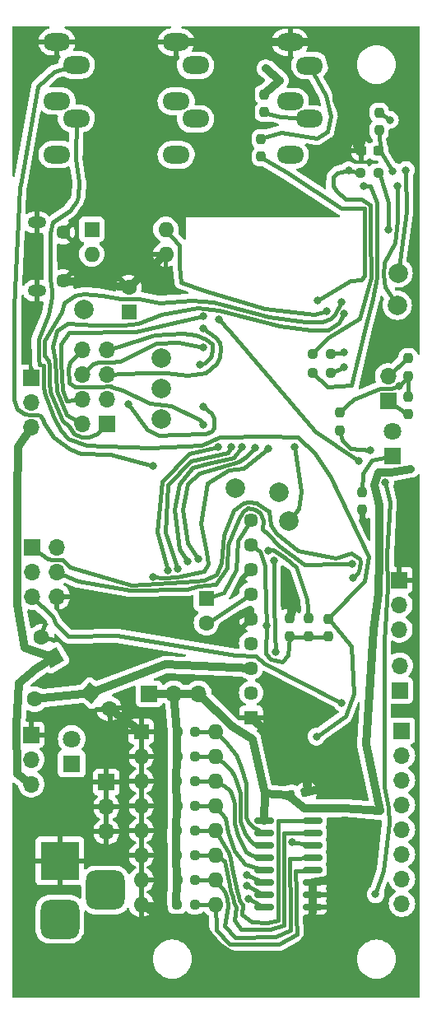
<source format=gbr>
G04 #@! TF.GenerationSoftware,KiCad,Pcbnew,7.0.9*
G04 #@! TF.CreationDate,2023-11-26T15:03:03-05:00*
G04 #@! TF.ProjectId,ESP32_AudioBoard_Rev3,45535033-325f-4417-9564-696f426f6172,rev?*
G04 #@! TF.SameCoordinates,Original*
G04 #@! TF.FileFunction,Copper,L2,Bot*
G04 #@! TF.FilePolarity,Positive*
%FSLAX46Y46*%
G04 Gerber Fmt 4.6, Leading zero omitted, Abs format (unit mm)*
G04 Created by KiCad (PCBNEW 7.0.9) date 2023-11-26 15:03:03*
%MOMM*%
%LPD*%
G01*
G04 APERTURE LIST*
G04 Aperture macros list*
%AMRoundRect*
0 Rectangle with rounded corners*
0 $1 Rounding radius*
0 $2 $3 $4 $5 $6 $7 $8 $9 X,Y pos of 4 corners*
0 Add a 4 corners polygon primitive as box body*
4,1,4,$2,$3,$4,$5,$6,$7,$8,$9,$2,$3,0*
0 Add four circle primitives for the rounded corners*
1,1,$1+$1,$2,$3*
1,1,$1+$1,$4,$5*
1,1,$1+$1,$6,$7*
1,1,$1+$1,$8,$9*
0 Add four rect primitives between the rounded corners*
20,1,$1+$1,$2,$3,$4,$5,0*
20,1,$1+$1,$4,$5,$6,$7,0*
20,1,$1+$1,$6,$7,$8,$9,0*
20,1,$1+$1,$8,$9,$2,$3,0*%
%AMRotRect*
0 Rectangle, with rotation*
0 The origin of the aperture is its center*
0 $1 length*
0 $2 width*
0 $3 Rotation angle, in degrees counterclockwise*
0 Add horizontal line*
21,1,$1,$2,0,0,$3*%
G04 Aperture macros list end*
G04 #@! TA.AperFunction,ComponentPad*
%ADD10R,1.600000X1.600000*%
G04 #@! TD*
G04 #@! TA.AperFunction,ComponentPad*
%ADD11O,1.600000X1.600000*%
G04 #@! TD*
G04 #@! TA.AperFunction,ComponentPad*
%ADD12C,2.000000*%
G04 #@! TD*
G04 #@! TA.AperFunction,ComponentPad*
%ADD13R,1.700000X1.700000*%
G04 #@! TD*
G04 #@! TA.AperFunction,ComponentPad*
%ADD14O,1.700000X1.700000*%
G04 #@! TD*
G04 #@! TA.AperFunction,ComponentPad*
%ADD15C,1.600000*%
G04 #@! TD*
G04 #@! TA.AperFunction,ComponentPad*
%ADD16O,2.800000X1.800000*%
G04 #@! TD*
G04 #@! TA.AperFunction,ComponentPad*
%ADD17R,1.450000X1.450000*%
G04 #@! TD*
G04 #@! TA.AperFunction,ComponentPad*
%ADD18C,1.450000*%
G04 #@! TD*
G04 #@! TA.AperFunction,ComponentPad*
%ADD19R,1.800000X1.800000*%
G04 #@! TD*
G04 #@! TA.AperFunction,ComponentPad*
%ADD20C,1.800000*%
G04 #@! TD*
G04 #@! TA.AperFunction,ComponentPad*
%ADD21RotRect,1.600000X1.600000X320.000000*%
G04 #@! TD*
G04 #@! TA.AperFunction,ComponentPad*
%ADD22R,4.000000X4.000000*%
G04 #@! TD*
G04 #@! TA.AperFunction,ComponentPad*
%ADD23RoundRect,1.000000X1.000000X-1.000000X1.000000X1.000000X-1.000000X1.000000X-1.000000X-1.000000X0*%
G04 #@! TD*
G04 #@! TA.AperFunction,ComponentPad*
%ADD24RotRect,1.600000X1.600000X120.000000*%
G04 #@! TD*
G04 #@! TA.AperFunction,ComponentPad*
%ADD25O,1.900000X1.200000*%
G04 #@! TD*
G04 #@! TA.AperFunction,SMDPad,CuDef*
%ADD26RoundRect,0.237500X-0.250000X-0.237500X0.250000X-0.237500X0.250000X0.237500X-0.250000X0.237500X0*%
G04 #@! TD*
G04 #@! TA.AperFunction,SMDPad,CuDef*
%ADD27RoundRect,0.237500X0.250000X0.237500X-0.250000X0.237500X-0.250000X-0.237500X0.250000X-0.237500X0*%
G04 #@! TD*
G04 #@! TA.AperFunction,SMDPad,CuDef*
%ADD28RoundRect,0.237500X0.237500X-0.250000X0.237500X0.250000X-0.237500X0.250000X-0.237500X-0.250000X0*%
G04 #@! TD*
G04 #@! TA.AperFunction,SMDPad,CuDef*
%ADD29RoundRect,0.237500X-0.237500X0.250000X-0.237500X-0.250000X0.237500X-0.250000X0.237500X0.250000X0*%
G04 #@! TD*
G04 #@! TA.AperFunction,SMDPad,CuDef*
%ADD30RoundRect,0.237500X0.300000X0.237500X-0.300000X0.237500X-0.300000X-0.237500X0.300000X-0.237500X0*%
G04 #@! TD*
G04 #@! TA.AperFunction,SMDPad,CuDef*
%ADD31RoundRect,0.150000X0.825000X0.150000X-0.825000X0.150000X-0.825000X-0.150000X0.825000X-0.150000X0*%
G04 #@! TD*
G04 #@! TA.AperFunction,SMDPad,CuDef*
%ADD32RoundRect,0.237500X0.254201X0.285986X-0.336684X0.181797X-0.254201X-0.285986X0.336684X-0.181797X0*%
G04 #@! TD*
G04 #@! TA.AperFunction,ViaPad*
%ADD33C,1.600000*%
G04 #@! TD*
G04 #@! TA.AperFunction,ViaPad*
%ADD34C,0.800000*%
G04 #@! TD*
G04 #@! TA.AperFunction,Conductor*
%ADD35C,0.406400*%
G04 #@! TD*
G04 #@! TA.AperFunction,Conductor*
%ADD36C,0.812800*%
G04 #@! TD*
G04 APERTURE END LIST*
D10*
X23820000Y-91610000D03*
D11*
X23820000Y-94150000D03*
X23820000Y-96690000D03*
X23820000Y-99230000D03*
X23820000Y-101770000D03*
X23820000Y-104310000D03*
X23820000Y-106850000D03*
X23820000Y-109390000D03*
X31440000Y-109390000D03*
X31440000Y-106850000D03*
X31440000Y-104310000D03*
X31440000Y-101770000D03*
X31440000Y-99230000D03*
X31440000Y-96690000D03*
X31440000Y-94150000D03*
X31440000Y-91610000D03*
D10*
X18720000Y-39945000D03*
D11*
X18720000Y-42485000D03*
X26340000Y-42485000D03*
X26340000Y-39945000D03*
D12*
X17930000Y-48200000D03*
X50230000Y-44430000D03*
D13*
X50630000Y-91525000D03*
D14*
X50630000Y-94065000D03*
X50630000Y-96605000D03*
X50630000Y-99145000D03*
X50630000Y-101685000D03*
X50630000Y-104225000D03*
X50630000Y-106765000D03*
X50630000Y-109305000D03*
D12*
X50150000Y-47750000D03*
D10*
X30520000Y-77910000D03*
D15*
X30520000Y-80410000D03*
D12*
X25870000Y-59470000D03*
D16*
X41140000Y-28590000D03*
X39140000Y-26790000D03*
X39140000Y-20690000D03*
X41140000Y-23090000D03*
X39140000Y-32290000D03*
D13*
X50400000Y-87360000D03*
D14*
X50400000Y-84820000D03*
D12*
X25860000Y-53210000D03*
D17*
X35110000Y-90160000D03*
D18*
X35110000Y-87620000D03*
X35110000Y-85080000D03*
X35110000Y-82540000D03*
X35110000Y-80000000D03*
X35110000Y-77460000D03*
X35110000Y-74920000D03*
X35110000Y-72380000D03*
X35110000Y-69840000D03*
D13*
X50370000Y-76010000D03*
D14*
X50370000Y-78550000D03*
X50370000Y-81090000D03*
D13*
X12600000Y-72630000D03*
D14*
X15140000Y-72630000D03*
X12600000Y-75170000D03*
X15140000Y-75170000D03*
X12600000Y-77710000D03*
X15140000Y-77710000D03*
D13*
X49210000Y-57610000D03*
D14*
X49210000Y-55070000D03*
D16*
X17140000Y-28545000D03*
X15140000Y-26745000D03*
X15140000Y-20645000D03*
X17140000Y-23045000D03*
X15140000Y-32245000D03*
D12*
X39020000Y-69950000D03*
D19*
X49640000Y-63225000D03*
D20*
X49640000Y-60685000D03*
D13*
X20220000Y-96820000D03*
D14*
X20220000Y-99360000D03*
X20220000Y-101900000D03*
D21*
X18604889Y-87643031D03*
D15*
X20520000Y-89250000D03*
D22*
X15430000Y-104900000D03*
D23*
X15430000Y-110900000D03*
X20130000Y-107900000D03*
D12*
X25890000Y-56330000D03*
D24*
X14800000Y-84015063D03*
D15*
X13550000Y-81849999D03*
D10*
X22540000Y-48420000D03*
D15*
X22540000Y-45920000D03*
D25*
X13070000Y-39250000D03*
D18*
X15770000Y-40250000D03*
X15770000Y-45250000D03*
D25*
X13070000Y-46250000D03*
D16*
X29400000Y-28580000D03*
X27400000Y-26780000D03*
X27400000Y-20680000D03*
X29400000Y-23080000D03*
X27400000Y-32280000D03*
D13*
X12490000Y-55190000D03*
D14*
X12490000Y-57730000D03*
X12490000Y-60270000D03*
D13*
X24630000Y-87720000D03*
D14*
X27170000Y-87720000D03*
X29710000Y-87720000D03*
D13*
X20245000Y-59940000D03*
D14*
X17705000Y-59940000D03*
X20245000Y-57400000D03*
X17705000Y-57400000D03*
X20245000Y-54860000D03*
X17705000Y-54860000D03*
X20245000Y-52320000D03*
X17705000Y-52320000D03*
D13*
X12480000Y-91930000D03*
D14*
X12480000Y-94470000D03*
X12480000Y-97010000D03*
D12*
X33490000Y-66600000D03*
X37970000Y-67030000D03*
D26*
X46377500Y-34150000D03*
X48202500Y-34150000D03*
D27*
X43282500Y-52740000D03*
X41457500Y-52740000D03*
D28*
X41039996Y-81802502D03*
X41039996Y-79977502D03*
X36150000Y-32482500D03*
X36150000Y-30657500D03*
D26*
X27517500Y-96690000D03*
X29342500Y-96690000D03*
D29*
X44210000Y-58787500D03*
X44210000Y-60612500D03*
D30*
X48192500Y-31870000D03*
X46467500Y-31870000D03*
D29*
X36470000Y-26067500D03*
X36470000Y-27892500D03*
X46520000Y-66947500D03*
X46520000Y-68772500D03*
D26*
X27537500Y-99230000D03*
X29362500Y-99230000D03*
D19*
X16650000Y-94895000D03*
D20*
X16650000Y-92355000D03*
D28*
X43040000Y-81812500D03*
X43040000Y-79987500D03*
D26*
X27527500Y-94150000D03*
X29352500Y-94150000D03*
D28*
X51250000Y-58982500D03*
X51250000Y-57157500D03*
D26*
X27507500Y-101760000D03*
X29332500Y-101760000D03*
X27507500Y-109400000D03*
X29332500Y-109400000D03*
D27*
X43302500Y-54680000D03*
X41477500Y-54680000D03*
D31*
X41445000Y-100770000D03*
X41445000Y-102040000D03*
X41445000Y-103310000D03*
X41445000Y-104580000D03*
X41445000Y-105850000D03*
X41445000Y-107120000D03*
X41445000Y-108390000D03*
X41445000Y-109660000D03*
X36495000Y-109660000D03*
X36495000Y-108390000D03*
X36495000Y-107120000D03*
X36495000Y-105850000D03*
X36495000Y-104580000D03*
X36495000Y-103310000D03*
X36495000Y-102040000D03*
X36495000Y-100770000D03*
D29*
X51280000Y-53197500D03*
X51280000Y-55022500D03*
D32*
X40809397Y-97810228D03*
X39110603Y-98109772D03*
D26*
X27517500Y-104310000D03*
X29342500Y-104310000D03*
D29*
X39050000Y-79967500D03*
X39050000Y-81792500D03*
X48280000Y-27917500D03*
X48280000Y-29742500D03*
D26*
X27547500Y-91610000D03*
X29372500Y-91610000D03*
X27537500Y-106830000D03*
X29362500Y-106830000D03*
D33*
X12850000Y-88280000D03*
D34*
X46520000Y-30410000D03*
X46760000Y-70300000D03*
X39761765Y-78361765D03*
X42380000Y-97480000D03*
X43430000Y-106770000D03*
X50300000Y-56080000D03*
X51520000Y-64610000D03*
X47740000Y-81100000D03*
X48360000Y-99770000D03*
X36620000Y-23390000D03*
X46940000Y-92920000D03*
X44450000Y-88630000D03*
X46190000Y-63800000D03*
X31840000Y-49200000D03*
X25010000Y-75670000D03*
X36920000Y-62470000D03*
X36880000Y-72970000D03*
X25010000Y-64260000D03*
X41840000Y-92120000D03*
X44450000Y-47420000D03*
X44710000Y-48650000D03*
X30170000Y-48910000D03*
X30180000Y-50110000D03*
X30160000Y-52090000D03*
X29880000Y-53830000D03*
X30210000Y-60020000D03*
X30180000Y-58220000D03*
X22510000Y-57960000D03*
X39600000Y-62370000D03*
X47420000Y-62640000D03*
X36670000Y-80670000D03*
X41950000Y-47260000D03*
X42920000Y-48320000D03*
X44640000Y-54130000D03*
X44670000Y-52620000D03*
X28620000Y-74140000D03*
X34210000Y-62340000D03*
X45610000Y-75830000D03*
X45520000Y-74320000D03*
X29690000Y-73860000D03*
X35510000Y-62430000D03*
X34840000Y-108830000D03*
X26530000Y-75020000D03*
X31690000Y-62350000D03*
X34700000Y-107440000D03*
X48900000Y-65980000D03*
X47920000Y-108340000D03*
X34640000Y-106380000D03*
X33040000Y-62350000D03*
X27550000Y-74900000D03*
X37460000Y-74010000D03*
X39340000Y-102950000D03*
X37650000Y-83420000D03*
X49680000Y-33940000D03*
X46680000Y-35500000D03*
X49390000Y-28690000D03*
X51050000Y-33860000D03*
X45140000Y-33900000D03*
X50200000Y-35520000D03*
X49230000Y-39980000D03*
D35*
X15021232Y-80518768D02*
X14674119Y-79805881D01*
X14674119Y-79805881D02*
X12600000Y-77710000D01*
X16340000Y-81830000D02*
X15021232Y-80518768D01*
X21260000Y-81760000D02*
X16340000Y-81830000D01*
D36*
X35040000Y-79090000D02*
X33790000Y-79710000D01*
X35110000Y-80000000D02*
X35040000Y-79090000D01*
X35110000Y-85080000D02*
X26280000Y-84720000D01*
X12850000Y-88280000D02*
X18604889Y-87643031D01*
X26280000Y-84720000D02*
X18604889Y-87643031D01*
X31715170Y-113604830D02*
X30349810Y-112050190D01*
X39503962Y-114173962D02*
X38972123Y-114462123D01*
X41445000Y-108390000D02*
X41445000Y-107120000D01*
X41445000Y-107120000D02*
X43430000Y-106770000D01*
X40851934Y-112761934D02*
X40073606Y-113773606D01*
X25460000Y-110390000D02*
X23820000Y-109390000D01*
X25954737Y-110595263D02*
X25460000Y-110390000D01*
X41445000Y-109660000D02*
X41396487Y-111030000D01*
X22540000Y-45920000D02*
X26290000Y-42485000D01*
X26990000Y-110768020D02*
X25954737Y-110595263D01*
X41445000Y-109660000D02*
X41445000Y-108390000D01*
X32998635Y-114501365D02*
X31715170Y-113604830D01*
X23820000Y-91610000D02*
X20520000Y-89250000D01*
X34600000Y-114723219D02*
X32998635Y-114501365D01*
X43837951Y-24450000D02*
X43075427Y-21834573D01*
X27890000Y-110749746D02*
X26990000Y-110768020D01*
X46292500Y-31870000D02*
X46520000Y-30410000D01*
X22540000Y-45920000D02*
X15770000Y-45250000D01*
X42010000Y-20690000D02*
X39140000Y-20690000D01*
X43075427Y-21834573D02*
X42010000Y-20690000D01*
X37600000Y-114690560D02*
X38972123Y-114462123D01*
X42380000Y-97480000D02*
X40981738Y-97779840D01*
X39503962Y-114173962D02*
X40073606Y-113773606D01*
X41069160Y-112269160D02*
X41396487Y-111030000D01*
D35*
X46520000Y-68860000D02*
X46760000Y-70300000D01*
D36*
X40981738Y-97779840D02*
X40920000Y-95340000D01*
X40851934Y-112761934D02*
X41069160Y-112269160D01*
X27890000Y-110749746D02*
X29237317Y-111142683D01*
X39140000Y-20690000D02*
X27400000Y-20680000D01*
X29237317Y-111142683D02*
X30349810Y-112050190D01*
X46292500Y-31870000D02*
X43930000Y-26670000D01*
X43930000Y-26670000D02*
X43837951Y-24450000D01*
X37600000Y-114690560D02*
X34600000Y-114723219D01*
X35110000Y-90160000D02*
X40920000Y-95340000D01*
X39050000Y-79880000D02*
X39761765Y-78361765D01*
X38938262Y-98140160D02*
X36500000Y-98000000D01*
X11230000Y-86590000D02*
X12940000Y-85210000D01*
X11000000Y-90930000D02*
X11230000Y-86590000D01*
X27440000Y-94150000D02*
X27460000Y-91610000D01*
X11020000Y-95910000D02*
X11000000Y-90930000D01*
X27170000Y-87720000D02*
X27460000Y-91610000D01*
D35*
X48410000Y-56290000D02*
X49490000Y-56320000D01*
D36*
X24630000Y-87720000D02*
X27170000Y-87720000D01*
X49480000Y-64940000D02*
X51520000Y-64610000D01*
D35*
X51280000Y-55110000D02*
X50300000Y-56080000D01*
D36*
X48300000Y-68340000D02*
X47840000Y-66190000D01*
X12480000Y-97010000D02*
X11020000Y-95910000D01*
D35*
X51250000Y-57070000D02*
X51280000Y-55110000D01*
D36*
X47840000Y-66190000D02*
X48240000Y-64960000D01*
X47740000Y-81100000D02*
X48263481Y-77406619D01*
X11830000Y-83000000D02*
X11080000Y-78590000D01*
X36620000Y-23390000D02*
X38060000Y-24620000D01*
X11080000Y-78590000D02*
X11040000Y-67530000D01*
X47740000Y-81100000D02*
X46940000Y-92920000D01*
X11120000Y-62340000D02*
X12550000Y-60210000D01*
D35*
X45720000Y-57380000D02*
X48410000Y-56290000D01*
D36*
X48263481Y-77406619D02*
X48300771Y-73590040D01*
X40600000Y-99530000D02*
X44700000Y-99470000D01*
D35*
X44210000Y-58700000D02*
X45720000Y-57380000D01*
D36*
X14800000Y-84015063D02*
X11830000Y-83000000D01*
X35230000Y-92360000D02*
X36500000Y-98000000D01*
X27430000Y-104310000D02*
X27420000Y-101760000D01*
X27170000Y-87720000D02*
X29710000Y-87720000D01*
X29710000Y-87720000D02*
X33210000Y-91120000D01*
X27420000Y-109400000D02*
X27450000Y-106830000D01*
X33210000Y-91120000D02*
X35230000Y-92360000D01*
X27430000Y-96690000D02*
X27440000Y-94150000D01*
X36500000Y-98000000D02*
X36495000Y-100770000D01*
X48240000Y-64960000D02*
X49480000Y-64940000D01*
X27450000Y-106830000D02*
X27430000Y-104310000D01*
X27450000Y-99230000D02*
X27420000Y-101760000D01*
X11040000Y-67530000D02*
X11120000Y-62340000D01*
X46940000Y-92920000D02*
X48360000Y-99770000D01*
D35*
X49490000Y-56320000D02*
X50300000Y-56080000D01*
D36*
X40600000Y-99530000D02*
X38938262Y-98140160D01*
X27450000Y-99230000D02*
X27430000Y-96690000D01*
X12940000Y-85210000D02*
X14800000Y-84015063D01*
X48300771Y-73590040D02*
X48300000Y-68340000D01*
X44700000Y-99470000D02*
X48360000Y-99770000D01*
X38060000Y-24620000D02*
X36470000Y-25980000D01*
D35*
X32310000Y-77350000D02*
X30520000Y-77910000D01*
X33710000Y-72020000D02*
X33570000Y-74980000D01*
X33570000Y-74980000D02*
X32310000Y-77350000D01*
X35110000Y-69840000D02*
X33710000Y-72020000D01*
X30620000Y-80440000D02*
X35110000Y-77460000D01*
X30520000Y-80410000D02*
X30620000Y-80440000D01*
X33490000Y-83770000D02*
X21260000Y-81760000D01*
X36470000Y-84560000D02*
X35640000Y-83810000D01*
X44450000Y-88630000D02*
X36470000Y-84560000D01*
X35640000Y-83810000D02*
X33490000Y-83770000D01*
X41710000Y-60760000D02*
X32940000Y-50430000D01*
X32940000Y-50430000D02*
X31840000Y-49200000D01*
X46190000Y-63800000D02*
X41710000Y-60760000D01*
X30620000Y-66080000D02*
X29960000Y-70180000D01*
X30560000Y-73170000D02*
X30670000Y-74340000D01*
X29960000Y-70180000D02*
X30560000Y-73170000D01*
X36920000Y-62470000D02*
X34360000Y-64570000D01*
X30670000Y-74340000D02*
X30270000Y-75120000D01*
X26150000Y-75780000D02*
X25010000Y-75670000D01*
X32800000Y-64720000D02*
X30620000Y-66080000D01*
X30270000Y-75120000D02*
X27480000Y-75680000D01*
X27480000Y-75680000D02*
X26150000Y-75780000D01*
X34360000Y-64570000D02*
X32800000Y-64720000D01*
X25010000Y-64260000D02*
X20620000Y-63117317D01*
X10728200Y-57530000D02*
X10728200Y-47910000D01*
X39790000Y-74660000D02*
X40870000Y-77970000D01*
X10728200Y-47910000D02*
X11310000Y-35610000D01*
X12440000Y-58990000D02*
X11800000Y-58980000D01*
X11062692Y-58420000D02*
X10728200Y-57530000D01*
X13744585Y-59580000D02*
X13397923Y-59142077D01*
X39790000Y-74660000D02*
X38620000Y-73790000D01*
X40870000Y-77970000D02*
X41039996Y-79890002D01*
X13397923Y-59142077D02*
X13140000Y-59030000D01*
X11356324Y-35420000D02*
X13200000Y-25220000D01*
X13796968Y-59760000D02*
X13744585Y-59580000D01*
X37410000Y-72950000D02*
X36880000Y-72970000D01*
X14890000Y-23720000D02*
X17140000Y-23045000D01*
X11310000Y-35610000D02*
X11356324Y-35420000D01*
X38620000Y-73790000D02*
X37410000Y-72950000D01*
X20620000Y-63117317D02*
X17570000Y-62992507D01*
X13140000Y-59030000D02*
X12440000Y-58990000D01*
X16411000Y-62529000D02*
X14763800Y-61336200D01*
X13200000Y-25220000D02*
X14890000Y-23720000D01*
X17570000Y-62992507D02*
X16411000Y-62529000D01*
X11800000Y-58980000D02*
X11062692Y-58420000D01*
X14763800Y-61336200D02*
X13796968Y-59760000D01*
X41840000Y-92120000D02*
X44800000Y-90050000D01*
X17143491Y-37080000D02*
X17340651Y-36590000D01*
X13280000Y-53230000D02*
X13240000Y-51210000D01*
X17340651Y-36590000D02*
X17423293Y-35040000D01*
X46770000Y-76120000D02*
X47200000Y-73630000D01*
X36720000Y-61250000D02*
X31910000Y-61297234D01*
X14457932Y-45050000D02*
X14440000Y-40280000D01*
X14247782Y-48740000D02*
X14594933Y-46960000D01*
X36720000Y-61250000D02*
X39960000Y-61320000D01*
X45410000Y-82790000D02*
X43040000Y-79900000D01*
X17070000Y-32680000D02*
X17140000Y-28545000D01*
X13320000Y-53850000D02*
X13280000Y-53230000D01*
X14773726Y-59210000D02*
X13860000Y-56730000D01*
X13743200Y-53990000D02*
X13320000Y-53850000D01*
X45650000Y-87740000D02*
X45410000Y-82790000D01*
X41580000Y-62910000D02*
X43210000Y-65330000D01*
X14700000Y-39250000D02*
X16461394Y-38011394D01*
X43210000Y-65330000D02*
X47200000Y-73630000D01*
X31910000Y-61297234D02*
X30030000Y-62160000D01*
X18160000Y-62180000D02*
X16320000Y-61500000D01*
X20180000Y-62270000D02*
X18160000Y-62180000D01*
X14440000Y-40280000D02*
X14700000Y-39250000D01*
X15545783Y-60654217D02*
X14773726Y-59210000D01*
X14593518Y-46220000D02*
X14457932Y-45050000D01*
X43040000Y-79900000D02*
X46770000Y-76120000D01*
X17423293Y-35040000D02*
X17070000Y-32680000D01*
X44800000Y-90050000D02*
X45650000Y-87740000D01*
X24800000Y-62450000D02*
X20180000Y-62270000D01*
X39960000Y-61320000D02*
X41580000Y-62910000D01*
X17143491Y-37080000D02*
X16461394Y-38011394D01*
X13743200Y-56060000D02*
X13743200Y-53990000D01*
X30030000Y-62160000D02*
X24800000Y-62450000D01*
X13240000Y-51210000D02*
X14247782Y-48740000D01*
X16320000Y-61500000D02*
X15545783Y-60654217D01*
X13860000Y-56730000D02*
X13743200Y-56060000D01*
X14594933Y-46960000D02*
X14593518Y-46220000D01*
X49210000Y-57610000D02*
X51250000Y-59070000D01*
X49210000Y-55070000D02*
X51280000Y-53110000D01*
X16354488Y-60255512D02*
X15696170Y-59649280D01*
X21690000Y-47130000D02*
X22590000Y-47130000D01*
X22590000Y-47130000D02*
X23600000Y-47070000D01*
X31190000Y-47435548D02*
X28990000Y-47294170D01*
X23600000Y-47070000D02*
X25710000Y-47500000D01*
X15614540Y-48440000D02*
X15880000Y-47480000D01*
X15880000Y-47480000D02*
X17000000Y-46750000D01*
X17620000Y-61310000D02*
X16874173Y-60935827D01*
X42470000Y-49453464D02*
X40680000Y-49434283D01*
X18420000Y-61310000D02*
X19248018Y-60948018D01*
X14349600Y-53930000D02*
X14300000Y-53460000D01*
X15696170Y-59649280D02*
X14477159Y-56651044D01*
X18420000Y-61310000D02*
X17620000Y-61310000D01*
X40680000Y-49434283D02*
X36940000Y-48943030D01*
X20245000Y-59940000D02*
X19248018Y-60948018D01*
X17930000Y-46610000D02*
X19750000Y-46760000D01*
X42470000Y-49453464D02*
X43334681Y-49144681D01*
X17000000Y-46750000D02*
X17930000Y-46610000D01*
X19750000Y-46760000D02*
X21690000Y-47130000D01*
X36940000Y-48943030D02*
X31190000Y-47435548D01*
X13850265Y-51399203D02*
X15614540Y-48440000D01*
X14349600Y-55630000D02*
X14349600Y-53930000D01*
X13880163Y-52909007D02*
X13850265Y-51399203D01*
X44450000Y-47420000D02*
X43710000Y-48680000D01*
X14300000Y-53460000D02*
X13880163Y-52909007D01*
X25710000Y-47500000D02*
X28990000Y-47294170D01*
X16874173Y-60935827D02*
X16354488Y-60255512D01*
X14477159Y-56651044D02*
X14349600Y-55630000D01*
X43710000Y-48680000D02*
X43334681Y-49144681D01*
X44710000Y-48650000D02*
X44170695Y-49550695D01*
X43070000Y-50270000D02*
X44170695Y-49550695D01*
X19040000Y-49842218D02*
X19650000Y-49808328D01*
X17705000Y-59940000D02*
X16093881Y-59017436D01*
X41250000Y-50270000D02*
X38030000Y-49858409D01*
X43070000Y-50270000D02*
X41250000Y-50270000D01*
X16093881Y-59017436D02*
X15093192Y-56556176D01*
X23480000Y-49640000D02*
X25910000Y-48690000D01*
X15155862Y-50393495D02*
X16180000Y-49590000D01*
X21980000Y-49808750D02*
X23480000Y-49640000D01*
X16180000Y-49590000D02*
X19040000Y-49842218D01*
X25910000Y-48690000D02*
X29590000Y-48010000D01*
X38030000Y-49858409D02*
X31760000Y-48245486D01*
X15093192Y-56556176D02*
X14940000Y-53420000D01*
X14670000Y-51990000D02*
X15155862Y-50393495D01*
X31760000Y-48245486D02*
X29590000Y-48010000D01*
X19650000Y-49808328D02*
X21980000Y-49808750D01*
X14940000Y-53420000D02*
X14670000Y-51990000D01*
X27190000Y-49520000D02*
X30170000Y-48910000D01*
X15550000Y-51740000D02*
X16370000Y-50590000D01*
X16168698Y-57591412D02*
X15711486Y-56466870D01*
X17705000Y-57400000D02*
X16168698Y-57591412D01*
X15711486Y-56466870D02*
X15555366Y-53588761D01*
X23240000Y-50514708D02*
X27190000Y-49520000D01*
X16370000Y-50590000D02*
X23240000Y-50514708D01*
X15555366Y-53588761D02*
X15550000Y-51740000D01*
X31501860Y-51078140D02*
X30180000Y-50110000D01*
X26410000Y-54700000D02*
X28560000Y-55004851D01*
X24000000Y-54740000D02*
X26410000Y-54700000D01*
X31542252Y-53792252D02*
X31905533Y-53135533D01*
X31856382Y-51573618D02*
X31997982Y-52190000D01*
X31542252Y-53792252D02*
X30420000Y-54714425D01*
X31905533Y-53135533D02*
X31997982Y-52190000D01*
X28560000Y-55004851D02*
X30420000Y-54714425D01*
X20245000Y-54860000D02*
X24000000Y-54740000D01*
X31501860Y-51078140D02*
X31856382Y-51573618D01*
X30160000Y-52090000D02*
X27620000Y-51590000D01*
X19400000Y-53590000D02*
X18850000Y-53780000D01*
X21640000Y-53510000D02*
X20620000Y-53580000D01*
X18850000Y-53780000D02*
X17705000Y-54860000D01*
X27620000Y-51590000D02*
X25340000Y-51690000D01*
X20620000Y-53580000D02*
X19400000Y-53590000D01*
X25340000Y-51690000D02*
X21640000Y-53510000D01*
X31150000Y-52270000D02*
X31120000Y-51760000D01*
X21210000Y-52124776D02*
X20245000Y-52320000D01*
X30479396Y-51220604D02*
X29470000Y-50818281D01*
X31009014Y-52959014D02*
X31150000Y-52270000D01*
X30885834Y-53185834D02*
X31009014Y-52959014D01*
X29880000Y-53830000D02*
X30370000Y-53716923D01*
X31120000Y-51760000D02*
X30479396Y-51220604D01*
X25210000Y-50853599D02*
X21210000Y-52124776D01*
X28050000Y-50643378D02*
X25210000Y-50853599D01*
X29470000Y-50818281D02*
X28050000Y-50643378D01*
X30885834Y-53185834D02*
X30370000Y-53716923D01*
X17010000Y-56130000D02*
X16400000Y-55690000D01*
X19400000Y-56190000D02*
X17760000Y-56140000D01*
X20700000Y-56124682D02*
X21887636Y-56452364D01*
X26850000Y-58070000D02*
X29810000Y-59510000D01*
X16400000Y-55690000D02*
X16270000Y-54330000D01*
X16270000Y-54330000D02*
X16440000Y-53610000D01*
X20730000Y-56100000D02*
X19400000Y-56190000D01*
X16440000Y-53610000D02*
X17705000Y-52320000D01*
X21887636Y-56452364D02*
X24650000Y-57870000D01*
X20700000Y-56124682D02*
X20730000Y-56100000D01*
X24650000Y-57870000D02*
X26850000Y-58070000D01*
X29810000Y-59510000D02*
X30210000Y-60020000D01*
X17760000Y-56140000D02*
X17010000Y-56130000D01*
X36470000Y-27980000D02*
X38130000Y-28390000D01*
X38130000Y-28390000D02*
X41140000Y-28590000D01*
X42770000Y-26190000D02*
X41140000Y-23090000D01*
X38200000Y-29980000D02*
X41850000Y-30580000D01*
X41850000Y-30580000D02*
X42980000Y-29890000D01*
X42980000Y-29890000D02*
X43320000Y-28300000D01*
X36150000Y-30570000D02*
X38200000Y-29980000D01*
X43320000Y-28300000D02*
X42770000Y-26190000D01*
X31306669Y-60120000D02*
X31264690Y-60374690D01*
X27310000Y-61100000D02*
X25660000Y-61113750D01*
X25660000Y-61113750D02*
X24474029Y-60545971D01*
X24474029Y-60545971D02*
X22510000Y-57960000D01*
X31306669Y-60120000D02*
X31262182Y-59327818D01*
X30450000Y-60970000D02*
X27310000Y-61100000D01*
X31029306Y-60689306D02*
X30450000Y-60970000D01*
X31262182Y-59327818D02*
X31007893Y-58872107D01*
X31029306Y-60689306D02*
X31264690Y-60374690D01*
X30180000Y-58220000D02*
X31007893Y-58872107D01*
X39600000Y-62370000D02*
X40280000Y-66880000D01*
X40280000Y-66880000D02*
X40000000Y-68690000D01*
X40000000Y-68690000D02*
X39020000Y-69950000D01*
X44510000Y-61650000D02*
X44210000Y-60700000D01*
X47420000Y-62640000D02*
X45370000Y-62470000D01*
X45370000Y-62470000D02*
X44510000Y-61650000D01*
X37170000Y-84150000D02*
X36590000Y-83620000D01*
X36590000Y-83620000D02*
X36670000Y-80670000D01*
X36539196Y-74490000D02*
X35996080Y-73053920D01*
X38350000Y-84390000D02*
X37170000Y-84150000D01*
X35996080Y-73053920D02*
X35110000Y-72380000D01*
X36550000Y-75700000D02*
X36539196Y-74490000D01*
X39050000Y-81880000D02*
X38900000Y-83780000D01*
X41039996Y-81890002D02*
X43040000Y-81900000D01*
X39050000Y-81880000D02*
X41039996Y-81890002D01*
X36670000Y-80670000D02*
X36550000Y-75700000D01*
X38900000Y-83780000D02*
X38350000Y-84390000D01*
X46450000Y-45164286D02*
X46796807Y-44680000D01*
X45330000Y-45210000D02*
X46450000Y-45164286D01*
X46796807Y-44680000D02*
X46750000Y-37790000D01*
X41950000Y-47260000D02*
X45330000Y-45210000D01*
X44410000Y-37773084D02*
X38754028Y-34085972D01*
X38754028Y-34085972D02*
X36150000Y-32570000D01*
X46750000Y-37790000D02*
X44410000Y-37773084D01*
X39724091Y-107949665D02*
X39711446Y-105909991D01*
X29420000Y-109400000D02*
X31440000Y-109390000D01*
X39711446Y-105909991D02*
X41445000Y-105850000D01*
X31440000Y-109390000D02*
X31540000Y-112020000D01*
X39830000Y-112450000D02*
X39754549Y-110670000D01*
X39754549Y-110670000D02*
X39724091Y-107949665D01*
X38020000Y-113440000D02*
X39830000Y-112450000D01*
X31540000Y-112020000D02*
X32880000Y-113440000D01*
X32880000Y-113440000D02*
X38020000Y-113440000D01*
X32623419Y-108740000D02*
X32387319Y-108072681D01*
X31440000Y-106850000D02*
X29450000Y-106830000D01*
X39097098Y-104629888D02*
X39133118Y-110440000D01*
X41445000Y-104580000D02*
X39097098Y-104629888D01*
X32759518Y-109570000D02*
X32623419Y-108740000D01*
X32390000Y-111580000D02*
X32759518Y-109570000D01*
X39170000Y-112000000D02*
X37640000Y-112740000D01*
X32387319Y-108072681D02*
X31440000Y-106850000D01*
X39133118Y-110440000D02*
X39170000Y-112000000D01*
X33460000Y-112780000D02*
X32390000Y-111580000D01*
X37640000Y-112740000D02*
X33460000Y-112780000D01*
X32865505Y-107390000D02*
X32371429Y-104938571D01*
X33212177Y-108570000D02*
X33018590Y-107980000D01*
X38482936Y-102069566D02*
X38507030Y-110020000D01*
X41445000Y-102040000D02*
X38482936Y-102069566D01*
X33325062Y-109150000D02*
X33212177Y-108570000D01*
X34080000Y-111930000D02*
X37040000Y-111930000D01*
X33545444Y-109634556D02*
X33325062Y-109150000D01*
X33018590Y-107980000D02*
X32865505Y-107390000D01*
X33545444Y-109634556D02*
X33400000Y-111020000D01*
X32371429Y-104938571D02*
X31440000Y-104310000D01*
X37040000Y-111930000D02*
X38490000Y-111500000D01*
X29430000Y-104310000D02*
X31440000Y-104310000D01*
X33400000Y-111020000D02*
X34080000Y-111930000D01*
X38490000Y-111500000D02*
X38507030Y-110020000D01*
X34222736Y-109417264D02*
X33907241Y-108960000D01*
X33003934Y-104700000D02*
X33146053Y-105712734D01*
X35200000Y-111210000D02*
X34160000Y-110460000D01*
X33146053Y-105712734D02*
X33687200Y-107950000D01*
X37873200Y-100740000D02*
X41445000Y-100770000D01*
X37872381Y-110030000D02*
X37890000Y-107440000D01*
X31440000Y-101770000D02*
X29420000Y-101760000D01*
X37889315Y-110999877D02*
X36760000Y-111250000D01*
X34160000Y-110460000D02*
X34222736Y-109417264D01*
X32825055Y-104104945D02*
X32590000Y-103610000D01*
X36760000Y-111250000D02*
X35200000Y-111210000D01*
X33687200Y-107950000D02*
X33830000Y-108540000D01*
X37890000Y-107440000D02*
X37873200Y-100740000D01*
X33003934Y-104700000D02*
X32825055Y-104104945D01*
X31440000Y-101770000D02*
X32590000Y-103610000D01*
X33830000Y-108540000D02*
X33907241Y-108960000D01*
X37872381Y-110030000D02*
X37889315Y-110999877D01*
X32710000Y-101960000D02*
X33450000Y-103890000D01*
X33450000Y-103890000D02*
X34490000Y-105270000D01*
X32447621Y-100510000D02*
X31440000Y-99230000D01*
X32447621Y-100510000D02*
X32710000Y-101960000D01*
X29450000Y-99230000D02*
X31440000Y-99230000D01*
X34490000Y-105270000D02*
X36495000Y-105850000D01*
X35200000Y-104349302D02*
X36130000Y-104580000D01*
X33048270Y-97881730D02*
X32905122Y-97634878D01*
X33378092Y-99010000D02*
X33399978Y-101060000D01*
X32379963Y-97180037D02*
X31440000Y-96690000D01*
X31440000Y-96690000D02*
X29430000Y-96690000D01*
X34299089Y-103490911D02*
X33766768Y-102310000D01*
X33766768Y-102310000D02*
X33399978Y-101060000D01*
X34634585Y-103985415D02*
X34299089Y-103490911D01*
X32905122Y-97634878D02*
X32379963Y-97180037D01*
X35200000Y-104349302D02*
X34634585Y-103985415D01*
X33378092Y-99010000D02*
X33048270Y-97881730D01*
X32402118Y-94927882D02*
X31440000Y-94150000D01*
X31440000Y-94150000D02*
X29440000Y-94150000D01*
X33972143Y-97850000D02*
X34004171Y-100850000D01*
X33378868Y-96191132D02*
X33057109Y-95642891D01*
X34520700Y-102100000D02*
X34004171Y-100850000D01*
X35340000Y-103182041D02*
X34990914Y-102839086D01*
X33057109Y-95642891D02*
X32402118Y-94927882D01*
X35340000Y-103182041D02*
X36495000Y-103310000D01*
X33972143Y-97850000D02*
X33378868Y-96191132D01*
X34990914Y-102839086D02*
X34520700Y-102100000D01*
X32573743Y-92696257D02*
X31440000Y-91610000D01*
X33581793Y-94000000D02*
X32573743Y-92696257D01*
X35369778Y-101450222D02*
X34818815Y-100960000D01*
X34818815Y-100960000D02*
X34606228Y-100440000D01*
X34606228Y-100440000D02*
X34569288Y-96980000D01*
X36495000Y-102040000D02*
X35369778Y-101450222D01*
X29460000Y-91610000D02*
X31440000Y-91610000D01*
X34111607Y-95280000D02*
X33581793Y-94000000D01*
X34569288Y-96980000D02*
X34111607Y-95280000D01*
X30280000Y-46210000D02*
X27940000Y-45370000D01*
X27770000Y-43810000D02*
X27770000Y-41580000D01*
X36580000Y-48090000D02*
X30280000Y-46210000D01*
X42920000Y-48320000D02*
X41590000Y-48680000D01*
X27770000Y-41580000D02*
X26290000Y-39945000D01*
X41590000Y-48680000D02*
X36580000Y-48090000D01*
X27940000Y-45370000D02*
X27770000Y-43810000D01*
X43410000Y-54720000D02*
X44640000Y-54130000D01*
X43370000Y-52740000D02*
X44670000Y-52620000D01*
X33319617Y-63459617D02*
X30660000Y-64030000D01*
X30660000Y-64030000D02*
X29120000Y-64480000D01*
X27700000Y-72870000D02*
X28620000Y-74140000D01*
X27190000Y-68770000D02*
X27700000Y-72870000D01*
X33319617Y-63459617D02*
X34210000Y-62340000D01*
X27700000Y-66110000D02*
X27190000Y-68770000D01*
X29120000Y-64480000D02*
X27700000Y-66110000D01*
X46253077Y-73840000D02*
X45430000Y-73266335D01*
X46292488Y-74740000D02*
X46350000Y-74110000D01*
X22839846Y-76522283D02*
X16490000Y-74680000D01*
X46104426Y-75284426D02*
X46292488Y-74740000D01*
X35680000Y-68090000D02*
X34825465Y-68021201D01*
X36976076Y-68913924D02*
X36830000Y-68810000D01*
X14670000Y-73900000D02*
X14170000Y-73840000D01*
X14170000Y-73840000D02*
X12600000Y-72630000D01*
X45610000Y-75830000D02*
X46104426Y-75284426D01*
X34320000Y-68050000D02*
X33300000Y-68860000D01*
X16490000Y-74680000D02*
X15690000Y-73910000D01*
X32277483Y-71390000D02*
X32060000Y-74240000D01*
X15690000Y-73910000D02*
X14670000Y-73900000D01*
X35837139Y-68219291D02*
X35680000Y-68090000D01*
X31550000Y-75460000D02*
X30267233Y-76053253D01*
X33300000Y-68860000D02*
X32277483Y-71390000D01*
X45430000Y-73266335D02*
X43820000Y-73740000D01*
X39900000Y-73000000D02*
X37700000Y-71210000D01*
X37700000Y-71210000D02*
X37170000Y-70350000D01*
X30267233Y-76053253D02*
X29320000Y-76150000D01*
X36830000Y-68810000D02*
X35837139Y-68219291D01*
X34825465Y-68021201D02*
X34320000Y-68050000D01*
X46350000Y-74110000D02*
X46253077Y-73840000D01*
X43820000Y-73740000D02*
X39900000Y-73000000D01*
X37170000Y-70350000D02*
X36976076Y-68913924D01*
X29320000Y-76150000D02*
X22839846Y-76522283D01*
X32060000Y-74240000D02*
X31550000Y-75460000D01*
X44190000Y-74380000D02*
X45520000Y-74320000D01*
X32770000Y-72440000D02*
X32680000Y-74800000D01*
X28460000Y-76980000D02*
X22690000Y-77030000D01*
X36290000Y-70820000D02*
X36360000Y-69850000D01*
X44190000Y-74380000D02*
X40640000Y-74460000D01*
X31450000Y-76440000D02*
X29710000Y-76620000D01*
X36050000Y-69090000D02*
X35510000Y-68730000D01*
X40640000Y-74460000D02*
X37990000Y-72490000D01*
X36360000Y-69850000D02*
X36050000Y-69090000D01*
X17300000Y-76100000D02*
X15140000Y-75170000D01*
X36840000Y-71280000D02*
X36290000Y-70820000D01*
X34260000Y-69050000D02*
X33790000Y-69820000D01*
X22690000Y-77030000D02*
X17300000Y-76100000D01*
X29710000Y-76620000D02*
X28460000Y-76980000D01*
X34800000Y-68630000D02*
X34260000Y-69050000D01*
X35510000Y-68730000D02*
X34800000Y-68630000D01*
X32680000Y-74800000D02*
X31450000Y-76440000D01*
X37990000Y-72490000D02*
X36840000Y-71280000D01*
X33790000Y-69820000D02*
X32770000Y-72440000D01*
X29690000Y-73860000D02*
X28540000Y-72230000D01*
X34618472Y-63378472D02*
X33873019Y-63873019D01*
X28570000Y-66110000D02*
X29750000Y-65030000D01*
X28060000Y-68740000D02*
X28570000Y-66110000D01*
X34618472Y-63378472D02*
X35510000Y-62430000D01*
X28540000Y-72230000D02*
X28060000Y-68740000D01*
X29750000Y-65030000D02*
X33873019Y-63873019D01*
X31690000Y-62350000D02*
X28760000Y-62980000D01*
X28760000Y-62980000D02*
X25950000Y-65900000D01*
X36495000Y-109660000D02*
X34840000Y-108830000D01*
X25950000Y-65900000D02*
X25470000Y-71060000D01*
X25470000Y-71060000D02*
X26530000Y-75020000D01*
X48780000Y-82330000D02*
X49116800Y-76700000D01*
X49300000Y-101000000D02*
X48760000Y-105920000D01*
X49110000Y-73410000D02*
X49390000Y-68000000D01*
X48790000Y-97320000D02*
X49200000Y-99430000D01*
X49116800Y-76700000D02*
X49110000Y-73410000D01*
X49200000Y-99430000D02*
X49300000Y-101000000D01*
X48780000Y-82330000D02*
X48790000Y-97320000D01*
X48760000Y-105920000D02*
X47920000Y-108340000D01*
X49390000Y-68000000D02*
X48900000Y-65980000D01*
X36495000Y-108390000D02*
X34700000Y-107440000D01*
X36495000Y-107120000D02*
X34640000Y-106380000D01*
X26310000Y-71150000D02*
X26550000Y-66230000D01*
X26550000Y-66230000D02*
X28910000Y-63760000D01*
X28910000Y-63760000D02*
X32754923Y-62914923D01*
X32754923Y-62914923D02*
X33040000Y-62350000D01*
X27550000Y-74900000D02*
X26310000Y-71150000D01*
X37460000Y-74010000D02*
X37460000Y-78430000D01*
X37560000Y-81370000D02*
X37650000Y-83420000D01*
X41445000Y-103310000D02*
X39340000Y-102950000D01*
X37460000Y-78430000D02*
X37560000Y-81370000D01*
X48367500Y-31870000D02*
X49680000Y-33940000D01*
X48367500Y-31870000D02*
X48280000Y-29830000D01*
X45470000Y-56000000D02*
X46890000Y-50040000D01*
X48081356Y-44873934D02*
X48023350Y-42938577D01*
X48050000Y-37190000D02*
X47360000Y-35500000D01*
X47660000Y-47080000D02*
X48081356Y-44873934D01*
X43010000Y-56140000D02*
X45470000Y-56000000D01*
X47360000Y-35500000D02*
X46680000Y-35500000D01*
X46890000Y-50040000D02*
X47660000Y-47080000D01*
X48023350Y-42938577D02*
X48050000Y-37190000D01*
X48280000Y-27830000D02*
X49390000Y-28690000D01*
X41410000Y-54720000D02*
X43010000Y-56140000D01*
X51090000Y-38140000D02*
X51050000Y-33860000D01*
X50230000Y-44430000D02*
X51090000Y-38140000D01*
X45140000Y-33900000D02*
X46290000Y-34150000D01*
X46470000Y-36850000D02*
X44800000Y-36850000D01*
X43537006Y-35462994D02*
X43592422Y-34542422D01*
X43980000Y-34130000D02*
X45140000Y-33900000D01*
X44800000Y-36850000D02*
X43870000Y-35960000D01*
X43040000Y-51110000D02*
X46270000Y-49100000D01*
X46270000Y-49100000D02*
X47450000Y-44880000D01*
X47374551Y-40459833D02*
X47420000Y-37440000D01*
X47420000Y-37440000D02*
X46470000Y-36850000D01*
X43870000Y-35960000D02*
X43537006Y-35462994D01*
X41370000Y-52740000D02*
X43040000Y-51110000D01*
X47450000Y-44880000D02*
X47374551Y-40459833D01*
X43592422Y-34542422D02*
X43980000Y-34130000D01*
X48900000Y-45910000D02*
X50150000Y-47750000D01*
X48790000Y-43370000D02*
X48720000Y-44650000D01*
X50200000Y-35520000D02*
X50160000Y-39080000D01*
X50160000Y-39080000D02*
X49880000Y-41330000D01*
X49880000Y-41330000D02*
X48790000Y-43370000D01*
X48720000Y-44650000D02*
X48900000Y-45910000D01*
X49200000Y-37200000D02*
X48290000Y-34150000D01*
X49230000Y-39980000D02*
X49200000Y-37200000D01*
X46640000Y-65050000D02*
X47520000Y-63670000D01*
X46520000Y-66860000D02*
X46640000Y-65050000D01*
X47520000Y-63670000D02*
X49640000Y-63225000D01*
G04 #@! TA.AperFunction,Conductor*
G36*
X24070000Y-109074314D02*
G01*
X24058045Y-109062359D01*
X23945148Y-109004835D01*
X23851481Y-108990000D01*
X23788519Y-108990000D01*
X23694852Y-109004835D01*
X23581955Y-109062359D01*
X23570000Y-109074314D01*
X23570000Y-107165686D01*
X23581955Y-107177641D01*
X23694852Y-107235165D01*
X23788519Y-107250000D01*
X23851481Y-107250000D01*
X23945148Y-107235165D01*
X24058045Y-107177641D01*
X24070000Y-107165686D01*
X24070000Y-109074314D01*
G37*
G04 #@! TD.AperFunction*
G04 #@! TA.AperFunction,Conductor*
G36*
X24070000Y-106534314D02*
G01*
X24058045Y-106522359D01*
X23945148Y-106464835D01*
X23851481Y-106450000D01*
X23788519Y-106450000D01*
X23694852Y-106464835D01*
X23581955Y-106522359D01*
X23570000Y-106534314D01*
X23570000Y-104625686D01*
X23581955Y-104637641D01*
X23694852Y-104695165D01*
X23788519Y-104710000D01*
X23851481Y-104710000D01*
X23945148Y-104695165D01*
X24058045Y-104637641D01*
X24070000Y-104625686D01*
X24070000Y-106534314D01*
G37*
G04 #@! TD.AperFunction*
G04 #@! TA.AperFunction,Conductor*
G36*
X24070000Y-103994314D02*
G01*
X24058045Y-103982359D01*
X23945148Y-103924835D01*
X23851481Y-103910000D01*
X23788519Y-103910000D01*
X23694852Y-103924835D01*
X23581955Y-103982359D01*
X23570000Y-103994314D01*
X23570000Y-102085686D01*
X23581955Y-102097641D01*
X23694852Y-102155165D01*
X23788519Y-102170000D01*
X23851481Y-102170000D01*
X23945148Y-102155165D01*
X24058045Y-102097641D01*
X24070000Y-102085686D01*
X24070000Y-103994314D01*
G37*
G04 #@! TD.AperFunction*
G04 #@! TA.AperFunction,Conductor*
G36*
X24070000Y-101454314D02*
G01*
X24058045Y-101442359D01*
X23945148Y-101384835D01*
X23851481Y-101370000D01*
X23788519Y-101370000D01*
X23694852Y-101384835D01*
X23581955Y-101442359D01*
X23570000Y-101454314D01*
X23570000Y-99545686D01*
X23581955Y-99557641D01*
X23694852Y-99615165D01*
X23788519Y-99630000D01*
X23851481Y-99630000D01*
X23945148Y-99615165D01*
X24058045Y-99557641D01*
X24070000Y-99545686D01*
X24070000Y-101454314D01*
G37*
G04 #@! TD.AperFunction*
G04 #@! TA.AperFunction,Conductor*
G36*
X24070000Y-98914314D02*
G01*
X24058045Y-98902359D01*
X23945148Y-98844835D01*
X23851481Y-98830000D01*
X23788519Y-98830000D01*
X23694852Y-98844835D01*
X23581955Y-98902359D01*
X23570000Y-98914314D01*
X23570000Y-97005686D01*
X23581955Y-97017641D01*
X23694852Y-97075165D01*
X23788519Y-97090000D01*
X23851481Y-97090000D01*
X23945148Y-97075165D01*
X24058045Y-97017641D01*
X24070000Y-97005686D01*
X24070000Y-98914314D01*
G37*
G04 #@! TD.AperFunction*
G04 #@! TA.AperFunction,Conductor*
G36*
X24070000Y-96374314D02*
G01*
X24058045Y-96362359D01*
X23945148Y-96304835D01*
X23851481Y-96290000D01*
X23788519Y-96290000D01*
X23694852Y-96304835D01*
X23581955Y-96362359D01*
X23570000Y-96374314D01*
X23570000Y-94465686D01*
X23581955Y-94477641D01*
X23694852Y-94535165D01*
X23788519Y-94550000D01*
X23851481Y-94550000D01*
X23945148Y-94535165D01*
X24058045Y-94477641D01*
X24070000Y-94465686D01*
X24070000Y-96374314D01*
G37*
G04 #@! TD.AperFunction*
G04 #@! TA.AperFunction,Conductor*
G36*
X24070000Y-93834314D02*
G01*
X24058045Y-93822359D01*
X23945148Y-93764835D01*
X23851481Y-93750000D01*
X23788519Y-93750000D01*
X23694852Y-93764835D01*
X23581955Y-93822359D01*
X23570000Y-93834314D01*
X23570000Y-91925686D01*
X23581955Y-91937641D01*
X23694852Y-91995165D01*
X23788519Y-92010000D01*
X23851481Y-92010000D01*
X23945148Y-91995165D01*
X24058045Y-91937641D01*
X24070000Y-91925686D01*
X24070000Y-93834314D01*
G37*
G04 #@! TD.AperFunction*
G04 #@! TA.AperFunction,Conductor*
G36*
X20470000Y-101464498D02*
G01*
X20362315Y-101415320D01*
X20255763Y-101400000D01*
X20184237Y-101400000D01*
X20077685Y-101415320D01*
X19970000Y-101464498D01*
X19970000Y-99795501D01*
X20077685Y-99844680D01*
X20184237Y-99860000D01*
X20255763Y-99860000D01*
X20362315Y-99844680D01*
X20470000Y-99795501D01*
X20470000Y-101464498D01*
G37*
G04 #@! TD.AperFunction*
G04 #@! TA.AperFunction,Conductor*
G36*
X20470000Y-98924498D02*
G01*
X20362315Y-98875320D01*
X20255763Y-98860000D01*
X20184237Y-98860000D01*
X20077685Y-98875320D01*
X19970000Y-98924498D01*
X19970000Y-97255501D01*
X20077685Y-97304680D01*
X20184237Y-97320000D01*
X20255763Y-97320000D01*
X20362315Y-97304680D01*
X20470000Y-97255501D01*
X20470000Y-98924498D01*
G37*
G04 #@! TD.AperFunction*
G04 #@! TA.AperFunction,Conductor*
G36*
X52441177Y-65150484D02*
G01*
X52472510Y-65212935D01*
X52474500Y-65235063D01*
X52474500Y-96479000D01*
X52470024Y-118845995D01*
X52450326Y-118913030D01*
X52397513Y-118958775D01*
X52345994Y-118969970D01*
X10664007Y-118960029D01*
X10596973Y-118940328D01*
X10551230Y-118887514D01*
X10540037Y-118835992D01*
X10540734Y-116515729D01*
X10541189Y-115000001D01*
X24994390Y-115000001D01*
X25014804Y-115285433D01*
X25075628Y-115565037D01*
X25175635Y-115833166D01*
X25312770Y-116084309D01*
X25312775Y-116084317D01*
X25484254Y-116313387D01*
X25484270Y-116313405D01*
X25686594Y-116515729D01*
X25686612Y-116515745D01*
X25915682Y-116687224D01*
X25915690Y-116687229D01*
X26166833Y-116824364D01*
X26166832Y-116824364D01*
X26166836Y-116824365D01*
X26166839Y-116824367D01*
X26434954Y-116924369D01*
X26434960Y-116924370D01*
X26434962Y-116924371D01*
X26714566Y-116985195D01*
X26714568Y-116985195D01*
X26714572Y-116985196D01*
X26928552Y-117000500D01*
X27071448Y-117000500D01*
X27285428Y-116985196D01*
X27565046Y-116924369D01*
X27833161Y-116824367D01*
X28084315Y-116687226D01*
X28313395Y-116515739D01*
X28515739Y-116313395D01*
X28687226Y-116084315D01*
X28824367Y-115833161D01*
X28924369Y-115565046D01*
X28985196Y-115285428D01*
X29005610Y-115000001D01*
X45994390Y-115000001D01*
X46014804Y-115285433D01*
X46075628Y-115565037D01*
X46175635Y-115833166D01*
X46312770Y-116084309D01*
X46312775Y-116084317D01*
X46484254Y-116313387D01*
X46484270Y-116313405D01*
X46686594Y-116515729D01*
X46686612Y-116515745D01*
X46915682Y-116687224D01*
X46915690Y-116687229D01*
X47166833Y-116824364D01*
X47166832Y-116824364D01*
X47166836Y-116824365D01*
X47166839Y-116824367D01*
X47434954Y-116924369D01*
X47434960Y-116924370D01*
X47434962Y-116924371D01*
X47714566Y-116985195D01*
X47714568Y-116985195D01*
X47714572Y-116985196D01*
X47928552Y-117000500D01*
X48071448Y-117000500D01*
X48285428Y-116985196D01*
X48565046Y-116924369D01*
X48833161Y-116824367D01*
X49084315Y-116687226D01*
X49313395Y-116515739D01*
X49515739Y-116313395D01*
X49687226Y-116084315D01*
X49824367Y-115833161D01*
X49924369Y-115565046D01*
X49985196Y-115285428D01*
X50005610Y-115000000D01*
X49985196Y-114714572D01*
X49924369Y-114434954D01*
X49824367Y-114166839D01*
X49816282Y-114152033D01*
X49687229Y-113915690D01*
X49687224Y-113915682D01*
X49515745Y-113686612D01*
X49515729Y-113686594D01*
X49313405Y-113484270D01*
X49313387Y-113484254D01*
X49084317Y-113312775D01*
X49084309Y-113312770D01*
X48833166Y-113175635D01*
X48833167Y-113175635D01*
X48725915Y-113135632D01*
X48565046Y-113075631D01*
X48565043Y-113075630D01*
X48565037Y-113075628D01*
X48285433Y-113014804D01*
X48071448Y-112999500D01*
X47928552Y-112999500D01*
X47714566Y-113014804D01*
X47434962Y-113075628D01*
X47166833Y-113175635D01*
X46915690Y-113312770D01*
X46915682Y-113312775D01*
X46686612Y-113484254D01*
X46686594Y-113484270D01*
X46484270Y-113686594D01*
X46484254Y-113686612D01*
X46312775Y-113915682D01*
X46312770Y-113915690D01*
X46175635Y-114166833D01*
X46075628Y-114434962D01*
X46014804Y-114714566D01*
X45994390Y-114999998D01*
X45994390Y-115000001D01*
X29005610Y-115000001D01*
X29005610Y-115000000D01*
X28985196Y-114714572D01*
X28924369Y-114434954D01*
X28824367Y-114166839D01*
X28816282Y-114152033D01*
X28687229Y-113915690D01*
X28687224Y-113915682D01*
X28515745Y-113686612D01*
X28515729Y-113686594D01*
X28313405Y-113484270D01*
X28313387Y-113484254D01*
X28084317Y-113312775D01*
X28084309Y-113312770D01*
X27833166Y-113175635D01*
X27833167Y-113175635D01*
X27725915Y-113135632D01*
X27565046Y-113075631D01*
X27565043Y-113075630D01*
X27565037Y-113075628D01*
X27285433Y-113014804D01*
X27071448Y-112999500D01*
X26928552Y-112999500D01*
X26714566Y-113014804D01*
X26434962Y-113075628D01*
X26166833Y-113175635D01*
X25915690Y-113312770D01*
X25915682Y-113312775D01*
X25686612Y-113484254D01*
X25686594Y-113484270D01*
X25484270Y-113686594D01*
X25484254Y-113686612D01*
X25312775Y-113915682D01*
X25312770Y-113915690D01*
X25175635Y-114166833D01*
X25075628Y-114434962D01*
X25014804Y-114714566D01*
X24994390Y-114999998D01*
X24994390Y-115000001D01*
X10541189Y-115000001D01*
X10542741Y-109830485D01*
X12921500Y-109830485D01*
X12921501Y-111969514D01*
X12931604Y-112112631D01*
X12931606Y-112112642D01*
X12985117Y-112350241D01*
X12985118Y-112350246D01*
X13076051Y-112576184D01*
X13076053Y-112576188D01*
X13202054Y-112784620D01*
X13202059Y-112784626D01*
X13202062Y-112784630D01*
X13359856Y-112970139D01*
X13359860Y-112970143D01*
X13545369Y-113127937D01*
X13545380Y-113127946D01*
X13753812Y-113253947D01*
X13866784Y-113299414D01*
X13979753Y-113344881D01*
X13979754Y-113344881D01*
X13979756Y-113344882D01*
X14217362Y-113398395D01*
X14360485Y-113408500D01*
X16499514Y-113408499D01*
X16642638Y-113398395D01*
X16880244Y-113344882D01*
X17106188Y-113253947D01*
X17314620Y-113127946D01*
X17447634Y-113014804D01*
X17500139Y-112970143D01*
X17500143Y-112970139D01*
X17604835Y-112847059D01*
X17657946Y-112784620D01*
X17783947Y-112576188D01*
X17874882Y-112350244D01*
X17928395Y-112112638D01*
X17938500Y-111969515D01*
X17938499Y-110135177D01*
X17958184Y-110068139D01*
X18010987Y-110022384D01*
X18080146Y-110012440D01*
X18142840Y-110040726D01*
X18244036Y-110126803D01*
X18245380Y-110127946D01*
X18453812Y-110253947D01*
X18566784Y-110299414D01*
X18679753Y-110344881D01*
X18679754Y-110344881D01*
X18679756Y-110344882D01*
X18917362Y-110398395D01*
X19060485Y-110408500D01*
X21199514Y-110408499D01*
X21342638Y-110398395D01*
X21580244Y-110344882D01*
X21806188Y-110253947D01*
X22014620Y-110127946D01*
X22150413Y-110012440D01*
X22200139Y-109970143D01*
X22200143Y-109970139D01*
X22279791Y-109876502D01*
X22357946Y-109784620D01*
X22361154Y-109779314D01*
X22412681Y-109732126D01*
X22481540Y-109720287D01*
X22545869Y-109747555D01*
X22585244Y-109805273D01*
X22587046Y-109811370D01*
X22593730Y-109836317D01*
X22593734Y-109836326D01*
X22689865Y-110042482D01*
X22820342Y-110228820D01*
X22981179Y-110389657D01*
X23167517Y-110520134D01*
X23373673Y-110616265D01*
X23373682Y-110616269D01*
X23569999Y-110668872D01*
X23570000Y-110668871D01*
X23570000Y-109705686D01*
X23581955Y-109717641D01*
X23694852Y-109775165D01*
X23788519Y-109790000D01*
X23851481Y-109790000D01*
X23945148Y-109775165D01*
X24058045Y-109717641D01*
X24070000Y-109705686D01*
X24070000Y-110668872D01*
X24266317Y-110616269D01*
X24266326Y-110616265D01*
X24472482Y-110520134D01*
X24658820Y-110389657D01*
X24819657Y-110228820D01*
X24950134Y-110042482D01*
X25046265Y-109836326D01*
X25046269Y-109836317D01*
X25098872Y-109640000D01*
X24135686Y-109640000D01*
X24147641Y-109628045D01*
X24205165Y-109515148D01*
X24224986Y-109390000D01*
X24205165Y-109264852D01*
X24147641Y-109151955D01*
X24135686Y-109140000D01*
X25098872Y-109140000D01*
X25098872Y-109139999D01*
X25046269Y-108943682D01*
X25046265Y-108943673D01*
X24950134Y-108737517D01*
X24819657Y-108551179D01*
X24658820Y-108390342D01*
X24472481Y-108259865D01*
X24472479Y-108259864D01*
X24413543Y-108232382D01*
X24361103Y-108186210D01*
X24341951Y-108119017D01*
X24362166Y-108052136D01*
X24413543Y-108007618D01*
X24472479Y-107980135D01*
X24472481Y-107980134D01*
X24658820Y-107849657D01*
X24819657Y-107688820D01*
X24950134Y-107502482D01*
X25046265Y-107296326D01*
X25046269Y-107296317D01*
X25098872Y-107100000D01*
X24135686Y-107100000D01*
X24147641Y-107088045D01*
X24205165Y-106975148D01*
X24224986Y-106850000D01*
X24205165Y-106724852D01*
X24147641Y-106611955D01*
X24135686Y-106600000D01*
X25098872Y-106600000D01*
X25098872Y-106599999D01*
X25046269Y-106403682D01*
X25046265Y-106403673D01*
X24950134Y-106197517D01*
X24819657Y-106011179D01*
X24658820Y-105850342D01*
X24472481Y-105719865D01*
X24472479Y-105719864D01*
X24413543Y-105692382D01*
X24361103Y-105646210D01*
X24341951Y-105579017D01*
X24362166Y-105512136D01*
X24413543Y-105467618D01*
X24472479Y-105440135D01*
X24472481Y-105440134D01*
X24658820Y-105309657D01*
X24819657Y-105148820D01*
X24950134Y-104962482D01*
X25046265Y-104756326D01*
X25046269Y-104756317D01*
X25098872Y-104560000D01*
X24135686Y-104560000D01*
X24147641Y-104548045D01*
X24205165Y-104435148D01*
X24224986Y-104310000D01*
X24205165Y-104184852D01*
X24147641Y-104071955D01*
X24135686Y-104060000D01*
X25098872Y-104060000D01*
X25098872Y-104059999D01*
X25046269Y-103863682D01*
X25046265Y-103863673D01*
X24950134Y-103657517D01*
X24819657Y-103471179D01*
X24658820Y-103310342D01*
X24472481Y-103179865D01*
X24472479Y-103179864D01*
X24413543Y-103152382D01*
X24361103Y-103106210D01*
X24341951Y-103039017D01*
X24362166Y-102972136D01*
X24413543Y-102927618D01*
X24472479Y-102900135D01*
X24472481Y-102900134D01*
X24658820Y-102769657D01*
X24819657Y-102608820D01*
X24950134Y-102422482D01*
X25046265Y-102216326D01*
X25046269Y-102216317D01*
X25098872Y-102020000D01*
X24135686Y-102020000D01*
X24147641Y-102008045D01*
X24205165Y-101895148D01*
X24224986Y-101770000D01*
X24205165Y-101644852D01*
X24147641Y-101531955D01*
X24135686Y-101520000D01*
X25098872Y-101520000D01*
X25098872Y-101519999D01*
X25046269Y-101323682D01*
X25046265Y-101323673D01*
X24950134Y-101117517D01*
X24819657Y-100931179D01*
X24658820Y-100770342D01*
X24472481Y-100639865D01*
X24472479Y-100639864D01*
X24413543Y-100612382D01*
X24361103Y-100566210D01*
X24341951Y-100499017D01*
X24362166Y-100432136D01*
X24413543Y-100387618D01*
X24472479Y-100360135D01*
X24472481Y-100360134D01*
X24658820Y-100229657D01*
X24819657Y-100068820D01*
X24950134Y-99882482D01*
X25046265Y-99676326D01*
X25046269Y-99676317D01*
X25098872Y-99480000D01*
X24135686Y-99480000D01*
X24147641Y-99468045D01*
X24205165Y-99355148D01*
X24224986Y-99230000D01*
X24205165Y-99104852D01*
X24147641Y-98991955D01*
X24135686Y-98980000D01*
X25098872Y-98980000D01*
X25098872Y-98979999D01*
X25046269Y-98783682D01*
X25046265Y-98783673D01*
X24950134Y-98577517D01*
X24819657Y-98391179D01*
X24658820Y-98230342D01*
X24472481Y-98099865D01*
X24472479Y-98099864D01*
X24413543Y-98072382D01*
X24361103Y-98026210D01*
X24341951Y-97959017D01*
X24362166Y-97892136D01*
X24413543Y-97847618D01*
X24472479Y-97820135D01*
X24472481Y-97820134D01*
X24658820Y-97689657D01*
X24819657Y-97528820D01*
X24950134Y-97342482D01*
X25046265Y-97136326D01*
X25046269Y-97136317D01*
X25098872Y-96940000D01*
X24135686Y-96940000D01*
X24147641Y-96928045D01*
X24205165Y-96815148D01*
X24224986Y-96690000D01*
X24205165Y-96564852D01*
X24147641Y-96451955D01*
X24135686Y-96440000D01*
X25098872Y-96440000D01*
X25098872Y-96439999D01*
X25046269Y-96243682D01*
X25046265Y-96243673D01*
X24950134Y-96037517D01*
X24819657Y-95851179D01*
X24658820Y-95690342D01*
X24472481Y-95559865D01*
X24472479Y-95559864D01*
X24413543Y-95532382D01*
X24361103Y-95486210D01*
X24341951Y-95419017D01*
X24362166Y-95352136D01*
X24413543Y-95307618D01*
X24472479Y-95280135D01*
X24472481Y-95280134D01*
X24658820Y-95149657D01*
X24819657Y-94988820D01*
X24950134Y-94802482D01*
X25046265Y-94596326D01*
X25046269Y-94596317D01*
X25098872Y-94400000D01*
X24135686Y-94400000D01*
X24147641Y-94388045D01*
X24205165Y-94275148D01*
X24224986Y-94150000D01*
X24205165Y-94024852D01*
X24147641Y-93911955D01*
X24135686Y-93900000D01*
X25098872Y-93900000D01*
X25098872Y-93899999D01*
X25046269Y-93703682D01*
X25046265Y-93703673D01*
X24950134Y-93497517D01*
X24819657Y-93311179D01*
X24658818Y-93150340D01*
X24633153Y-93132369D01*
X24589529Y-93077792D01*
X24582337Y-93008293D01*
X24613860Y-92945939D01*
X24674090Y-92910526D01*
X24691024Y-92907505D01*
X24727379Y-92903596D01*
X24862086Y-92853354D01*
X24862093Y-92853350D01*
X24977187Y-92767190D01*
X24977190Y-92767187D01*
X25063350Y-92652093D01*
X25063354Y-92652086D01*
X25113596Y-92517379D01*
X25113598Y-92517372D01*
X25119999Y-92457844D01*
X25120000Y-92457827D01*
X25120000Y-91860000D01*
X24135686Y-91860000D01*
X24147641Y-91848045D01*
X24205165Y-91735148D01*
X24224986Y-91610000D01*
X24205165Y-91484852D01*
X24147641Y-91371955D01*
X24135686Y-91360000D01*
X25120000Y-91360000D01*
X25120000Y-90762172D01*
X25119999Y-90762155D01*
X25113598Y-90702627D01*
X25113596Y-90702620D01*
X25063354Y-90567913D01*
X25063350Y-90567906D01*
X24977190Y-90452812D01*
X24977187Y-90452809D01*
X24862093Y-90366649D01*
X24862086Y-90366645D01*
X24727379Y-90316403D01*
X24727372Y-90316401D01*
X24667844Y-90310000D01*
X24070000Y-90310000D01*
X24070000Y-91294314D01*
X24058045Y-91282359D01*
X23945148Y-91224835D01*
X23851481Y-91210000D01*
X23788519Y-91210000D01*
X23694852Y-91224835D01*
X23581955Y-91282359D01*
X23570000Y-91294314D01*
X23570000Y-90310000D01*
X22972155Y-90310000D01*
X22912627Y-90316401D01*
X22912620Y-90316403D01*
X22777913Y-90366645D01*
X22777906Y-90366649D01*
X22662812Y-90452809D01*
X22662809Y-90452812D01*
X22576649Y-90567906D01*
X22576645Y-90567913D01*
X22526403Y-90702620D01*
X22526401Y-90702627D01*
X22520000Y-90762155D01*
X22520000Y-91360000D01*
X23504314Y-91360000D01*
X23492359Y-91371955D01*
X23434835Y-91484852D01*
X23415014Y-91610000D01*
X23434835Y-91735148D01*
X23492359Y-91848045D01*
X23504314Y-91860000D01*
X22520000Y-91860000D01*
X22520000Y-92457844D01*
X22526401Y-92517372D01*
X22526403Y-92517379D01*
X22576645Y-92652086D01*
X22576649Y-92652093D01*
X22662809Y-92767187D01*
X22662812Y-92767190D01*
X22777906Y-92853350D01*
X22777913Y-92853354D01*
X22912620Y-92903596D01*
X22948975Y-92907505D01*
X23013526Y-92934243D01*
X23053375Y-92991635D01*
X23055869Y-93061460D01*
X23020218Y-93121549D01*
X23006847Y-93132368D01*
X22981182Y-93150339D01*
X22820342Y-93311179D01*
X22689865Y-93497517D01*
X22593734Y-93703673D01*
X22593730Y-93703682D01*
X22541127Y-93899999D01*
X22541128Y-93900000D01*
X23504314Y-93900000D01*
X23492359Y-93911955D01*
X23434835Y-94024852D01*
X23415014Y-94150000D01*
X23434835Y-94275148D01*
X23492359Y-94388045D01*
X23504314Y-94400000D01*
X22541128Y-94400000D01*
X22593730Y-94596317D01*
X22593734Y-94596326D01*
X22689865Y-94802482D01*
X22820342Y-94988820D01*
X22981179Y-95149657D01*
X23167517Y-95280134D01*
X23226457Y-95307618D01*
X23278896Y-95353790D01*
X23298048Y-95420984D01*
X23277832Y-95487865D01*
X23226457Y-95532382D01*
X23167517Y-95559865D01*
X22981179Y-95690342D01*
X22820342Y-95851179D01*
X22689865Y-96037517D01*
X22593734Y-96243673D01*
X22593730Y-96243682D01*
X22541127Y-96439999D01*
X22541128Y-96440000D01*
X23504314Y-96440000D01*
X23492359Y-96451955D01*
X23434835Y-96564852D01*
X23415014Y-96690000D01*
X23434835Y-96815148D01*
X23492359Y-96928045D01*
X23504314Y-96940000D01*
X22541128Y-96940000D01*
X22593730Y-97136317D01*
X22593734Y-97136326D01*
X22689865Y-97342482D01*
X22820342Y-97528820D01*
X22981179Y-97689657D01*
X23167517Y-97820134D01*
X23226457Y-97847618D01*
X23278896Y-97893790D01*
X23298048Y-97960984D01*
X23277832Y-98027865D01*
X23226457Y-98072382D01*
X23167517Y-98099865D01*
X22981179Y-98230342D01*
X22820342Y-98391179D01*
X22689865Y-98577517D01*
X22593734Y-98783673D01*
X22593730Y-98783682D01*
X22541127Y-98979999D01*
X22541128Y-98980000D01*
X23504314Y-98980000D01*
X23492359Y-98991955D01*
X23434835Y-99104852D01*
X23415014Y-99230000D01*
X23434835Y-99355148D01*
X23492359Y-99468045D01*
X23504314Y-99480000D01*
X22541128Y-99480000D01*
X22593730Y-99676317D01*
X22593734Y-99676326D01*
X22689865Y-99882482D01*
X22820342Y-100068820D01*
X22981179Y-100229657D01*
X23167517Y-100360134D01*
X23226457Y-100387618D01*
X23278896Y-100433790D01*
X23298048Y-100500984D01*
X23277832Y-100567865D01*
X23226457Y-100612382D01*
X23167517Y-100639865D01*
X22981179Y-100770342D01*
X22820342Y-100931179D01*
X22689865Y-101117517D01*
X22593734Y-101323673D01*
X22593730Y-101323682D01*
X22541127Y-101519999D01*
X22541128Y-101520000D01*
X23504314Y-101520000D01*
X23492359Y-101531955D01*
X23434835Y-101644852D01*
X23415014Y-101770000D01*
X23434835Y-101895148D01*
X23492359Y-102008045D01*
X23504314Y-102020000D01*
X22541128Y-102020000D01*
X22593730Y-102216317D01*
X22593734Y-102216326D01*
X22689865Y-102422482D01*
X22820342Y-102608820D01*
X22981179Y-102769657D01*
X23167517Y-102900134D01*
X23226457Y-102927618D01*
X23278896Y-102973790D01*
X23298048Y-103040984D01*
X23277832Y-103107865D01*
X23226457Y-103152382D01*
X23167517Y-103179865D01*
X22981179Y-103310342D01*
X22820342Y-103471179D01*
X22689865Y-103657517D01*
X22593734Y-103863673D01*
X22593730Y-103863682D01*
X22541127Y-104059999D01*
X22541128Y-104060000D01*
X23504314Y-104060000D01*
X23492359Y-104071955D01*
X23434835Y-104184852D01*
X23415014Y-104310000D01*
X23434835Y-104435148D01*
X23492359Y-104548045D01*
X23504314Y-104560000D01*
X22541128Y-104560000D01*
X22593730Y-104756317D01*
X22593734Y-104756326D01*
X22689865Y-104962482D01*
X22820342Y-105148820D01*
X22981179Y-105309657D01*
X23167517Y-105440134D01*
X23226457Y-105467618D01*
X23278896Y-105513790D01*
X23298048Y-105580984D01*
X23277832Y-105647865D01*
X23226457Y-105692382D01*
X23167517Y-105719865D01*
X22981179Y-105850342D01*
X22820342Y-106011179D01*
X22689865Y-106197518D01*
X22687161Y-106202203D01*
X22685264Y-106201108D01*
X22645264Y-106246471D01*
X22578056Y-106265573D01*
X22511190Y-106245308D01*
X22473014Y-106205727D01*
X22425203Y-106126638D01*
X22388850Y-106066502D01*
X22357953Y-106015391D01*
X22357950Y-106015388D01*
X22357946Y-106015380D01*
X22354373Y-106011179D01*
X22200143Y-105829860D01*
X22200139Y-105829856D01*
X22014630Y-105672062D01*
X22014626Y-105672059D01*
X22014620Y-105672054D01*
X21806188Y-105546053D01*
X21806185Y-105546051D01*
X21806184Y-105546051D01*
X21580246Y-105455118D01*
X21580241Y-105455117D01*
X21342643Y-105401606D01*
X21342633Y-105401604D01*
X21199515Y-105391500D01*
X19060486Y-105391501D01*
X18917368Y-105401604D01*
X18917362Y-105401604D01*
X18917362Y-105401605D01*
X18917359Y-105401605D01*
X18917357Y-105401606D01*
X18679758Y-105455117D01*
X18679753Y-105455118D01*
X18453815Y-105546051D01*
X18453812Y-105546053D01*
X18245386Y-105672050D01*
X18245376Y-105672057D01*
X18134341Y-105766504D01*
X18070522Y-105794945D01*
X18001458Y-105784369D01*
X17949075Y-105738132D01*
X17930000Y-105672051D01*
X17930000Y-105150000D01*
X16909023Y-105150000D01*
X16930000Y-105024294D01*
X16930000Y-104775706D01*
X16909023Y-104650000D01*
X17930000Y-104650000D01*
X17930000Y-102852172D01*
X17929999Y-102852155D01*
X17923598Y-102792627D01*
X17923596Y-102792620D01*
X17873354Y-102657913D01*
X17873350Y-102657906D01*
X17787190Y-102542812D01*
X17787187Y-102542809D01*
X17672093Y-102456649D01*
X17672086Y-102456645D01*
X17537379Y-102406403D01*
X17537372Y-102406401D01*
X17477844Y-102400000D01*
X15680000Y-102400000D01*
X15680000Y-103415959D01*
X15677738Y-103415387D01*
X15492043Y-103400000D01*
X15367957Y-103400000D01*
X15182262Y-103415387D01*
X15180000Y-103415959D01*
X15180000Y-102400000D01*
X13382155Y-102400000D01*
X13322627Y-102406401D01*
X13322620Y-102406403D01*
X13187913Y-102456645D01*
X13187906Y-102456649D01*
X13072812Y-102542809D01*
X13072809Y-102542812D01*
X12986649Y-102657906D01*
X12986645Y-102657913D01*
X12936403Y-102792620D01*
X12936401Y-102792627D01*
X12930000Y-102852155D01*
X12930000Y-104650000D01*
X13950977Y-104650000D01*
X13930000Y-104775706D01*
X13930000Y-105024294D01*
X13950977Y-105150000D01*
X12930000Y-105150000D01*
X12930000Y-106947844D01*
X12936401Y-107007372D01*
X12936403Y-107007379D01*
X12986645Y-107142086D01*
X12986649Y-107142093D01*
X13072809Y-107257187D01*
X13072812Y-107257190D01*
X13187906Y-107343350D01*
X13187913Y-107343354D01*
X13322620Y-107393596D01*
X13322627Y-107393598D01*
X13382155Y-107399999D01*
X13382172Y-107400000D01*
X15180000Y-107400000D01*
X15180000Y-106384040D01*
X15182262Y-106384613D01*
X15367957Y-106400000D01*
X15492043Y-106400000D01*
X15677738Y-106384613D01*
X15680000Y-106384040D01*
X15680000Y-107400000D01*
X17477828Y-107400000D01*
X17477830Y-107399999D01*
X17484231Y-107399311D01*
X17552992Y-107411709D01*
X17604135Y-107459314D01*
X17621500Y-107522599D01*
X17621500Y-108664821D01*
X17601815Y-108731860D01*
X17549011Y-108777615D01*
X17479853Y-108787559D01*
X17417159Y-108759274D01*
X17361060Y-108711556D01*
X17314620Y-108672054D01*
X17106188Y-108546053D01*
X17106185Y-108546051D01*
X17106184Y-108546051D01*
X16880246Y-108455118D01*
X16880241Y-108455117D01*
X16642643Y-108401606D01*
X16642633Y-108401604D01*
X16499515Y-108391500D01*
X14360486Y-108391501D01*
X14217368Y-108401604D01*
X14217362Y-108401604D01*
X14217362Y-108401605D01*
X14217359Y-108401605D01*
X14217357Y-108401606D01*
X13979758Y-108455117D01*
X13979753Y-108455118D01*
X13753815Y-108546051D01*
X13753812Y-108546053D01*
X13545386Y-108672050D01*
X13545369Y-108672062D01*
X13359860Y-108829856D01*
X13359856Y-108829860D01*
X13202062Y-109015369D01*
X13202050Y-109015386D01*
X13076053Y-109223812D01*
X13076051Y-109223815D01*
X12985118Y-109449753D01*
X12985117Y-109449758D01*
X12931606Y-109687356D01*
X12931604Y-109687366D01*
X12921500Y-109830485D01*
X10542741Y-109830485D01*
X10546609Y-96947483D01*
X10566314Y-96880452D01*
X10619131Y-96834713D01*
X10688293Y-96824790D01*
X10745225Y-96848485D01*
X10827761Y-96910670D01*
X11082942Y-97102930D01*
X11124640Y-97158993D01*
X11131901Y-97191724D01*
X11135435Y-97234366D01*
X11190703Y-97452614D01*
X11281140Y-97658792D01*
X11404276Y-97847265D01*
X11404284Y-97847276D01*
X11556756Y-98012902D01*
X11556761Y-98012907D01*
X11575108Y-98027187D01*
X11734424Y-98151189D01*
X11734425Y-98151189D01*
X11734427Y-98151191D01*
X11795434Y-98184206D01*
X11932426Y-98258342D01*
X12145365Y-98331444D01*
X12367431Y-98368500D01*
X12592569Y-98368500D01*
X12814635Y-98331444D01*
X13027574Y-98258342D01*
X13225576Y-98151189D01*
X13403240Y-98012906D01*
X13522437Y-97883425D01*
X13555715Y-97847276D01*
X13555716Y-97847274D01*
X13555722Y-97847268D01*
X13640279Y-97717844D01*
X18870000Y-97717844D01*
X18876401Y-97777372D01*
X18876403Y-97777379D01*
X18926645Y-97912086D01*
X18926649Y-97912093D01*
X19012809Y-98027187D01*
X19012812Y-98027190D01*
X19127906Y-98113350D01*
X19127913Y-98113354D01*
X19259986Y-98162614D01*
X19315920Y-98204485D01*
X19340337Y-98269949D01*
X19325486Y-98338222D01*
X19304335Y-98366477D01*
X19181886Y-98488926D01*
X19046400Y-98682420D01*
X19046399Y-98682422D01*
X18946570Y-98896507D01*
X18946567Y-98896513D01*
X18889364Y-99109999D01*
X18889364Y-99110000D01*
X19786314Y-99110000D01*
X19760507Y-99150156D01*
X19720000Y-99288111D01*
X19720000Y-99431889D01*
X19760507Y-99569844D01*
X19786314Y-99610000D01*
X18889364Y-99610000D01*
X18946567Y-99823486D01*
X18946570Y-99823492D01*
X19046399Y-100037578D01*
X19181894Y-100231082D01*
X19348917Y-100398105D01*
X19535031Y-100528425D01*
X19578656Y-100583003D01*
X19585848Y-100652501D01*
X19554326Y-100714856D01*
X19535031Y-100731575D01*
X19348922Y-100861890D01*
X19348920Y-100861891D01*
X19181891Y-101028920D01*
X19181886Y-101028926D01*
X19046400Y-101222420D01*
X19046399Y-101222422D01*
X18946570Y-101436507D01*
X18946567Y-101436513D01*
X18889364Y-101649999D01*
X18889364Y-101650000D01*
X19786314Y-101650000D01*
X19760507Y-101690156D01*
X19720000Y-101828111D01*
X19720000Y-101971889D01*
X19760507Y-102109844D01*
X19786314Y-102150000D01*
X18889364Y-102150000D01*
X18946567Y-102363486D01*
X18946570Y-102363492D01*
X19046399Y-102577578D01*
X19181894Y-102771082D01*
X19348917Y-102938105D01*
X19542421Y-103073600D01*
X19756507Y-103173429D01*
X19756516Y-103173433D01*
X19970000Y-103230634D01*
X19970000Y-102335501D01*
X20077685Y-102384680D01*
X20184237Y-102400000D01*
X20255763Y-102400000D01*
X20362315Y-102384680D01*
X20470000Y-102335501D01*
X20470000Y-103230633D01*
X20683483Y-103173433D01*
X20683492Y-103173429D01*
X20897578Y-103073600D01*
X21091082Y-102938105D01*
X21258105Y-102771082D01*
X21393600Y-102577578D01*
X21493429Y-102363492D01*
X21493432Y-102363486D01*
X21550636Y-102150000D01*
X20653686Y-102150000D01*
X20679493Y-102109844D01*
X20720000Y-101971889D01*
X20720000Y-101828111D01*
X20679493Y-101690156D01*
X20653686Y-101650000D01*
X21550636Y-101650000D01*
X21550635Y-101649999D01*
X21493432Y-101436513D01*
X21493429Y-101436507D01*
X21393600Y-101222422D01*
X21393599Y-101222420D01*
X21258113Y-101028926D01*
X21258108Y-101028920D01*
X21091082Y-100861894D01*
X20904968Y-100731575D01*
X20861344Y-100676998D01*
X20854151Y-100607499D01*
X20885673Y-100545145D01*
X20904968Y-100528425D01*
X21091082Y-100398105D01*
X21258105Y-100231082D01*
X21393600Y-100037578D01*
X21493429Y-99823492D01*
X21493432Y-99823486D01*
X21550636Y-99610000D01*
X20653686Y-99610000D01*
X20679493Y-99569844D01*
X20720000Y-99431889D01*
X20720000Y-99288111D01*
X20679493Y-99150156D01*
X20653686Y-99110000D01*
X21550636Y-99110000D01*
X21550635Y-99109999D01*
X21493432Y-98896513D01*
X21493429Y-98896507D01*
X21393600Y-98682422D01*
X21393599Y-98682420D01*
X21258113Y-98488926D01*
X21258108Y-98488920D01*
X21135665Y-98366477D01*
X21102180Y-98305154D01*
X21107164Y-98235462D01*
X21149036Y-98179529D01*
X21180013Y-98162614D01*
X21312086Y-98113354D01*
X21312093Y-98113350D01*
X21427187Y-98027190D01*
X21427190Y-98027187D01*
X21513350Y-97912093D01*
X21513354Y-97912086D01*
X21563596Y-97777379D01*
X21563598Y-97777372D01*
X21569999Y-97717844D01*
X21570000Y-97717827D01*
X21570000Y-97070000D01*
X20653686Y-97070000D01*
X20679493Y-97029844D01*
X20720000Y-96891889D01*
X20720000Y-96748111D01*
X20679493Y-96610156D01*
X20653686Y-96570000D01*
X21570000Y-96570000D01*
X21570000Y-95922172D01*
X21569999Y-95922155D01*
X21563598Y-95862627D01*
X21563596Y-95862620D01*
X21513354Y-95727913D01*
X21513350Y-95727906D01*
X21427190Y-95612812D01*
X21427187Y-95612809D01*
X21312093Y-95526649D01*
X21312086Y-95526645D01*
X21177379Y-95476403D01*
X21177372Y-95476401D01*
X21117844Y-95470000D01*
X20470000Y-95470000D01*
X20470000Y-96384498D01*
X20362315Y-96335320D01*
X20255763Y-96320000D01*
X20184237Y-96320000D01*
X20077685Y-96335320D01*
X19970000Y-96384498D01*
X19970000Y-95470000D01*
X19322155Y-95470000D01*
X19262627Y-95476401D01*
X19262620Y-95476403D01*
X19127913Y-95526645D01*
X19127906Y-95526649D01*
X19012812Y-95612809D01*
X19012809Y-95612812D01*
X18926649Y-95727906D01*
X18926645Y-95727913D01*
X18876403Y-95862620D01*
X18876401Y-95862627D01*
X18870000Y-95922155D01*
X18870000Y-96570000D01*
X19786314Y-96570000D01*
X19760507Y-96610156D01*
X19720000Y-96748111D01*
X19720000Y-96891889D01*
X19760507Y-97029844D01*
X19786314Y-97070000D01*
X18870000Y-97070000D01*
X18870000Y-97717844D01*
X13640279Y-97717844D01*
X13678860Y-97658791D01*
X13769296Y-97452616D01*
X13824564Y-97234368D01*
X13824565Y-97234359D01*
X13843156Y-97010005D01*
X13843156Y-97009994D01*
X13824565Y-96785640D01*
X13824563Y-96785628D01*
X13800347Y-96690000D01*
X13769296Y-96567384D01*
X13678860Y-96361209D01*
X13675497Y-96356062D01*
X13555723Y-96172734D01*
X13555715Y-96172723D01*
X13403243Y-96007097D01*
X13403238Y-96007092D01*
X13271046Y-95904202D01*
X13225576Y-95868811D01*
X13189070Y-95849055D01*
X13139479Y-95799836D01*
X13124371Y-95731619D01*
X13148541Y-95666064D01*
X13189070Y-95630945D01*
X13189084Y-95630936D01*
X13225576Y-95611189D01*
X13403240Y-95472906D01*
X13514418Y-95352136D01*
X13555715Y-95307276D01*
X13555716Y-95307274D01*
X13555722Y-95307268D01*
X13678860Y-95118791D01*
X13769296Y-94912616D01*
X13824564Y-94694368D01*
X13832689Y-94596317D01*
X13843156Y-94470005D01*
X13843156Y-94469994D01*
X13824565Y-94245640D01*
X13824563Y-94245628D01*
X13787289Y-94098436D01*
X13769296Y-94027384D01*
X13678860Y-93821209D01*
X13555722Y-93632732D01*
X13404291Y-93468236D01*
X13373370Y-93405584D01*
X13381230Y-93336158D01*
X13425376Y-93282002D01*
X13452189Y-93268073D01*
X13572086Y-93223354D01*
X13572093Y-93223350D01*
X13687187Y-93137190D01*
X13687190Y-93137187D01*
X13773350Y-93022093D01*
X13773354Y-93022086D01*
X13823596Y-92887379D01*
X13823598Y-92887372D01*
X13829999Y-92827844D01*
X13830000Y-92827827D01*
X13830000Y-92355005D01*
X15236673Y-92355005D01*
X15255948Y-92587622D01*
X15255948Y-92587625D01*
X15255949Y-92587626D01*
X15263183Y-92616193D01*
X15313251Y-92813907D01*
X15407015Y-93027668D01*
X15534686Y-93223084D01*
X15621856Y-93317775D01*
X15652779Y-93380429D01*
X15644919Y-93449855D01*
X15600772Y-93504011D01*
X15573963Y-93517939D01*
X15503794Y-93544111D01*
X15386739Y-93631739D01*
X15299111Y-93748795D01*
X15248011Y-93885795D01*
X15248011Y-93885797D01*
X15241500Y-93946345D01*
X15241500Y-95843654D01*
X15248011Y-95904202D01*
X15248011Y-95904204D01*
X15297736Y-96037517D01*
X15299111Y-96041204D01*
X15386739Y-96158261D01*
X15503796Y-96245889D01*
X15640799Y-96296989D01*
X15668050Y-96299918D01*
X15701345Y-96303499D01*
X15701362Y-96303500D01*
X17598638Y-96303500D01*
X17598654Y-96303499D01*
X17625692Y-96300591D01*
X17659201Y-96296989D01*
X17796204Y-96245889D01*
X17913261Y-96158261D01*
X18000889Y-96041204D01*
X18051989Y-95904201D01*
X18056459Y-95862627D01*
X18058499Y-95843654D01*
X18058500Y-95843637D01*
X18058500Y-93946362D01*
X18058499Y-93946345D01*
X18054801Y-93911955D01*
X18051989Y-93885799D01*
X18035145Y-93840640D01*
X18003861Y-93756765D01*
X18000889Y-93748796D01*
X17913261Y-93631739D01*
X17796204Y-93544111D01*
X17784107Y-93539599D01*
X17726037Y-93517939D01*
X17670104Y-93476067D01*
X17645688Y-93410602D01*
X17660541Y-93342329D01*
X17678138Y-93317780D01*
X17765314Y-93223083D01*
X17892984Y-93027669D01*
X17986749Y-92813907D01*
X18044051Y-92587626D01*
X18054805Y-92457844D01*
X18063327Y-92355005D01*
X18063327Y-92354994D01*
X18047195Y-92160315D01*
X18044051Y-92122374D01*
X17986749Y-91896093D01*
X17892984Y-91682331D01*
X17807089Y-91550859D01*
X17765313Y-91486915D01*
X17607223Y-91315185D01*
X17607222Y-91315184D01*
X17607220Y-91315182D01*
X17423017Y-91171810D01*
X17423015Y-91171809D01*
X17423014Y-91171808D01*
X17423011Y-91171806D01*
X17217733Y-91060716D01*
X17217730Y-91060715D01*
X17217727Y-91060713D01*
X17217721Y-91060711D01*
X17217719Y-91060710D01*
X16996954Y-90984920D01*
X16801979Y-90952385D01*
X16766712Y-90946500D01*
X16533288Y-90946500D01*
X16498021Y-90952385D01*
X16303045Y-90984920D01*
X16082280Y-91060710D01*
X16082266Y-91060716D01*
X15876988Y-91171806D01*
X15876985Y-91171808D01*
X15692781Y-91315181D01*
X15692776Y-91315185D01*
X15534686Y-91486915D01*
X15407015Y-91682331D01*
X15313251Y-91896092D01*
X15255948Y-92122377D01*
X15236673Y-92354994D01*
X15236673Y-92355005D01*
X13830000Y-92355005D01*
X13830000Y-92180000D01*
X12913686Y-92180000D01*
X12939493Y-92139844D01*
X12980000Y-92001889D01*
X12980000Y-91858111D01*
X12939493Y-91720156D01*
X12913686Y-91680000D01*
X13830000Y-91680000D01*
X13830000Y-91032172D01*
X13829999Y-91032155D01*
X13823598Y-90972627D01*
X13823596Y-90972620D01*
X13773354Y-90837913D01*
X13773350Y-90837906D01*
X13687190Y-90722812D01*
X13687187Y-90722809D01*
X13572093Y-90636649D01*
X13572086Y-90636645D01*
X13437379Y-90586403D01*
X13437372Y-90586401D01*
X13377844Y-90580000D01*
X12730000Y-90580000D01*
X12730000Y-91494498D01*
X12622315Y-91445320D01*
X12515763Y-91430000D01*
X12444237Y-91430000D01*
X12337685Y-91445320D01*
X12230000Y-91494498D01*
X12230000Y-90580000D01*
X12065477Y-90580000D01*
X11998438Y-90560315D01*
X11952683Y-90507511D01*
X11941651Y-90449438D01*
X11955905Y-90180460D01*
X11991552Y-89507807D01*
X12014756Y-89441906D01*
X12069908Y-89399010D01*
X12139496Y-89392740D01*
X12186501Y-89412797D01*
X12189561Y-89414939D01*
X12193251Y-89417523D01*
X12200961Y-89421118D01*
X12400750Y-89514281D01*
X12400752Y-89514281D01*
X12400757Y-89514284D01*
X12621913Y-89573543D01*
X12784832Y-89587796D01*
X12849998Y-89593498D01*
X12850000Y-89593498D01*
X12850002Y-89593498D01*
X12907021Y-89588509D01*
X13078087Y-89573543D01*
X13299243Y-89514284D01*
X13506749Y-89417523D01*
X13694300Y-89286198D01*
X13856198Y-89124300D01*
X13856205Y-89124289D01*
X13856783Y-89123602D01*
X13857123Y-89123375D01*
X13860027Y-89120472D01*
X13860610Y-89121055D01*
X13914949Y-89084891D01*
X13938135Y-89080048D01*
X17722891Y-88661139D01*
X17791686Y-88673329D01*
X17816235Y-88689397D01*
X18413892Y-89190891D01*
X18413893Y-89190892D01*
X18413896Y-89190894D01*
X18464475Y-89224836D01*
X18464476Y-89224836D01*
X18464477Y-89224837D01*
X18602272Y-89273755D01*
X18602271Y-89273755D01*
X18609958Y-89274182D01*
X18748269Y-89281870D01*
X18890639Y-89248526D01*
X19017847Y-89176422D01*
X19061764Y-89134213D01*
X19061784Y-89134188D01*
X19064028Y-89131790D01*
X19065095Y-89132787D01*
X19118422Y-89097293D01*
X19188282Y-89096170D01*
X19217214Y-89113023D01*
X20183957Y-89028444D01*
X20134835Y-89124852D01*
X20115014Y-89250000D01*
X20134835Y-89375148D01*
X20192359Y-89488045D01*
X20230587Y-89526273D01*
X19270669Y-89610255D01*
X19270669Y-89610256D01*
X19293731Y-89696321D01*
X19293733Y-89696324D01*
X19389865Y-89902482D01*
X19520342Y-90088820D01*
X19681179Y-90249657D01*
X19867517Y-90380134D01*
X20073673Y-90476265D01*
X20073682Y-90476269D01*
X20293392Y-90535140D01*
X20293396Y-90535141D01*
X20382158Y-90542905D01*
X20382159Y-90542905D01*
X20298444Y-89586043D01*
X20394852Y-89635165D01*
X20488519Y-89650000D01*
X20551481Y-89650000D01*
X20645148Y-89635165D01*
X20758045Y-89577641D01*
X20796273Y-89539412D01*
X20880255Y-90499328D01*
X20880256Y-90499328D01*
X20966317Y-90476269D01*
X20966326Y-90476265D01*
X21172482Y-90380134D01*
X21358820Y-90249657D01*
X21519657Y-90088820D01*
X21650134Y-89902482D01*
X21746265Y-89696326D01*
X21746269Y-89696317D01*
X21805140Y-89476607D01*
X21805141Y-89476603D01*
X21812905Y-89387840D01*
X21812905Y-89387839D01*
X20856044Y-89471553D01*
X20905165Y-89375148D01*
X20924986Y-89250000D01*
X20905165Y-89124852D01*
X20847641Y-89011955D01*
X20809410Y-88973724D01*
X21769328Y-88889743D01*
X21769328Y-88889742D01*
X21746269Y-88803682D01*
X21746265Y-88803673D01*
X21650134Y-88597517D01*
X21519657Y-88411179D01*
X21358820Y-88250342D01*
X21172482Y-88119865D01*
X20966326Y-88023734D01*
X20966320Y-88023731D01*
X20872614Y-87998623D01*
X20812954Y-87962258D01*
X20782425Y-87899411D01*
X20790720Y-87830035D01*
X20835205Y-87776157D01*
X20860570Y-87762969D01*
X23103369Y-86908809D01*
X23173023Y-86903346D01*
X23234575Y-86936408D01*
X23268482Y-86997499D01*
X23271500Y-87024691D01*
X23271500Y-88618654D01*
X23278011Y-88679202D01*
X23278011Y-88679204D01*
X23320588Y-88793353D01*
X23329111Y-88816204D01*
X23416739Y-88933261D01*
X23533796Y-89020889D01*
X23670799Y-89071989D01*
X23698050Y-89074918D01*
X23731345Y-89078499D01*
X23731362Y-89078500D01*
X25528638Y-89078500D01*
X25528654Y-89078499D01*
X25555692Y-89075591D01*
X25589201Y-89071989D01*
X25726204Y-89020889D01*
X25843261Y-88933261D01*
X25930889Y-88816204D01*
X25957525Y-88744791D01*
X25968426Y-88715566D01*
X26010297Y-88659632D01*
X26075762Y-88635216D01*
X26084607Y-88634900D01*
X26111353Y-88634900D01*
X26178392Y-88654585D01*
X26202580Y-88674914D01*
X26218606Y-88692323D01*
X26246761Y-88722907D01*
X26288886Y-88755694D01*
X26329698Y-88812404D01*
X26336380Y-88844328D01*
X26544641Y-91637914D01*
X26544810Y-91643013D01*
X26525517Y-94093198D01*
X26525423Y-94096169D01*
X26525296Y-94098436D01*
X26525114Y-94144620D01*
X26524750Y-94190750D01*
X26524850Y-94192996D01*
X26524911Y-94195989D01*
X26515285Y-96640980D01*
X26514996Y-96646720D01*
X26514751Y-96649248D01*
X26514750Y-96649259D01*
X26515085Y-96691758D01*
X26514917Y-96734341D01*
X26514918Y-96734361D01*
X26515174Y-96736889D01*
X26515485Y-96742624D01*
X26535057Y-99228179D01*
X26507882Y-101520000D01*
X26505680Y-101705670D01*
X26505370Y-101711171D01*
X26504919Y-101715633D01*
X26504918Y-101715640D01*
X26505078Y-101756384D01*
X26504595Y-101797091D01*
X26504595Y-101797099D01*
X26505011Y-101801571D01*
X26505276Y-101807064D01*
X26514912Y-104263973D01*
X26514852Y-104266962D01*
X26514747Y-104269306D01*
X26515114Y-104315465D01*
X26515295Y-104361553D01*
X26515426Y-104363889D01*
X26515521Y-104366865D01*
X26534555Y-106765000D01*
X26535057Y-106828307D01*
X26506807Y-109248500D01*
X26504603Y-109437273D01*
X26511232Y-109508315D01*
X26511500Y-109514077D01*
X26511500Y-109687206D01*
X26511501Y-109687221D01*
X26521938Y-109789382D01*
X26576790Y-109954917D01*
X26576795Y-109954928D01*
X26668339Y-110103342D01*
X26668342Y-110103346D01*
X26791653Y-110226657D01*
X26791657Y-110226660D01*
X26940071Y-110318204D01*
X26940074Y-110318205D01*
X26940080Y-110318209D01*
X27105619Y-110373062D01*
X27207787Y-110383500D01*
X27807212Y-110383499D01*
X27909381Y-110373062D01*
X28074920Y-110318209D01*
X28223346Y-110226658D01*
X28332319Y-110117685D01*
X28393642Y-110084200D01*
X28463334Y-110089184D01*
X28507681Y-110117685D01*
X28616653Y-110226657D01*
X28616657Y-110226660D01*
X28765071Y-110318204D01*
X28765074Y-110318205D01*
X28765080Y-110318209D01*
X28930619Y-110373062D01*
X29032787Y-110383500D01*
X29632212Y-110383499D01*
X29734381Y-110373062D01*
X29899920Y-110318209D01*
X30048346Y-110226658D01*
X30130928Y-110144074D01*
X30192251Y-110110589D01*
X30217991Y-110107757D01*
X30279816Y-110107451D01*
X30346951Y-110126803D01*
X30382003Y-110160325D01*
X30433796Y-110234292D01*
X30433802Y-110234300D01*
X30433805Y-110234303D01*
X30595698Y-110396197D01*
X30720255Y-110483412D01*
X30763880Y-110537989D01*
X30773042Y-110580276D01*
X30805938Y-111445438D01*
X30826937Y-111997731D01*
X30826735Y-112005620D01*
X30823427Y-112042532D01*
X30823427Y-112042539D01*
X30829708Y-112083476D01*
X30830123Y-112086768D01*
X30830448Y-112090054D01*
X30836878Y-112130194D01*
X30849643Y-112213374D01*
X30849985Y-112214594D01*
X30850006Y-112214691D01*
X30850238Y-112215498D01*
X30850531Y-112216546D01*
X30850575Y-112216670D01*
X30850925Y-112217891D01*
X30883685Y-112295268D01*
X30915979Y-112372961D01*
X30915980Y-112372962D01*
X30915982Y-112372967D01*
X30916610Y-112374078D01*
X30916660Y-112374181D01*
X30917201Y-112375121D01*
X30917641Y-112375900D01*
X30917685Y-112375967D01*
X30918306Y-112377048D01*
X30968694Y-112444419D01*
X30992843Y-112477155D01*
X30994954Y-112479682D01*
X30997021Y-112482296D01*
X31007881Y-112496816D01*
X31021823Y-112515457D01*
X31050475Y-112538959D01*
X31056252Y-112544349D01*
X32354716Y-113920333D01*
X32404588Y-113976628D01*
X32420767Y-113987795D01*
X32447243Y-114006069D01*
X32451644Y-114009408D01*
X32474559Y-114028457D01*
X32491486Y-114042529D01*
X32511882Y-114052428D01*
X32528170Y-114061929D01*
X32546827Y-114074807D01*
X32583287Y-114088634D01*
X32595267Y-114093178D01*
X32600356Y-114095373D01*
X32645536Y-114117301D01*
X32646971Y-114117998D01*
X32669146Y-114122729D01*
X32687234Y-114128056D01*
X32700383Y-114133043D01*
X32704641Y-114134658D01*
X32708428Y-114136094D01*
X32759863Y-114142338D01*
X32765310Y-114143248D01*
X32815997Y-114154065D01*
X32815999Y-114154064D01*
X32816000Y-114154065D01*
X32891180Y-114151700D01*
X37979863Y-114151700D01*
X37986281Y-114152033D01*
X38032317Y-114156821D01*
X38032318Y-114156821D01*
X38032318Y-114156820D01*
X38032319Y-114156821D01*
X38111853Y-114145773D01*
X38191572Y-114136094D01*
X38191579Y-114136091D01*
X38197388Y-114134658D01*
X38197678Y-114134581D01*
X38197904Y-114134526D01*
X38203502Y-114133044D01*
X38203502Y-114133043D01*
X38203508Y-114133043D01*
X38278077Y-114103286D01*
X38353173Y-114074807D01*
X38391270Y-114048509D01*
X38396722Y-114045149D01*
X40091848Y-113117980D01*
X40105637Y-113112277D01*
X40105487Y-113111927D01*
X40112384Y-113108971D01*
X40112384Y-113108970D01*
X40112387Y-113108970D01*
X40179373Y-113070108D01*
X40209291Y-113053745D01*
X40214187Y-113050238D01*
X40219155Y-113047028D01*
X40261883Y-113022242D01*
X40280098Y-113004671D01*
X40293986Y-112993107D01*
X40314562Y-112978378D01*
X40346676Y-112940846D01*
X40350717Y-112936558D01*
X40386280Y-112902258D01*
X40399756Y-112880846D01*
X40410485Y-112866278D01*
X40426931Y-112847061D01*
X40449132Y-112802931D01*
X40452033Y-112797793D01*
X40478347Y-112755990D01*
X40486304Y-112731986D01*
X40493237Y-112715270D01*
X40504608Y-112692670D01*
X40504609Y-112692669D01*
X40515601Y-112644520D01*
X40517192Y-112638819D01*
X40532736Y-112591938D01*
X40534719Y-112566711D01*
X40537448Y-112548834D01*
X40538472Y-112544349D01*
X40543079Y-112524173D01*
X40542230Y-112474805D01*
X40542412Y-112468871D01*
X40542885Y-112462867D01*
X40541439Y-112428755D01*
X40540109Y-112351367D01*
X40540108Y-112351363D01*
X40540108Y-112351360D01*
X40539077Y-112343933D01*
X40539455Y-112343880D01*
X40537215Y-112329128D01*
X40528782Y-112130194D01*
X40466079Y-110650943D01*
X40465345Y-110585389D01*
X40484277Y-110518134D01*
X40536565Y-110471790D01*
X40589337Y-110460000D01*
X41195000Y-110460000D01*
X41195000Y-109910000D01*
X41695000Y-109910000D01*
X41695000Y-110460000D01*
X42335644Y-110460000D01*
X42372489Y-110457100D01*
X42372495Y-110457099D01*
X42530193Y-110411283D01*
X42530196Y-110411282D01*
X42671552Y-110327685D01*
X42671561Y-110327678D01*
X42787678Y-110211561D01*
X42787685Y-110211552D01*
X42871281Y-110070198D01*
X42917100Y-109912486D01*
X42917295Y-109910001D01*
X42917295Y-109910000D01*
X41695000Y-109910000D01*
X41195000Y-109910000D01*
X41195000Y-108640000D01*
X41695000Y-108640000D01*
X41695000Y-109410000D01*
X42917295Y-109410000D01*
X42917295Y-109409998D01*
X42917100Y-109407513D01*
X42871281Y-109249801D01*
X42787685Y-109108447D01*
X42782900Y-109102278D01*
X42785252Y-109100453D01*
X42758445Y-109051405D01*
X42763402Y-108981712D01*
X42784465Y-108948936D01*
X42782900Y-108947722D01*
X42787685Y-108941552D01*
X42871281Y-108800198D01*
X42917100Y-108642486D01*
X42917295Y-108640001D01*
X42917295Y-108640000D01*
X41695000Y-108640000D01*
X41195000Y-108640000D01*
X41195000Y-107370000D01*
X41695000Y-107370000D01*
X41695000Y-108140000D01*
X42917295Y-108140000D01*
X42917295Y-108139998D01*
X42917100Y-108137513D01*
X42871281Y-107979801D01*
X42787685Y-107838447D01*
X42782900Y-107832278D01*
X42785252Y-107830453D01*
X42758445Y-107781405D01*
X42763402Y-107711712D01*
X42784465Y-107678936D01*
X42782900Y-107677722D01*
X42787685Y-107671552D01*
X42871281Y-107530198D01*
X42917100Y-107372486D01*
X42917295Y-107370001D01*
X42917295Y-107370000D01*
X41695000Y-107370000D01*
X41195000Y-107370000D01*
X41195000Y-106994000D01*
X41214685Y-106926961D01*
X41267489Y-106881206D01*
X41319000Y-106870000D01*
X42917295Y-106870000D01*
X42917295Y-106869998D01*
X42917100Y-106867513D01*
X42871281Y-106709801D01*
X42787683Y-106568443D01*
X42787031Y-106567603D01*
X42786725Y-106566824D01*
X42783712Y-106561729D01*
X42784534Y-106561242D01*
X42761499Y-106502565D01*
X42775182Y-106434048D01*
X42790318Y-106413468D01*
X42789673Y-106412968D01*
X42794445Y-106406814D01*
X42794453Y-106406807D01*
X42879145Y-106263601D01*
X42921966Y-106116209D01*
X42925561Y-106103835D01*
X42925562Y-106103829D01*
X42928500Y-106066505D01*
X42928500Y-105633495D01*
X42925562Y-105596170D01*
X42925561Y-105596164D01*
X42879146Y-105436403D01*
X42879145Y-105436399D01*
X42837625Y-105366193D01*
X42794456Y-105293197D01*
X42792755Y-105291005D01*
X42791956Y-105288970D01*
X42790482Y-105286478D01*
X42790883Y-105286240D01*
X42767217Y-105225970D01*
X42780894Y-105157452D01*
X42792755Y-105138995D01*
X42794449Y-105136810D01*
X42794453Y-105136807D01*
X42879145Y-104993601D01*
X42925562Y-104833831D01*
X42928500Y-104796502D01*
X42928500Y-104363498D01*
X42925562Y-104326169D01*
X42922452Y-104315465D01*
X42879146Y-104166403D01*
X42879145Y-104166399D01*
X42816220Y-104059999D01*
X42794456Y-104023197D01*
X42792755Y-104021005D01*
X42791956Y-104018970D01*
X42790482Y-104016478D01*
X42790883Y-104016240D01*
X42767217Y-103955970D01*
X42780894Y-103887452D01*
X42792755Y-103868995D01*
X42794449Y-103866810D01*
X42794453Y-103866807D01*
X42879145Y-103723601D01*
X42921966Y-103576209D01*
X42925561Y-103563835D01*
X42925562Y-103563829D01*
X42925708Y-103561981D01*
X42928500Y-103526502D01*
X42928500Y-103093498D01*
X42927737Y-103083809D01*
X42925562Y-103056170D01*
X42925561Y-103056164D01*
X42879146Y-102896403D01*
X42879145Y-102896399D01*
X42845967Y-102840298D01*
X42794456Y-102753197D01*
X42792755Y-102751005D01*
X42791956Y-102748970D01*
X42790482Y-102746478D01*
X42790883Y-102746240D01*
X42767217Y-102685970D01*
X42780894Y-102617452D01*
X42792755Y-102598995D01*
X42794449Y-102596810D01*
X42794453Y-102596807D01*
X42879145Y-102453601D01*
X42925562Y-102293831D01*
X42928500Y-102256502D01*
X42928500Y-101823498D01*
X42925562Y-101786169D01*
X42905070Y-101715636D01*
X42879146Y-101626403D01*
X42879145Y-101626399D01*
X42816220Y-101519999D01*
X42794456Y-101483197D01*
X42792755Y-101481005D01*
X42791956Y-101478970D01*
X42790482Y-101476478D01*
X42790883Y-101476240D01*
X42767217Y-101415970D01*
X42780894Y-101347452D01*
X42792755Y-101328995D01*
X42794449Y-101326810D01*
X42794453Y-101326807D01*
X42879145Y-101183601D01*
X42921966Y-101036209D01*
X42925561Y-101023835D01*
X42925562Y-101023829D01*
X42928500Y-100986505D01*
X42928500Y-100553496D01*
X42928304Y-100551016D01*
X42927663Y-100542868D01*
X42942026Y-100474492D01*
X42991076Y-100424734D01*
X43049465Y-100409151D01*
X44129758Y-100393342D01*
X44666248Y-100385491D01*
X44672217Y-100385690D01*
X48220563Y-100676538D01*
X48228699Y-100677752D01*
X48259234Y-100684404D01*
X48317882Y-100684699D01*
X48322622Y-100684904D01*
X48333050Y-100685759D01*
X48368204Y-100684952D01*
X48368835Y-100684955D01*
X48451089Y-100685369D01*
X48518027Y-100705390D01*
X48563516Y-100758423D01*
X48574213Y-100801485D01*
X48585134Y-100972943D01*
X48584645Y-100994354D01*
X48062837Y-105748596D01*
X48056721Y-105775728D01*
X47446593Y-107533480D01*
X47406013Y-107590358D01*
X47402336Y-107593136D01*
X47308746Y-107661134D01*
X47180959Y-107803057D01*
X47085473Y-107968443D01*
X47085470Y-107968450D01*
X47028413Y-108144054D01*
X47026458Y-108150072D01*
X47006496Y-108340000D01*
X47026458Y-108529928D01*
X47026459Y-108529931D01*
X47085470Y-108711549D01*
X47085473Y-108711556D01*
X47180960Y-108876944D01*
X47241043Y-108943673D01*
X47305613Y-109015386D01*
X47308747Y-109018866D01*
X47463248Y-109131118D01*
X47637712Y-109208794D01*
X47824513Y-109248500D01*
X48015487Y-109248500D01*
X48202288Y-109208794D01*
X48376752Y-109131118D01*
X48531253Y-109018866D01*
X48659040Y-108876944D01*
X48754527Y-108711556D01*
X48813542Y-108529928D01*
X48833504Y-108340000D01*
X48813542Y-108150072D01*
X48790509Y-108079188D01*
X48788515Y-108009349D01*
X48791291Y-108000228D01*
X49089268Y-107141769D01*
X49129848Y-107084894D01*
X49194736Y-107058984D01*
X49263331Y-107072268D01*
X49313855Y-107120529D01*
X49326618Y-107151992D01*
X49340703Y-107207615D01*
X49431140Y-107413792D01*
X49554276Y-107602265D01*
X49554284Y-107602276D01*
X49688627Y-107748209D01*
X49706760Y-107767906D01*
X49884424Y-107906189D01*
X49884429Y-107906191D01*
X49884431Y-107906193D01*
X49920930Y-107925946D01*
X49970520Y-107975165D01*
X49985628Y-108043382D01*
X49961457Y-108108937D01*
X49920930Y-108144054D01*
X49884431Y-108163806D01*
X49884422Y-108163812D01*
X49706761Y-108302092D01*
X49706756Y-108302097D01*
X49554284Y-108467723D01*
X49554276Y-108467734D01*
X49431140Y-108656207D01*
X49340703Y-108862385D01*
X49285436Y-109080628D01*
X49285434Y-109080640D01*
X49266844Y-109304994D01*
X49266844Y-109305005D01*
X49285434Y-109529359D01*
X49285436Y-109529371D01*
X49340703Y-109747614D01*
X49431140Y-109953792D01*
X49554276Y-110142265D01*
X49554284Y-110142276D01*
X49706756Y-110307902D01*
X49706760Y-110307906D01*
X49884424Y-110446189D01*
X49884425Y-110446189D01*
X49884427Y-110446191D01*
X49953206Y-110483412D01*
X50082426Y-110553342D01*
X50295365Y-110626444D01*
X50517431Y-110663500D01*
X50742569Y-110663500D01*
X50964635Y-110626444D01*
X51177574Y-110553342D01*
X51375576Y-110446189D01*
X51553240Y-110307906D01*
X51705722Y-110142268D01*
X51828860Y-109953791D01*
X51919296Y-109747616D01*
X51974564Y-109529368D01*
X51974565Y-109529359D01*
X51993156Y-109305005D01*
X51993156Y-109304994D01*
X51974565Y-109080640D01*
X51974563Y-109080628D01*
X51958037Y-109015369D01*
X51919296Y-108862384D01*
X51828860Y-108656209D01*
X51823533Y-108648056D01*
X51756890Y-108546051D01*
X51705722Y-108467732D01*
X51705719Y-108467729D01*
X51705715Y-108467723D01*
X51553243Y-108302097D01*
X51553238Y-108302092D01*
X51375577Y-108163812D01*
X51375578Y-108163812D01*
X51375576Y-108163811D01*
X51339070Y-108144055D01*
X51289479Y-108094836D01*
X51274371Y-108026619D01*
X51298541Y-107961064D01*
X51339070Y-107925945D01*
X51339084Y-107925936D01*
X51375576Y-107906189D01*
X51553240Y-107767906D01*
X51705722Y-107602268D01*
X51828860Y-107413791D01*
X51919296Y-107207616D01*
X51974564Y-106989368D01*
X51974565Y-106989359D01*
X51993156Y-106765005D01*
X51993156Y-106764994D01*
X51974565Y-106540640D01*
X51974563Y-106540628D01*
X51964924Y-106502565D01*
X51919296Y-106322384D01*
X51828860Y-106116209D01*
X51824283Y-106109204D01*
X51760241Y-106011179D01*
X51705722Y-105927732D01*
X51705719Y-105927729D01*
X51705715Y-105927723D01*
X51553243Y-105762097D01*
X51553238Y-105762092D01*
X51397162Y-105640612D01*
X51375576Y-105623811D01*
X51339070Y-105604055D01*
X51289479Y-105554836D01*
X51274371Y-105486619D01*
X51298541Y-105421064D01*
X51339070Y-105385945D01*
X51339084Y-105385936D01*
X51375576Y-105366189D01*
X51553240Y-105227906D01*
X51705722Y-105062268D01*
X51828860Y-104873791D01*
X51919296Y-104667616D01*
X51974564Y-104449368D01*
X51974565Y-104449359D01*
X51993156Y-104225005D01*
X51993156Y-104224994D01*
X51974565Y-104000640D01*
X51974563Y-104000628D01*
X51960476Y-103945000D01*
X51919296Y-103782384D01*
X51828860Y-103576209D01*
X51819564Y-103561981D01*
X51705723Y-103387734D01*
X51705715Y-103387723D01*
X51553243Y-103222097D01*
X51553238Y-103222092D01*
X51404354Y-103106210D01*
X51375576Y-103083811D01*
X51339070Y-103064055D01*
X51289479Y-103014836D01*
X51274371Y-102946619D01*
X51298541Y-102881064D01*
X51339070Y-102845945D01*
X51339084Y-102845936D01*
X51375576Y-102826189D01*
X51553240Y-102687906D01*
X51686810Y-102542812D01*
X51705715Y-102522276D01*
X51705716Y-102522274D01*
X51705722Y-102522268D01*
X51828860Y-102333791D01*
X51919296Y-102127616D01*
X51974564Y-101909368D01*
X51974565Y-101909359D01*
X51993156Y-101685005D01*
X51993156Y-101684994D01*
X51974565Y-101460640D01*
X51974563Y-101460628D01*
X51959210Y-101400000D01*
X51919296Y-101242384D01*
X51828860Y-101036209D01*
X51819387Y-101021710D01*
X51760241Y-100931179D01*
X51705722Y-100847732D01*
X51705719Y-100847729D01*
X51705715Y-100847723D01*
X51553243Y-100682097D01*
X51553238Y-100682092D01*
X51404354Y-100566210D01*
X51375576Y-100543811D01*
X51339070Y-100524055D01*
X51289479Y-100474836D01*
X51274371Y-100406619D01*
X51298541Y-100341064D01*
X51339070Y-100305945D01*
X51339084Y-100305936D01*
X51375576Y-100286189D01*
X51553240Y-100147906D01*
X51652692Y-100039873D01*
X51705715Y-99982276D01*
X51705716Y-99982274D01*
X51705722Y-99982268D01*
X51828860Y-99793791D01*
X51919296Y-99587616D01*
X51974564Y-99369368D01*
X51974565Y-99369359D01*
X51993156Y-99145005D01*
X51993156Y-99144994D01*
X51974565Y-98920640D01*
X51974563Y-98920628D01*
X51959210Y-98860000D01*
X51919296Y-98702384D01*
X51828860Y-98496209D01*
X51819564Y-98481981D01*
X51705723Y-98307734D01*
X51705715Y-98307723D01*
X51553243Y-98142097D01*
X51553238Y-98142092D01*
X51375577Y-98003812D01*
X51375578Y-98003812D01*
X51375576Y-98003811D01*
X51339070Y-97984055D01*
X51289479Y-97934836D01*
X51274371Y-97866619D01*
X51298541Y-97801064D01*
X51339070Y-97765945D01*
X51339084Y-97765936D01*
X51375576Y-97746189D01*
X51553240Y-97607906D01*
X51652614Y-97499957D01*
X51705715Y-97442276D01*
X51705716Y-97442274D01*
X51705722Y-97442268D01*
X51828860Y-97253791D01*
X51919296Y-97047616D01*
X51974564Y-96829368D01*
X51974565Y-96829359D01*
X51993156Y-96605005D01*
X51993156Y-96604994D01*
X51974565Y-96380640D01*
X51974563Y-96380628D01*
X51959210Y-96320000D01*
X51919296Y-96162384D01*
X51828860Y-95956209D01*
X51819564Y-95941981D01*
X51754178Y-95841900D01*
X51705722Y-95767732D01*
X51705719Y-95767729D01*
X51705715Y-95767723D01*
X51553243Y-95602097D01*
X51553238Y-95602092D01*
X51387256Y-95472902D01*
X51375576Y-95463811D01*
X51339070Y-95444055D01*
X51289479Y-95394836D01*
X51274371Y-95326619D01*
X51298541Y-95261064D01*
X51339070Y-95225945D01*
X51339084Y-95225936D01*
X51375576Y-95206189D01*
X51553240Y-95067906D01*
X51679418Y-94930842D01*
X51705715Y-94902276D01*
X51705716Y-94902274D01*
X51705722Y-94902268D01*
X51828860Y-94713791D01*
X51919296Y-94507616D01*
X51974564Y-94289368D01*
X51974755Y-94287064D01*
X51993156Y-94065005D01*
X51993156Y-94064994D01*
X51974565Y-93840640D01*
X51974563Y-93840628D01*
X51969645Y-93821207D01*
X51919296Y-93622384D01*
X51828860Y-93416209D01*
X51821918Y-93405584D01*
X51705723Y-93227734D01*
X51705715Y-93227723D01*
X51560510Y-93069991D01*
X51529587Y-93007337D01*
X51537447Y-92937911D01*
X51581594Y-92883755D01*
X51608405Y-92869827D01*
X51720962Y-92827844D01*
X51726204Y-92825889D01*
X51843261Y-92738261D01*
X51930889Y-92621204D01*
X51981989Y-92484201D01*
X51987100Y-92436660D01*
X51988499Y-92423654D01*
X51988500Y-92423637D01*
X51988500Y-90626362D01*
X51988499Y-90626341D01*
X51983719Y-90581893D01*
X51981989Y-90565799D01*
X51977249Y-90553092D01*
X51951912Y-90485160D01*
X51930889Y-90428796D01*
X51843261Y-90311739D01*
X51726204Y-90224111D01*
X51589203Y-90173011D01*
X51528654Y-90166500D01*
X51528638Y-90166500D01*
X49731362Y-90166500D01*
X49731345Y-90166500D01*
X49670797Y-90173011D01*
X49670793Y-90173012D01*
X49664187Y-90175476D01*
X49594495Y-90180460D01*
X49533173Y-90146974D01*
X49499688Y-90085650D01*
X49496855Y-90059383D01*
X49496044Y-88842582D01*
X49515684Y-88775530D01*
X49568457Y-88729740D01*
X49620044Y-88718500D01*
X51298638Y-88718500D01*
X51298654Y-88718499D01*
X51325929Y-88715566D01*
X51359201Y-88711989D01*
X51496204Y-88660889D01*
X51613261Y-88573261D01*
X51700889Y-88456204D01*
X51751989Y-88319201D01*
X51755591Y-88285692D01*
X51758499Y-88258654D01*
X51758500Y-88258637D01*
X51758500Y-86461362D01*
X51758499Y-86461345D01*
X51755157Y-86430270D01*
X51751989Y-86400799D01*
X51751914Y-86400599D01*
X51714169Y-86299401D01*
X51700889Y-86263796D01*
X51613261Y-86146739D01*
X51496204Y-86059111D01*
X51378404Y-86015172D01*
X51322471Y-85973300D01*
X51298055Y-85907835D01*
X51312908Y-85839562D01*
X51330504Y-85815014D01*
X51475722Y-85657268D01*
X51598860Y-85468791D01*
X51689296Y-85262616D01*
X51744564Y-85044368D01*
X51752928Y-84943433D01*
X51763156Y-84820005D01*
X51763156Y-84819994D01*
X51744565Y-84595640D01*
X51744563Y-84595628D01*
X51711937Y-84466793D01*
X51689296Y-84377384D01*
X51598860Y-84171209D01*
X51585957Y-84151460D01*
X51475723Y-83982734D01*
X51475715Y-83982723D01*
X51323243Y-83817097D01*
X51323238Y-83817092D01*
X51145577Y-83678812D01*
X51145572Y-83678808D01*
X50947580Y-83571661D01*
X50947577Y-83571659D01*
X50947574Y-83571658D01*
X50947571Y-83571657D01*
X50947569Y-83571656D01*
X50734637Y-83498556D01*
X50512569Y-83461500D01*
X50287431Y-83461500D01*
X50065362Y-83498556D01*
X49852430Y-83571656D01*
X49852419Y-83571661D01*
X49675535Y-83667385D01*
X49607207Y-83681980D01*
X49541835Y-83657317D01*
X49500174Y-83601226D01*
X49492518Y-83558417D01*
X49491725Y-82367556D01*
X49511365Y-82300504D01*
X49564138Y-82254714D01*
X49633290Y-82244724D01*
X49674737Y-82258417D01*
X49812931Y-82333203D01*
X49822418Y-82338338D01*
X49822426Y-82338342D01*
X50035365Y-82411444D01*
X50257431Y-82448500D01*
X50482569Y-82448500D01*
X50704635Y-82411444D01*
X50917574Y-82338342D01*
X51115576Y-82231189D01*
X51293240Y-82092906D01*
X51445722Y-81927268D01*
X51568860Y-81738791D01*
X51659296Y-81532616D01*
X51714564Y-81314368D01*
X51714565Y-81314359D01*
X51733156Y-81090005D01*
X51733156Y-81089994D01*
X51714565Y-80865640D01*
X51714563Y-80865628D01*
X51677650Y-80719864D01*
X51659296Y-80647384D01*
X51568860Y-80441209D01*
X51547972Y-80409238D01*
X51468249Y-80287212D01*
X51445722Y-80252732D01*
X51445719Y-80252729D01*
X51445715Y-80252723D01*
X51293243Y-80087097D01*
X51293238Y-80087092D01*
X51115577Y-79948812D01*
X51115578Y-79948812D01*
X51115576Y-79948811D01*
X51079070Y-79929055D01*
X51029479Y-79879836D01*
X51014371Y-79811619D01*
X51038541Y-79746064D01*
X51079070Y-79710945D01*
X51079084Y-79710936D01*
X51115576Y-79691189D01*
X51293240Y-79552906D01*
X51445722Y-79387268D01*
X51568860Y-79198791D01*
X51659296Y-78992616D01*
X51714564Y-78774368D01*
X51715866Y-78758654D01*
X51733156Y-78550005D01*
X51733156Y-78549994D01*
X51714565Y-78325640D01*
X51714563Y-78325628D01*
X51696091Y-78252684D01*
X51659296Y-78107384D01*
X51568860Y-77901209D01*
X51550277Y-77872766D01*
X51495139Y-77788370D01*
X51445722Y-77712732D01*
X51294291Y-77548236D01*
X51263370Y-77485584D01*
X51271230Y-77416158D01*
X51315376Y-77362002D01*
X51342189Y-77348073D01*
X51462086Y-77303354D01*
X51462093Y-77303350D01*
X51577187Y-77217190D01*
X51577190Y-77217187D01*
X51663350Y-77102093D01*
X51663354Y-77102086D01*
X51713596Y-76967379D01*
X51713598Y-76967372D01*
X51719999Y-76907844D01*
X51720000Y-76907827D01*
X51720000Y-76260000D01*
X50803686Y-76260000D01*
X50829493Y-76219844D01*
X50870000Y-76081889D01*
X50870000Y-75938111D01*
X50829493Y-75800156D01*
X50803686Y-75760000D01*
X51720000Y-75760000D01*
X51720000Y-75112172D01*
X51719999Y-75112155D01*
X51713598Y-75052627D01*
X51713596Y-75052620D01*
X51663354Y-74917913D01*
X51663350Y-74917906D01*
X51577190Y-74802812D01*
X51577187Y-74802809D01*
X51462093Y-74716649D01*
X51462086Y-74716645D01*
X51327379Y-74666403D01*
X51327372Y-74666401D01*
X51267844Y-74660000D01*
X50620000Y-74660000D01*
X50620000Y-75574498D01*
X50512315Y-75525320D01*
X50405763Y-75510000D01*
X50334237Y-75510000D01*
X50227685Y-75525320D01*
X50120000Y-75574498D01*
X50120000Y-74660000D01*
X49948029Y-74660000D01*
X49880990Y-74640315D01*
X49835235Y-74587511D01*
X49824029Y-74536256D01*
X49823032Y-74053953D01*
X49821741Y-73429307D01*
X49821823Y-73426017D01*
X50099293Y-68064894D01*
X50099689Y-68060423D01*
X50102357Y-68039105D01*
X50106922Y-68002641D01*
X50098991Y-67935253D01*
X50098717Y-67932314D01*
X50097853Y-67919840D01*
X50094032Y-67864636D01*
X50076216Y-67809169D01*
X50075004Y-67804861D01*
X49735904Y-66406941D01*
X49738477Y-66339396D01*
X49793542Y-66169928D01*
X49813504Y-65980000D01*
X49808488Y-65932278D01*
X49821057Y-65863550D01*
X49868789Y-65812526D01*
X49912008Y-65796909D01*
X49947257Y-65791207D01*
X51713436Y-65505502D01*
X51852506Y-65467747D01*
X52023575Y-65379871D01*
X52172636Y-65258348D01*
X52253878Y-65157344D01*
X52311233Y-65117445D01*
X52381056Y-65114887D01*
X52441177Y-65150484D01*
G37*
G04 #@! TD.AperFunction*
G04 #@! TA.AperFunction,Conductor*
G36*
X36460177Y-85354223D02*
G01*
X36467693Y-85357744D01*
X40231509Y-87277385D01*
X43584195Y-88987339D01*
X43634972Y-89035333D01*
X43635243Y-89035800D01*
X43710960Y-89166944D01*
X43818336Y-89286198D01*
X43838747Y-89308866D01*
X43993248Y-89421118D01*
X44076491Y-89458180D01*
X44129727Y-89503429D01*
X44150049Y-89570278D01*
X44131004Y-89637502D01*
X44097118Y-89673076D01*
X42640408Y-90691790D01*
X41954009Y-91171806D01*
X41929255Y-91189117D01*
X41863036Y-91211405D01*
X41858192Y-91211500D01*
X41744513Y-91211500D01*
X41557714Y-91251205D01*
X41383246Y-91328883D01*
X41228745Y-91441135D01*
X41100959Y-91583057D01*
X41005473Y-91748443D01*
X41005470Y-91748450D01*
X40953505Y-91908384D01*
X40946458Y-91930072D01*
X40926496Y-92120000D01*
X40946458Y-92309928D01*
X40946459Y-92309931D01*
X41005470Y-92491549D01*
X41005472Y-92491553D01*
X41005473Y-92491556D01*
X41100960Y-92656944D01*
X41228747Y-92798866D01*
X41383248Y-92911118D01*
X41557712Y-92988794D01*
X41744513Y-93028500D01*
X41935487Y-93028500D01*
X42122288Y-92988794D01*
X42296752Y-92911118D01*
X42451253Y-92798866D01*
X42579040Y-92656944D01*
X42674527Y-92491556D01*
X42698145Y-92418863D01*
X42737581Y-92361189D01*
X42744991Y-92355580D01*
X45134053Y-90684853D01*
X45138775Y-90681947D01*
X45139438Y-90681479D01*
X45139442Y-90681478D01*
X45208992Y-90632446D01*
X45243145Y-90608563D01*
X45243172Y-90608538D01*
X45243925Y-90607942D01*
X45246729Y-90605842D01*
X45280701Y-90581894D01*
X45305718Y-90553084D01*
X45311123Y-90547591D01*
X45339527Y-90522117D01*
X45362658Y-90488160D01*
X45367081Y-90482421D01*
X45394023Y-90451398D01*
X45411414Y-90417446D01*
X45415350Y-90410816D01*
X45436835Y-90379281D01*
X45451328Y-90340348D01*
X45452641Y-90337107D01*
X45453050Y-90336172D01*
X45453052Y-90336169D01*
X45467401Y-90297172D01*
X45497132Y-90217309D01*
X45497132Y-90217303D01*
X45497421Y-90216529D01*
X45499032Y-90211209D01*
X45513088Y-90173011D01*
X46067316Y-88666813D01*
X46108941Y-88610697D01*
X46174297Y-88585991D01*
X46242634Y-88600542D01*
X46292257Y-88649729D01*
X46307409Y-88717935D01*
X46028491Y-92838962D01*
X46028491Y-92838963D01*
X46020541Y-92911116D01*
X46020072Y-92915368D01*
X46021960Y-92934243D01*
X46026600Y-92980649D01*
X46026864Y-92984515D01*
X46029300Y-93050063D01*
X46029301Y-93050071D01*
X46044764Y-93111500D01*
X46048067Y-93124623D01*
X47173622Y-98554242D01*
X47182270Y-98595957D01*
X47176603Y-98665597D01*
X47134186Y-98721117D01*
X47068485Y-98744892D01*
X47050721Y-98744713D01*
X45047707Y-98580532D01*
X44778631Y-98558477D01*
X44771369Y-98557821D01*
X44734554Y-98554495D01*
X44734514Y-98554493D01*
X44733669Y-98554505D01*
X44727820Y-98554309D01*
X44726997Y-98554242D01*
X44726935Y-98554240D01*
X44683595Y-98555234D01*
X44682842Y-98555252D01*
X44656354Y-98555639D01*
X41863140Y-98596515D01*
X41795820Y-98577813D01*
X41749297Y-98525684D01*
X41738343Y-98456679D01*
X41759751Y-98401404D01*
X41799649Y-98344423D01*
X41799651Y-98344420D01*
X41863300Y-98184207D01*
X41863300Y-98184206D01*
X41888288Y-98013619D01*
X41880912Y-97912374D01*
X41880909Y-97912353D01*
X41874547Y-97876268D01*
X41024947Y-98026076D01*
X41024907Y-98026084D01*
X40728722Y-98078309D01*
X40659283Y-98070565D01*
X40605054Y-98026508D01*
X40585074Y-97977725D01*
X40519783Y-97607438D01*
X40393889Y-96893453D01*
X40296251Y-96910669D01*
X40296246Y-96910670D01*
X40198572Y-96938370D01*
X40198568Y-96938372D01*
X40046820Y-97020193D01*
X40046815Y-97020197D01*
X39918031Y-97134804D01*
X39911317Y-97144393D01*
X39856738Y-97188015D01*
X39787239Y-97195204D01*
X39738626Y-97174840D01*
X39721266Y-97162685D01*
X39721263Y-97162683D01*
X39721262Y-97162683D01*
X39721258Y-97162681D01*
X39559201Y-97098299D01*
X39386646Y-97073024D01*
X39284235Y-97080485D01*
X39284213Y-97080488D01*
X38600662Y-97201016D01*
X38572014Y-97202696D01*
X37334364Y-97131551D01*
X37268564Y-97108051D01*
X37225915Y-97052708D01*
X37220511Y-97035003D01*
X37169086Y-96806627D01*
X40886291Y-96806627D01*
X41012186Y-97520614D01*
X41787721Y-97383866D01*
X41787722Y-97383865D01*
X41781360Y-97347783D01*
X41781358Y-97347775D01*
X41753658Y-97250100D01*
X41753656Y-97250096D01*
X41671835Y-97098348D01*
X41557224Y-96969561D01*
X41415999Y-96870675D01*
X41415991Y-96870670D01*
X41255779Y-96807021D01*
X41085192Y-96782034D01*
X40983937Y-96789411D01*
X40983936Y-96789411D01*
X40886292Y-96806627D01*
X40886291Y-96806627D01*
X37169086Y-96806627D01*
X36138977Y-92231965D01*
X36136326Y-92214374D01*
X36134665Y-92193052D01*
X36116515Y-92131608D01*
X36115497Y-92127691D01*
X36112018Y-92112237D01*
X36102370Y-92083720D01*
X36080185Y-92008609D01*
X36076657Y-92002099D01*
X36068210Y-91982740D01*
X36065841Y-91975736D01*
X36065836Y-91975725D01*
X36025868Y-91908384D01*
X35998621Y-91858111D01*
X35988548Y-91839525D01*
X35983742Y-91833889D01*
X35971460Y-91816717D01*
X35967681Y-91810349D01*
X35940059Y-91780405D01*
X35914581Y-91752784D01*
X35863761Y-91693188D01*
X35863755Y-91693183D01*
X35857883Y-91688670D01*
X35842301Y-91674429D01*
X35842191Y-91674309D01*
X35837282Y-91668988D01*
X35793411Y-91637914D01*
X35773371Y-91623719D01*
X35752031Y-91607318D01*
X35710871Y-91550859D01*
X35706769Y-91481110D01*
X35741028Y-91420216D01*
X35802770Y-91387510D01*
X35827592Y-91385000D01*
X35882828Y-91385000D01*
X35882844Y-91384999D01*
X35942372Y-91378598D01*
X35942379Y-91378596D01*
X36077086Y-91328354D01*
X36077093Y-91328350D01*
X36192187Y-91242190D01*
X36192190Y-91242187D01*
X36278350Y-91127093D01*
X36278354Y-91127086D01*
X36328596Y-90992379D01*
X36328598Y-90992372D01*
X36334999Y-90932844D01*
X36335000Y-90932827D01*
X36335000Y-90410000D01*
X35459607Y-90410000D01*
X35519238Y-90292969D01*
X35540298Y-90160000D01*
X35519238Y-90027031D01*
X35459607Y-89910000D01*
X36335000Y-89910000D01*
X36335000Y-89387172D01*
X36334999Y-89387155D01*
X36328598Y-89327627D01*
X36328596Y-89327620D01*
X36278354Y-89192913D01*
X36278350Y-89192906D01*
X36192190Y-89077812D01*
X36192187Y-89077809D01*
X36077093Y-88991649D01*
X36077086Y-88991645D01*
X35942379Y-88941403D01*
X35942372Y-88941401D01*
X35882844Y-88935000D01*
X35768011Y-88935000D01*
X35700972Y-88915315D01*
X35655217Y-88862511D01*
X35645273Y-88793353D01*
X35674298Y-88729797D01*
X35715606Y-88698618D01*
X35729106Y-88692323D01*
X35905907Y-88568525D01*
X36058525Y-88415907D01*
X36182323Y-88239106D01*
X36273539Y-88043493D01*
X36329401Y-87835013D01*
X36348212Y-87620000D01*
X36329401Y-87404987D01*
X36273539Y-87196507D01*
X36182323Y-87000894D01*
X36058525Y-86824093D01*
X35905907Y-86671475D01*
X35837815Y-86623796D01*
X35729105Y-86547676D01*
X35566083Y-86471658D01*
X35546189Y-86462381D01*
X35493751Y-86416210D01*
X35474599Y-86349016D01*
X35494815Y-86282135D01*
X35546189Y-86237618D01*
X35729106Y-86152323D01*
X35905907Y-86028525D01*
X36058525Y-85875907D01*
X36182323Y-85699106D01*
X36273539Y-85503493D01*
X36291591Y-85436118D01*
X36327955Y-85376459D01*
X36390801Y-85345929D01*
X36460177Y-85354223D01*
G37*
G04 #@! TD.AperFunction*
G04 #@! TA.AperFunction,Conductor*
G36*
X34197615Y-85958461D02*
G01*
X34263797Y-85980860D01*
X34280245Y-85994677D01*
X34314093Y-86028525D01*
X34409269Y-86095168D01*
X34490894Y-86152323D01*
X34673809Y-86237618D01*
X34726248Y-86283790D01*
X34745400Y-86350984D01*
X34725184Y-86417865D01*
X34673809Y-86462382D01*
X34490894Y-86547676D01*
X34314092Y-86671475D01*
X34161475Y-86824092D01*
X34037676Y-87000894D01*
X33946462Y-87196505D01*
X33946458Y-87196514D01*
X33890600Y-87404981D01*
X33890598Y-87404992D01*
X33871788Y-87619998D01*
X33871788Y-87620001D01*
X33890598Y-87835007D01*
X33890600Y-87835018D01*
X33946458Y-88043485D01*
X33946460Y-88043489D01*
X33946461Y-88043493D01*
X33982074Y-88119865D01*
X34037676Y-88239105D01*
X34093760Y-88319201D01*
X34161475Y-88415907D01*
X34314093Y-88568525D01*
X34408886Y-88634900D01*
X34490894Y-88692323D01*
X34504394Y-88698618D01*
X34556833Y-88744791D01*
X34575985Y-88811985D01*
X34555769Y-88878866D01*
X34502603Y-88924200D01*
X34451989Y-88935000D01*
X34337155Y-88935000D01*
X34277627Y-88941401D01*
X34277620Y-88941403D01*
X34142913Y-88991645D01*
X34142906Y-88991649D01*
X34027812Y-89077809D01*
X34027809Y-89077812D01*
X33941649Y-89192906D01*
X33941645Y-89192913D01*
X33891403Y-89327620D01*
X33891401Y-89327627D01*
X33885000Y-89387155D01*
X33885000Y-89910000D01*
X34760393Y-89910000D01*
X34700762Y-90027031D01*
X34679702Y-90160000D01*
X34700762Y-90292969D01*
X34760393Y-90410000D01*
X33842460Y-90410000D01*
X33775421Y-90390315D01*
X33756059Y-90374943D01*
X31110755Y-87805220D01*
X31076384Y-87744388D01*
X31074164Y-87725063D01*
X31073580Y-87725112D01*
X31054565Y-87495640D01*
X31054563Y-87495628D01*
X31031611Y-87404992D01*
X30999296Y-87277384D01*
X30908860Y-87071209D01*
X30892203Y-87045714D01*
X30820790Y-86936408D01*
X30785722Y-86882732D01*
X30785719Y-86882729D01*
X30785715Y-86882723D01*
X30633243Y-86717097D01*
X30633238Y-86717092D01*
X30513372Y-86623796D01*
X30455576Y-86578811D01*
X30455575Y-86578810D01*
X30455572Y-86578808D01*
X30257580Y-86471661D01*
X30257577Y-86471659D01*
X30257574Y-86471658D01*
X30257571Y-86471657D01*
X30257569Y-86471656D01*
X30044637Y-86398556D01*
X29822569Y-86361500D01*
X29597431Y-86361500D01*
X29375362Y-86398556D01*
X29162430Y-86471656D01*
X29162419Y-86471661D01*
X28964427Y-86578808D01*
X28964422Y-86578812D01*
X28786761Y-86717092D01*
X28772475Y-86732611D01*
X28746527Y-86760799D01*
X28742582Y-86765084D01*
X28682695Y-86801074D01*
X28651353Y-86805100D01*
X28228647Y-86805100D01*
X28161608Y-86785415D01*
X28137418Y-86765084D01*
X28093240Y-86717094D01*
X28093237Y-86717092D01*
X28093238Y-86717092D01*
X27973372Y-86623796D01*
X27915576Y-86578811D01*
X27915575Y-86578810D01*
X27915572Y-86578808D01*
X27717580Y-86471661D01*
X27717577Y-86471659D01*
X27717574Y-86471658D01*
X27717571Y-86471657D01*
X27717569Y-86471656D01*
X27504637Y-86398556D01*
X27282569Y-86361500D01*
X27057431Y-86361500D01*
X26835362Y-86398556D01*
X26622430Y-86471656D01*
X26622419Y-86471661D01*
X26424427Y-86578808D01*
X26424422Y-86578812D01*
X26246761Y-86717092D01*
X26232475Y-86732611D01*
X26206527Y-86760799D01*
X26202582Y-86765084D01*
X26142695Y-86801074D01*
X26111353Y-86805100D01*
X26084607Y-86805100D01*
X26017568Y-86785415D01*
X25971813Y-86732611D01*
X25968426Y-86724434D01*
X25930889Y-86623796D01*
X25897214Y-86578812D01*
X25843261Y-86506739D01*
X25726204Y-86419111D01*
X25718426Y-86416210D01*
X25589203Y-86368011D01*
X25528654Y-86361500D01*
X25528638Y-86361500D01*
X25214458Y-86361500D01*
X25147419Y-86341815D01*
X25101664Y-86289011D01*
X25091720Y-86219853D01*
X25120745Y-86156297D01*
X25170325Y-86121619D01*
X25239776Y-86095169D01*
X26406475Y-85650836D01*
X26455657Y-85642821D01*
X34197615Y-85958461D01*
G37*
G04 #@! TD.AperFunction*
G04 #@! TA.AperFunction,Conductor*
G36*
X15033547Y-81536754D02*
G01*
X15048248Y-81549253D01*
X15813593Y-82310225D01*
X15824723Y-82321291D01*
X15826827Y-82323488D01*
X15872270Y-82373336D01*
X15872270Y-82373337D01*
X15888858Y-82384441D01*
X15921025Y-82405974D01*
X15924614Y-82408569D01*
X15928304Y-82411443D01*
X15970863Y-82444591D01*
X15970865Y-82444592D01*
X15984792Y-82450812D01*
X16003208Y-82460991D01*
X16015892Y-82469483D01*
X16054721Y-82483580D01*
X16071013Y-82489495D01*
X16075129Y-82491158D01*
X16128674Y-82515073D01*
X16143683Y-82517779D01*
X16164005Y-82523257D01*
X16175342Y-82527372D01*
X16178348Y-82528464D01*
X16236647Y-82534702D01*
X16241040Y-82535332D01*
X16298763Y-82545740D01*
X16366090Y-82541473D01*
X16369065Y-82541357D01*
X21195935Y-82472683D01*
X21217793Y-82474310D01*
X28309256Y-83639792D01*
X28372211Y-83670087D01*
X28408797Y-83729612D01*
X28407393Y-83799467D01*
X28368445Y-83857475D01*
X28304319Y-83885217D01*
X28284091Y-83886046D01*
X26375406Y-83808229D01*
X26368067Y-83807491D01*
X26345806Y-83803906D01*
X26330565Y-83801451D01*
X26330561Y-83801451D01*
X26278686Y-83804032D01*
X26273084Y-83804057D01*
X26269366Y-83803906D01*
X26269355Y-83803906D01*
X26228003Y-83806554D01*
X26138483Y-83811009D01*
X26132067Y-83812009D01*
X26131991Y-83811527D01*
X26131872Y-83811546D01*
X26131954Y-83812027D01*
X26125544Y-83813118D01*
X26039241Y-83837321D01*
X25999205Y-83847936D01*
X25999179Y-83847944D01*
X25995697Y-83849270D01*
X25990384Y-83851022D01*
X25940375Y-83865047D01*
X25940372Y-83865048D01*
X25906739Y-83882680D01*
X25900013Y-83885711D01*
X19270609Y-86410488D01*
X19200953Y-86415952D01*
X19146771Y-86389597D01*
X18795884Y-86095169D01*
X18745300Y-86061224D01*
X18607505Y-86012306D01*
X18607506Y-86012306D01*
X18469195Y-86004619D01*
X18461509Y-86004192D01*
X18461508Y-86004192D01*
X18319142Y-86037534D01*
X18191929Y-86109640D01*
X18148010Y-86151852D01*
X17605286Y-86798645D01*
X17547115Y-86837347D01*
X17523938Y-86842186D01*
X13731224Y-87261975D01*
X13662426Y-87249785D01*
X13646460Y-87240303D01*
X13506753Y-87142479D01*
X13506745Y-87142475D01*
X13299249Y-87045718D01*
X13299238Y-87045714D01*
X13078089Y-86986457D01*
X13078081Y-86986456D01*
X12850002Y-86966502D01*
X12849998Y-86966502D01*
X12621918Y-86986456D01*
X12621907Y-86986458D01*
X12549428Y-87005879D01*
X12479578Y-87004216D01*
X12421716Y-86965053D01*
X12394212Y-86900825D01*
X12405799Y-86831922D01*
X12439459Y-86789609D01*
X13473500Y-85955120D01*
X13478912Y-85951215D01*
X14107290Y-85547520D01*
X14174329Y-85527847D01*
X14231306Y-85543849D01*
X14231647Y-85543055D01*
X14237690Y-85545642D01*
X14238855Y-85545970D01*
X14239795Y-85546543D01*
X14239800Y-85546547D01*
X14374217Y-85604107D01*
X14471009Y-85615680D01*
X14519404Y-85621467D01*
X14519404Y-85621466D01*
X14519405Y-85621467D01*
X14640433Y-85601115D01*
X14663598Y-85597220D01*
X14663598Y-85597219D01*
X14663603Y-85597219D01*
X14719308Y-85572576D01*
X16189192Y-84723938D01*
X16238386Y-84688018D01*
X16331484Y-84575263D01*
X16389044Y-84440846D01*
X16406404Y-84295658D01*
X16382156Y-84151460D01*
X16357513Y-84095755D01*
X16357510Y-84095750D01*
X16357511Y-84095750D01*
X15508879Y-82625877D01*
X15494428Y-82606086D01*
X15478972Y-82584918D01*
X15472956Y-82576678D01*
X15360202Y-82483580D01*
X15360200Y-82483579D01*
X15225783Y-82426019D01*
X15225782Y-82426018D01*
X15225780Y-82426018D01*
X15080595Y-82408658D01*
X15080593Y-82408659D01*
X14936401Y-82432905D01*
X14880687Y-82457552D01*
X14877731Y-82459054D01*
X14877081Y-82457776D01*
X14814704Y-82472859D01*
X14748694Y-82449957D01*
X14727343Y-82424286D01*
X13792018Y-82173666D01*
X13877641Y-82088044D01*
X13935165Y-81975147D01*
X13954986Y-81849999D01*
X13935165Y-81724851D01*
X13917186Y-81689565D01*
X14847199Y-81938762D01*
X14854966Y-81849999D01*
X14854966Y-81849997D01*
X14837293Y-81647995D01*
X14851060Y-81579495D01*
X14899675Y-81529312D01*
X14967704Y-81513379D01*
X15033547Y-81536754D01*
G37*
G04 #@! TD.AperFunction*
G04 #@! TA.AperFunction,Conductor*
G36*
X15987405Y-76309718D02*
G01*
X16470220Y-76517597D01*
X16973440Y-76734261D01*
X16980447Y-76737819D01*
X17012570Y-76756786D01*
X17052285Y-76768710D01*
X17055471Y-76769763D01*
X17058088Y-76770706D01*
X17058091Y-76770708D01*
X17097290Y-76782223D01*
X17136570Y-76794018D01*
X17136579Y-76794019D01*
X17139289Y-76794658D01*
X17142540Y-76795517D01*
X17182307Y-76807200D01*
X17182306Y-76807200D01*
X17182310Y-76807201D01*
X17208714Y-76808365D01*
X17219572Y-76808844D01*
X17227380Y-76809685D01*
X22493444Y-77718301D01*
X22515308Y-77724172D01*
X22524466Y-77727555D01*
X22587781Y-77734686D01*
X22591353Y-77735195D01*
X22611410Y-77738656D01*
X22630415Y-77739606D01*
X22634217Y-77739915D01*
X22653122Y-77742046D01*
X22653124Y-77742045D01*
X22653125Y-77742046D01*
X22653656Y-77742041D01*
X22673482Y-77741868D01*
X22677070Y-77741942D01*
X22740717Y-77745130D01*
X22750283Y-77743273D01*
X22772825Y-77741008D01*
X28431075Y-77691976D01*
X28436645Y-77692181D01*
X28487774Y-77696388D01*
X28562510Y-77684359D01*
X28637598Y-77674581D01*
X28685411Y-77655971D01*
X28690694Y-77654186D01*
X29053183Y-77549790D01*
X29123052Y-77550153D01*
X29181633Y-77588232D01*
X29210328Y-77651937D01*
X29211500Y-77668947D01*
X29211500Y-78758654D01*
X29218011Y-78819202D01*
X29218011Y-78819204D01*
X29245828Y-78893781D01*
X29269111Y-78956204D01*
X29356739Y-79073261D01*
X29473796Y-79160889D01*
X29539775Y-79185498D01*
X29616993Y-79214300D01*
X29672926Y-79256171D01*
X29697342Y-79321636D01*
X29682490Y-79389909D01*
X29661340Y-79418162D01*
X29513802Y-79565700D01*
X29453457Y-79651882D01*
X29382476Y-79753252D01*
X29382475Y-79753254D01*
X29285718Y-79960750D01*
X29285714Y-79960761D01*
X29226457Y-80181910D01*
X29226456Y-80181918D01*
X29206502Y-80409998D01*
X29206502Y-80410001D01*
X29226456Y-80638081D01*
X29226457Y-80638089D01*
X29285714Y-80859238D01*
X29285718Y-80859249D01*
X29374618Y-81049895D01*
X29382477Y-81066749D01*
X29513802Y-81254300D01*
X29675700Y-81416198D01*
X29863251Y-81547523D01*
X29931816Y-81579495D01*
X30070750Y-81644281D01*
X30070752Y-81644281D01*
X30070757Y-81644284D01*
X30291913Y-81703543D01*
X30454832Y-81717796D01*
X30519998Y-81723498D01*
X30520000Y-81723498D01*
X30520002Y-81723498D01*
X30577021Y-81718509D01*
X30748087Y-81703543D01*
X30969243Y-81644284D01*
X31176749Y-81547523D01*
X31364300Y-81416198D01*
X31526198Y-81254300D01*
X31657523Y-81066749D01*
X31754284Y-80859243D01*
X31813543Y-80638087D01*
X31820975Y-80553133D01*
X31846425Y-80488067D01*
X31875927Y-80460629D01*
X33975410Y-79067209D01*
X34042151Y-79046539D01*
X34109473Y-79065233D01*
X34156002Y-79117357D01*
X34166964Y-79186361D01*
X34145554Y-79241649D01*
X34045067Y-79385160D01*
X34045066Y-79385162D01*
X33954481Y-79579423D01*
X33954477Y-79579432D01*
X33899004Y-79786462D01*
X33899002Y-79786472D01*
X33880321Y-79999999D01*
X33880321Y-80000000D01*
X33899002Y-80213527D01*
X33899004Y-80213537D01*
X33954477Y-80420567D01*
X33954481Y-80420576D01*
X34045067Y-80614839D01*
X34084825Y-80671620D01*
X34690194Y-80066250D01*
X34700762Y-80132969D01*
X34761882Y-80252923D01*
X34857077Y-80348118D01*
X34977031Y-80409238D01*
X35043746Y-80419804D01*
X34438378Y-81025173D01*
X34495160Y-81064933D01*
X34683867Y-81152928D01*
X34736306Y-81199100D01*
X34755458Y-81266294D01*
X34735242Y-81333175D01*
X34683867Y-81377692D01*
X34490894Y-81467676D01*
X34314092Y-81591475D01*
X34161475Y-81744092D01*
X34037676Y-81920894D01*
X33946462Y-82116505D01*
X33946458Y-82116514D01*
X33890600Y-82324981D01*
X33890598Y-82324992D01*
X33871788Y-82539998D01*
X33871788Y-82540001D01*
X33890598Y-82755007D01*
X33890600Y-82755018D01*
X33931604Y-82908048D01*
X33929941Y-82977898D01*
X33890778Y-83035760D01*
X33826550Y-83063264D01*
X33809522Y-83064120D01*
X33563625Y-83059545D01*
X33545822Y-83057925D01*
X21452058Y-81070316D01*
X21429858Y-81064515D01*
X21424682Y-81062636D01*
X21421650Y-81061535D01*
X21357393Y-81054658D01*
X21353939Y-81054190D01*
X21332930Y-81050738D01*
X21314872Y-81049979D01*
X21310881Y-81049682D01*
X21292923Y-81047760D01*
X21292905Y-81047759D01*
X21271658Y-81048062D01*
X21268181Y-81048014D01*
X21252438Y-81047351D01*
X21203593Y-81045295D01*
X21203578Y-81045296D01*
X21195012Y-81047029D01*
X21172201Y-81049476D01*
X16681573Y-81113367D01*
X16614260Y-81094639D01*
X16592379Y-81077312D01*
X15623279Y-80113751D01*
X15599226Y-80080108D01*
X15390717Y-79651882D01*
X15319509Y-79505636D01*
X15305916Y-79475008D01*
X15289578Y-79438194D01*
X15286737Y-79434529D01*
X15256891Y-79396020D01*
X15253836Y-79391712D01*
X15224857Y-79346891D01*
X15171136Y-79296322D01*
X15062317Y-79186361D01*
X14925862Y-79048474D01*
X14892698Y-78986977D01*
X14890000Y-78961252D01*
X14890000Y-78145501D01*
X14997685Y-78194680D01*
X15104237Y-78210000D01*
X15175763Y-78210000D01*
X15282315Y-78194680D01*
X15390000Y-78145501D01*
X15390000Y-79040633D01*
X15603483Y-78983433D01*
X15603492Y-78983429D01*
X15817578Y-78883600D01*
X16011082Y-78748105D01*
X16178105Y-78581082D01*
X16313600Y-78387578D01*
X16413429Y-78173492D01*
X16413432Y-78173486D01*
X16470636Y-77960000D01*
X15573686Y-77960000D01*
X15599493Y-77919844D01*
X15640000Y-77781889D01*
X15640000Y-77638111D01*
X15599493Y-77500156D01*
X15573686Y-77460000D01*
X16470636Y-77460000D01*
X16470635Y-77459999D01*
X16413432Y-77246513D01*
X16413429Y-77246507D01*
X16313600Y-77032422D01*
X16313599Y-77032420D01*
X16178113Y-76838926D01*
X16178108Y-76838920D01*
X16011082Y-76671894D01*
X15830197Y-76545236D01*
X15786572Y-76490659D01*
X15779380Y-76421160D01*
X15810902Y-76358806D01*
X15842298Y-76334609D01*
X15879355Y-76314555D01*
X15947681Y-76299961D01*
X15987405Y-76309718D01*
G37*
G04 #@! TD.AperFunction*
G04 #@! TA.AperFunction,Conductor*
G36*
X12260084Y-79031393D02*
G01*
X12260391Y-79030185D01*
X12265361Y-79031443D01*
X12265363Y-79031443D01*
X12265365Y-79031444D01*
X12487431Y-79068500D01*
X12712568Y-79068500D01*
X12712569Y-79068500D01*
X12847073Y-79046055D01*
X12916437Y-79054437D01*
X12955619Y-79081141D01*
X13265156Y-79393926D01*
X14071257Y-80208484D01*
X14094606Y-80241422D01*
X14219331Y-80497578D01*
X14230981Y-80566470D01*
X14203536Y-80630723D01*
X14160250Y-80664243D01*
X14121728Y-80682206D01*
X13873667Y-81607980D01*
X13788045Y-81522358D01*
X13675148Y-81464834D01*
X13581481Y-81449999D01*
X13518519Y-81449999D01*
X13424852Y-81464834D01*
X13389567Y-81482812D01*
X13638763Y-80552798D01*
X13638763Y-80552797D01*
X13550003Y-80545033D01*
X13549998Y-80545033D01*
X13323400Y-80564857D01*
X13323389Y-80564859D01*
X13103682Y-80623729D01*
X13103673Y-80623733D01*
X12897517Y-80719864D01*
X12711183Y-80850338D01*
X12608465Y-80953056D01*
X12547142Y-80986540D01*
X12477450Y-80981556D01*
X12421517Y-80939684D01*
X12398540Y-80886167D01*
X12106824Y-79170874D01*
X12114990Y-79101486D01*
X12159376Y-79047526D01*
X12225888Y-79026128D01*
X12260084Y-79031393D01*
G37*
G04 #@! TD.AperFunction*
G04 #@! TA.AperFunction,Conductor*
G36*
X38384737Y-74501957D02*
G01*
X38894907Y-74881314D01*
X39130667Y-75056623D01*
X39151979Y-75072470D01*
X39194030Y-75128268D01*
X39195872Y-75133511D01*
X40163845Y-78100165D01*
X40169478Y-78127693D01*
X40260172Y-79152039D01*
X40246476Y-79220553D01*
X40224339Y-79250654D01*
X40213338Y-79261655D01*
X40148627Y-79366567D01*
X40096679Y-79413291D01*
X40027716Y-79424512D01*
X39963634Y-79396668D01*
X39937551Y-79366567D01*
X39869945Y-79256962D01*
X39748038Y-79135055D01*
X39748034Y-79135052D01*
X39601311Y-79044551D01*
X39601300Y-79044546D01*
X39437652Y-78990319D01*
X39336654Y-78980000D01*
X39300000Y-78980000D01*
X39300000Y-80093500D01*
X39280315Y-80160539D01*
X39227511Y-80206294D01*
X39176000Y-80217500D01*
X38924000Y-80217500D01*
X38856961Y-80197815D01*
X38811206Y-80145011D01*
X38800000Y-80093500D01*
X38800000Y-78980000D01*
X38763361Y-78980000D01*
X38763343Y-78980001D01*
X38662347Y-78990319D01*
X38498699Y-79044546D01*
X38498694Y-79044548D01*
X38381060Y-79117107D01*
X38313668Y-79135547D01*
X38247004Y-79114625D01*
X38202234Y-79060983D01*
X38192035Y-79015787D01*
X38171700Y-78417908D01*
X38171700Y-74624864D01*
X38191385Y-74557825D01*
X38195384Y-74551976D01*
X38199033Y-74546951D01*
X38199040Y-74546944D01*
X38203356Y-74539467D01*
X38253919Y-74491250D01*
X38322525Y-74478023D01*
X38384737Y-74501957D01*
G37*
G04 #@! TD.AperFunction*
G04 #@! TA.AperFunction,Conductor*
G36*
X34700762Y-75052969D02*
G01*
X34761882Y-75172923D01*
X34857077Y-75268118D01*
X34977031Y-75329238D01*
X35043746Y-75339804D01*
X34438378Y-75945173D01*
X34495160Y-75984933D01*
X34683867Y-76072928D01*
X34736306Y-76119100D01*
X34755458Y-76186294D01*
X34735242Y-76253175D01*
X34683867Y-76297692D01*
X34490894Y-76387676D01*
X34314092Y-76511475D01*
X34161475Y-76664092D01*
X34037676Y-76840894D01*
X33946462Y-77036505D01*
X33946458Y-77036514D01*
X33890600Y-77244981D01*
X33890598Y-77244991D01*
X33880000Y-77366127D01*
X33854547Y-77431196D01*
X33825042Y-77458635D01*
X33021953Y-77991643D01*
X32955211Y-78012314D01*
X32887889Y-77993620D01*
X32841360Y-77941496D01*
X32830398Y-77872492D01*
X32851707Y-77817349D01*
X32856965Y-77809815D01*
X32881628Y-77774488D01*
X32883577Y-77771853D01*
X32923951Y-77720202D01*
X32948739Y-77664956D01*
X32950552Y-77661253D01*
X34013844Y-75661250D01*
X34062693Y-75611300D01*
X34065875Y-75610570D01*
X34690194Y-74986250D01*
X34700762Y-75052969D01*
G37*
G04 #@! TD.AperFunction*
G04 #@! TA.AperFunction,Conductor*
G36*
X46713039Y-68542185D02*
G01*
X46758794Y-68594989D01*
X46770000Y-68646500D01*
X46770000Y-69759999D01*
X46806640Y-69759999D01*
X46806654Y-69759998D01*
X46907652Y-69749680D01*
X47071300Y-69695453D01*
X47071307Y-69695450D01*
X47196204Y-69618412D01*
X47263597Y-69599971D01*
X47330260Y-69620893D01*
X47375030Y-69674535D01*
X47385302Y-69723932D01*
X47385611Y-71829284D01*
X47365936Y-71896326D01*
X47313139Y-71942089D01*
X47243982Y-71952042D01*
X47180422Y-71923027D01*
X47149855Y-71883028D01*
X46213046Y-69934277D01*
X46201742Y-69865332D01*
X46229509Y-69801217D01*
X46237122Y-69792876D01*
X46270000Y-69759997D01*
X46270000Y-68646500D01*
X46289685Y-68579461D01*
X46342489Y-68533706D01*
X46394000Y-68522500D01*
X46646000Y-68522500D01*
X46713039Y-68542185D01*
G37*
G04 #@! TD.AperFunction*
G04 #@! TA.AperFunction,Conductor*
G36*
X52417539Y-19045185D02*
G01*
X52463294Y-19097989D01*
X52474500Y-19149500D01*
X52474500Y-52695448D01*
X52454815Y-52762487D01*
X52402011Y-52808242D01*
X52332853Y-52818186D01*
X52269297Y-52789161D01*
X52232794Y-52734452D01*
X52204116Y-52647908D01*
X52198209Y-52630080D01*
X52198205Y-52630074D01*
X52198204Y-52630071D01*
X52106660Y-52481657D01*
X52106657Y-52481653D01*
X51983346Y-52358342D01*
X51983342Y-52358339D01*
X51834928Y-52266795D01*
X51834922Y-52266792D01*
X51834920Y-52266791D01*
X51834917Y-52266790D01*
X51669382Y-52211938D01*
X51567214Y-52201500D01*
X50992794Y-52201500D01*
X50992778Y-52201501D01*
X50890617Y-52211938D01*
X50725082Y-52266790D01*
X50725071Y-52266795D01*
X50576657Y-52358339D01*
X50576653Y-52358342D01*
X50453342Y-52481653D01*
X50453339Y-52481657D01*
X50361795Y-52630071D01*
X50361790Y-52630082D01*
X50306938Y-52795617D01*
X50296500Y-52897779D01*
X50296500Y-53007762D01*
X50276815Y-53074801D01*
X50257756Y-53097803D01*
X49611413Y-53709798D01*
X49549199Y-53741597D01*
X49505748Y-53742066D01*
X49322569Y-53711500D01*
X49097431Y-53711500D01*
X48875362Y-53748556D01*
X48662430Y-53821656D01*
X48662419Y-53821661D01*
X48464427Y-53928808D01*
X48464422Y-53928812D01*
X48286761Y-54067092D01*
X48286756Y-54067097D01*
X48134284Y-54232723D01*
X48134276Y-54232734D01*
X48011140Y-54421207D01*
X47920703Y-54627385D01*
X47865436Y-54845628D01*
X47865434Y-54845640D01*
X47846844Y-55069994D01*
X47846844Y-55070005D01*
X47865434Y-55294359D01*
X47865436Y-55294371D01*
X47920703Y-55512614D01*
X47946831Y-55572180D01*
X47955734Y-55641481D01*
X47925756Y-55704593D01*
X47879843Y-55736914D01*
X46317940Y-56369803D01*
X46248415Y-56376735D01*
X46186179Y-56344979D01*
X46150991Y-56284617D01*
X46152942Y-56223216D01*
X46152322Y-56223101D01*
X46153073Y-56219080D01*
X46153122Y-56217558D01*
X46153697Y-56215734D01*
X46153700Y-56215728D01*
X46166092Y-56149434D01*
X46166725Y-56146461D01*
X47580624Y-50212071D01*
X47827468Y-49263164D01*
X48343413Y-47279789D01*
X48344362Y-47276516D01*
X48345282Y-47273636D01*
X48350987Y-47255803D01*
X48354287Y-47238518D01*
X48355185Y-47234538D01*
X48359613Y-47217516D01*
X48359614Y-47217514D01*
X48362514Y-47195941D01*
X48363051Y-47192635D01*
X48427133Y-46857127D01*
X48459044Y-46794974D01*
X48519494Y-46759937D01*
X48589290Y-46763145D01*
X48646272Y-46803578D01*
X48651500Y-46810712D01*
X48772183Y-46988358D01*
X48793573Y-47054874D01*
X48784174Y-47105491D01*
X48710895Y-47282402D01*
X48710895Y-47282404D01*
X48655465Y-47513285D01*
X48636835Y-47750000D01*
X48655465Y-47986714D01*
X48710895Y-48217595D01*
X48710895Y-48217597D01*
X48801757Y-48436959D01*
X48801759Y-48436962D01*
X48925820Y-48639410D01*
X48925821Y-48639413D01*
X48949890Y-48667594D01*
X49080031Y-48819969D01*
X49200125Y-48922539D01*
X49260586Y-48974178D01*
X49260588Y-48974178D01*
X49367884Y-49039930D01*
X49463037Y-49098240D01*
X49463040Y-49098242D01*
X49682403Y-49189104D01*
X49682404Y-49189104D01*
X49682406Y-49189105D01*
X49913289Y-49244535D01*
X50150000Y-49263165D01*
X50386711Y-49244535D01*
X50617594Y-49189105D01*
X50617596Y-49189104D01*
X50617597Y-49189104D01*
X50836959Y-49098242D01*
X50836960Y-49098241D01*
X50836963Y-49098240D01*
X51039416Y-48974176D01*
X51219969Y-48819969D01*
X51374176Y-48639416D01*
X51498240Y-48436963D01*
X51498345Y-48436711D01*
X51589104Y-48217597D01*
X51589104Y-48217596D01*
X51589105Y-48217594D01*
X51644535Y-47986711D01*
X51663165Y-47750000D01*
X51644535Y-47513289D01*
X51589105Y-47282406D01*
X51589104Y-47282403D01*
X51589104Y-47282402D01*
X51498242Y-47063040D01*
X51498240Y-47063037D01*
X51391248Y-46888443D01*
X51374178Y-46860588D01*
X51374178Y-46860586D01*
X51331581Y-46810712D01*
X51219969Y-46680031D01*
X51074378Y-46555684D01*
X51039413Y-46525821D01*
X51039410Y-46525820D01*
X50836962Y-46401759D01*
X50836959Y-46401757D01*
X50617596Y-46310895D01*
X50386714Y-46255465D01*
X50209177Y-46241492D01*
X50150000Y-46236835D01*
X50149999Y-46236835D01*
X50062751Y-46243701D01*
X49994374Y-46229336D01*
X49950453Y-46189764D01*
X49949282Y-46188041D01*
X49902750Y-46119545D01*
X49881360Y-46053029D01*
X49899327Y-45985509D01*
X49950946Y-45938421D01*
X50015043Y-45926247D01*
X50230000Y-45943165D01*
X50466711Y-45924535D01*
X50697594Y-45869105D01*
X50697596Y-45869104D01*
X50697597Y-45869104D01*
X50916959Y-45778242D01*
X50916960Y-45778241D01*
X50916963Y-45778240D01*
X51119416Y-45654176D01*
X51299969Y-45499969D01*
X51454176Y-45319416D01*
X51578240Y-45116963D01*
X51587039Y-45095722D01*
X51669104Y-44897597D01*
X51669104Y-44897596D01*
X51669105Y-44897594D01*
X51724535Y-44666711D01*
X51743165Y-44430000D01*
X51724535Y-44193289D01*
X51669105Y-43962406D01*
X51669104Y-43962403D01*
X51669104Y-43962402D01*
X51578242Y-43743040D01*
X51578240Y-43743037D01*
X51504389Y-43622523D01*
X51454178Y-43540588D01*
X51454178Y-43540586D01*
X51406410Y-43484657D01*
X51299969Y-43360031D01*
X51167583Y-43246962D01*
X51129391Y-43188457D01*
X51125259Y-43135880D01*
X51782793Y-38326706D01*
X51786351Y-38312453D01*
X51785940Y-38312356D01*
X51787668Y-38305053D01*
X51796312Y-38227831D01*
X51796977Y-38222962D01*
X51800971Y-38193760D01*
X51801057Y-38188044D01*
X51801434Y-38182081D01*
X51802071Y-38176394D01*
X51801749Y-38142028D01*
X51802920Y-38064305D01*
X51802919Y-38064304D01*
X51802920Y-38064301D01*
X51802128Y-38056841D01*
X51802546Y-38056796D01*
X51800816Y-38042211D01*
X51767414Y-34468161D01*
X51785978Y-34402682D01*
X51785790Y-34402573D01*
X51786222Y-34401824D01*
X51786472Y-34400943D01*
X51788231Y-34398343D01*
X51789036Y-34396947D01*
X51789040Y-34396944D01*
X51884527Y-34231556D01*
X51943542Y-34049928D01*
X51963504Y-33860000D01*
X51943542Y-33670072D01*
X51884527Y-33488444D01*
X51789040Y-33323056D01*
X51661253Y-33181134D01*
X51506752Y-33068882D01*
X51332288Y-32991206D01*
X51332286Y-32991205D01*
X51145487Y-32951500D01*
X50954513Y-32951500D01*
X50767714Y-32991205D01*
X50593246Y-33068883D01*
X50444522Y-33176938D01*
X50438747Y-33181134D01*
X50417767Y-33204435D01*
X50411579Y-33211307D01*
X50352092Y-33247954D01*
X50282235Y-33246623D01*
X50246544Y-33228651D01*
X50240038Y-33223924D01*
X50136752Y-33148882D01*
X50009819Y-33092368D01*
X49956583Y-33047119D01*
X49955532Y-33045489D01*
X49954117Y-33043258D01*
X49788605Y-32782221D01*
X49257776Y-31945025D01*
X49238499Y-31878625D01*
X49238499Y-31582794D01*
X49238498Y-31582778D01*
X49234009Y-31538838D01*
X49228062Y-31480619D01*
X49173209Y-31315080D01*
X49173205Y-31315074D01*
X49173204Y-31315071D01*
X49081660Y-31166657D01*
X49077180Y-31160991D01*
X49078379Y-31160042D01*
X49048904Y-31106062D01*
X49046184Y-31085018D01*
X49025233Y-30596557D01*
X49042027Y-30528738D01*
X49061440Y-30503563D01*
X49106657Y-30458347D01*
X49106657Y-30458346D01*
X49106658Y-30458346D01*
X49198209Y-30309920D01*
X49253062Y-30144381D01*
X49263500Y-30042213D01*
X49263499Y-29722499D01*
X49283183Y-29655461D01*
X49335987Y-29609706D01*
X49387499Y-29598500D01*
X49485487Y-29598500D01*
X49672288Y-29558794D01*
X49846752Y-29481118D01*
X50001253Y-29368866D01*
X50129040Y-29226944D01*
X50224527Y-29061556D01*
X50283542Y-28879928D01*
X50303504Y-28690000D01*
X50283542Y-28500072D01*
X50224527Y-28318444D01*
X50129040Y-28153056D01*
X50001253Y-28011134D01*
X49846752Y-27898882D01*
X49672288Y-27821206D01*
X49672286Y-27821205D01*
X49485487Y-27781500D01*
X49421851Y-27781500D01*
X49354812Y-27761815D01*
X49345906Y-27755522D01*
X49311554Y-27728907D01*
X49270615Y-27672288D01*
X49263499Y-27630885D01*
X49263499Y-27617794D01*
X49263498Y-27617778D01*
X49260944Y-27592779D01*
X49253062Y-27515619D01*
X49198209Y-27350080D01*
X49198205Y-27350074D01*
X49198204Y-27350071D01*
X49106660Y-27201657D01*
X49106657Y-27201653D01*
X48983346Y-27078342D01*
X48983342Y-27078339D01*
X48834928Y-26986795D01*
X48834922Y-26986792D01*
X48834920Y-26986791D01*
X48782892Y-26969551D01*
X48669382Y-26931938D01*
X48567214Y-26921500D01*
X47992794Y-26921500D01*
X47992778Y-26921501D01*
X47890617Y-26931938D01*
X47725082Y-26986790D01*
X47725071Y-26986795D01*
X47576657Y-27078339D01*
X47576653Y-27078342D01*
X47453342Y-27201653D01*
X47453339Y-27201657D01*
X47361795Y-27350071D01*
X47361790Y-27350082D01*
X47306938Y-27515617D01*
X47296500Y-27617779D01*
X47296500Y-28217205D01*
X47296501Y-28217221D01*
X47306938Y-28319382D01*
X47361790Y-28484917D01*
X47361795Y-28484928D01*
X47453339Y-28633342D01*
X47453340Y-28633343D01*
X47453342Y-28633346D01*
X47509996Y-28690000D01*
X47562315Y-28742319D01*
X47595799Y-28803642D01*
X47590815Y-28873334D01*
X47562315Y-28917681D01*
X47453339Y-29026657D01*
X47361795Y-29175071D01*
X47361790Y-29175082D01*
X47306938Y-29340617D01*
X47296500Y-29442779D01*
X47296500Y-30042205D01*
X47296501Y-30042221D01*
X47306938Y-30144382D01*
X47361790Y-30309917D01*
X47361795Y-30309928D01*
X47453339Y-30458342D01*
X47453342Y-30458346D01*
X47566789Y-30571793D01*
X47600274Y-30633116D01*
X47602994Y-30654160D01*
X47611595Y-30854676D01*
X47594802Y-30922497D01*
X47552807Y-30965528D01*
X47426654Y-31043341D01*
X47411668Y-31058327D01*
X47350344Y-31091811D01*
X47280653Y-31086825D01*
X47236308Y-31058325D01*
X47228038Y-31050055D01*
X47228034Y-31050052D01*
X47081311Y-30959551D01*
X47081300Y-30959546D01*
X46917652Y-30905319D01*
X46816654Y-30895000D01*
X46717500Y-30895000D01*
X46717500Y-32844999D01*
X46816640Y-32844999D01*
X46816654Y-32844998D01*
X46917652Y-32834680D01*
X47081300Y-32780453D01*
X47081311Y-32780448D01*
X47228034Y-32689947D01*
X47236301Y-32681680D01*
X47297622Y-32648191D01*
X47367314Y-32653170D01*
X47411670Y-32681674D01*
X47426653Y-32696657D01*
X47426657Y-32696660D01*
X47575071Y-32788204D01*
X47575074Y-32788205D01*
X47575080Y-32788209D01*
X47740619Y-32843062D01*
X47842787Y-32853500D01*
X48080187Y-32853499D01*
X48147227Y-32873183D01*
X48184911Y-32911098D01*
X48205165Y-32943042D01*
X48226126Y-32976100D01*
X48245400Y-33043258D01*
X48225305Y-33110176D01*
X48172223Y-33155607D01*
X48121403Y-33166500D01*
X47902795Y-33166500D01*
X47902778Y-33166501D01*
X47800617Y-33176938D01*
X47635082Y-33231790D01*
X47635071Y-33231795D01*
X47486657Y-33323339D01*
X47377681Y-33432315D01*
X47316358Y-33465799D01*
X47246666Y-33460815D01*
X47202319Y-33432315D01*
X47149826Y-33379822D01*
X47093346Y-33323342D01*
X47093343Y-33323340D01*
X47093342Y-33323339D01*
X46944928Y-33231795D01*
X46944922Y-33231792D01*
X46944920Y-33231791D01*
X46922084Y-33224224D01*
X46779382Y-33176938D01*
X46677214Y-33166500D01*
X46077794Y-33166500D01*
X46077778Y-33166501D01*
X45975615Y-33176938D01*
X45840158Y-33221823D01*
X45770329Y-33224224D01*
X45728270Y-33204435D01*
X45596756Y-33108884D01*
X45596752Y-33108882D01*
X45422288Y-33031206D01*
X45422286Y-33031205D01*
X45235487Y-32991500D01*
X45044513Y-32991500D01*
X44857714Y-33031205D01*
X44683246Y-33108883D01*
X44528745Y-33221135D01*
X44474668Y-33281193D01*
X44415181Y-33317841D01*
X44406636Y-33319852D01*
X43930453Y-33414268D01*
X43924058Y-33415193D01*
X43914521Y-33416068D01*
X43870415Y-33425575D01*
X43835818Y-33433032D01*
X43819672Y-33436233D01*
X43799362Y-33440260D01*
X43799355Y-33440262D01*
X43796800Y-33441099D01*
X43790575Y-33442783D01*
X43745571Y-33452484D01*
X43745564Y-33452486D01*
X43715748Y-33467034D01*
X43707856Y-33470235D01*
X43676324Y-33480565D01*
X43676314Y-33480570D01*
X43637270Y-33504952D01*
X43631617Y-33508086D01*
X43590245Y-33528273D01*
X43590239Y-33528277D01*
X43564766Y-33549541D01*
X43557870Y-33554536D01*
X43529727Y-33572112D01*
X43529726Y-33572113D01*
X43497649Y-33605131D01*
X43492935Y-33609505D01*
X43490875Y-33611226D01*
X43490852Y-33611247D01*
X43465467Y-33638259D01*
X43465401Y-33638329D01*
X43409299Y-33696082D01*
X43409297Y-33696084D01*
X43409293Y-33696089D01*
X43403507Y-33703698D01*
X43399333Y-33708631D01*
X43117250Y-34008794D01*
X43103398Y-34021460D01*
X43085329Y-34035626D01*
X43085326Y-34035628D01*
X43053558Y-34076203D01*
X43049925Y-34080435D01*
X43044320Y-34086400D01*
X43044312Y-34086409D01*
X43025308Y-34112283D01*
X42978778Y-34171711D01*
X42974904Y-34178125D01*
X42974820Y-34178074D01*
X42971268Y-34184165D01*
X42971353Y-34184213D01*
X42967675Y-34190747D01*
X42938851Y-34260496D01*
X42907894Y-34329333D01*
X42905666Y-34336493D01*
X42905572Y-34336463D01*
X42903578Y-34343234D01*
X42903673Y-34343261D01*
X42901665Y-34350485D01*
X42890370Y-34425121D01*
X42884594Y-34456690D01*
X42884102Y-34464854D01*
X42883516Y-34470397D01*
X42875804Y-34521371D01*
X42877900Y-34544229D01*
X42878194Y-34563003D01*
X42831512Y-35338476D01*
X42827712Y-35362358D01*
X42826570Y-35366729D01*
X42826570Y-35366731D01*
X42825620Y-35435237D01*
X42825514Y-35438100D01*
X42824004Y-35463191D01*
X42824004Y-35463198D01*
X42824866Y-35477373D01*
X42824974Y-35481992D01*
X42824177Y-35539544D01*
X42824178Y-35539551D01*
X42827888Y-35555552D01*
X42830863Y-35576031D01*
X42831859Y-35592426D01*
X42847594Y-35642872D01*
X42848763Y-35712732D01*
X42811978Y-35772134D01*
X42748917Y-35802219D01*
X42679602Y-35793435D01*
X42661504Y-35783672D01*
X39792223Y-33913197D01*
X39746814Y-33860097D01*
X39737321Y-33790875D01*
X39766759Y-33727510D01*
X39825781Y-33690119D01*
X39849426Y-33685768D01*
X39878893Y-33683260D01*
X39878896Y-33683259D01*
X39878898Y-33683259D01*
X40110924Y-33622844D01*
X40110927Y-33622843D01*
X40329392Y-33524091D01*
X40329395Y-33524088D01*
X40329402Y-33524086D01*
X40528047Y-33389825D01*
X40701144Y-33223925D01*
X40843715Y-33031157D01*
X40951657Y-32817067D01*
X41021864Y-32587815D01*
X41052318Y-32349995D01*
X41042549Y-32120000D01*
X45430001Y-32120000D01*
X45430001Y-32156654D01*
X45440319Y-32257652D01*
X45494546Y-32421300D01*
X45494551Y-32421311D01*
X45585052Y-32568034D01*
X45585055Y-32568038D01*
X45706961Y-32689944D01*
X45706965Y-32689947D01*
X45853688Y-32780448D01*
X45853699Y-32780453D01*
X46017347Y-32834680D01*
X46118351Y-32844999D01*
X46217500Y-32844998D01*
X46217500Y-32120000D01*
X45430001Y-32120000D01*
X41042549Y-32120000D01*
X41042143Y-32110449D01*
X41039988Y-32100452D01*
X41016655Y-31992185D01*
X40991630Y-31876068D01*
X40987610Y-31866065D01*
X40902234Y-31653599D01*
X40902233Y-31653596D01*
X40881547Y-31620000D01*
X45430000Y-31620000D01*
X46217500Y-31620000D01*
X46217500Y-30894999D01*
X46118360Y-30895000D01*
X46118344Y-30895001D01*
X46017347Y-30905319D01*
X45853699Y-30959546D01*
X45853688Y-30959551D01*
X45706965Y-31050052D01*
X45706961Y-31050055D01*
X45585055Y-31171961D01*
X45585052Y-31171965D01*
X45494551Y-31318688D01*
X45494546Y-31318699D01*
X45440319Y-31482347D01*
X45430000Y-31583345D01*
X45430000Y-31620000D01*
X40881547Y-31620000D01*
X40776524Y-31449431D01*
X40671822Y-31330467D01*
X40642307Y-31267137D01*
X40651716Y-31197904D01*
X40697062Y-31144748D01*
X40763948Y-31124547D01*
X40785011Y-31126184D01*
X41269649Y-31205851D01*
X41683050Y-31273808D01*
X41691183Y-31275714D01*
X41723912Y-31285753D01*
X41768845Y-31288269D01*
X41775451Y-31288996D01*
X41777034Y-31289257D01*
X41815075Y-31290859D01*
X41896474Y-31295419D01*
X41896485Y-31295416D01*
X41901471Y-31295092D01*
X41906373Y-31294705D01*
X41906388Y-31294706D01*
X41976140Y-31280597D01*
X41986266Y-31278550D01*
X42011507Y-31273808D01*
X42066334Y-31263508D01*
X42066340Y-31263504D01*
X42070964Y-31262042D01*
X42071055Y-31262012D01*
X42071150Y-31261981D01*
X42075783Y-31260444D01*
X42075791Y-31260443D01*
X42149511Y-31225626D01*
X42184159Y-31209847D01*
X42185544Y-31209000D01*
X42191369Y-31205857D01*
X42232070Y-31186636D01*
X42258630Y-31165029D01*
X42265431Y-31160219D01*
X43340608Y-30503697D01*
X43405352Y-30467115D01*
X43443740Y-30430920D01*
X43447811Y-30427401D01*
X43489197Y-30394681D01*
X43502478Y-30377571D01*
X43515355Y-30363398D01*
X43531103Y-30348551D01*
X43559718Y-30304214D01*
X43562813Y-30299848D01*
X43595179Y-30258157D01*
X43603980Y-30238365D01*
X43613088Y-30221526D01*
X43624828Y-30203338D01*
X43641995Y-30153456D01*
X43643965Y-30148453D01*
X43665409Y-30100237D01*
X43678487Y-30027026D01*
X43925190Y-28873334D01*
X44004745Y-28501298D01*
X44007116Y-28493048D01*
X44018319Y-28462280D01*
X44023305Y-28416064D01*
X44024316Y-28409771D01*
X44024968Y-28406727D01*
X44025534Y-28400449D01*
X44028267Y-28370096D01*
X44036863Y-28290444D01*
X44036782Y-28284375D01*
X44036776Y-28284198D01*
X44036773Y-28284005D01*
X44036580Y-28277794D01*
X44036582Y-28277780D01*
X44024465Y-28198592D01*
X44019546Y-28162140D01*
X44018760Y-28159125D01*
X44017473Y-28152889D01*
X44010442Y-28106936D01*
X43997888Y-28076697D01*
X43995150Y-28068552D01*
X43995033Y-28068105D01*
X43812710Y-27368644D01*
X43471724Y-26060495D01*
X43470175Y-26052366D01*
X43470090Y-26051672D01*
X43465964Y-26017901D01*
X43450154Y-25976310D01*
X43448113Y-25969918D01*
X43447830Y-25968829D01*
X43433666Y-25932934D01*
X43419962Y-25896880D01*
X43419437Y-25895881D01*
X43416645Y-25889795D01*
X43400310Y-25848396D01*
X43392626Y-25837576D01*
X43380203Y-25820079D01*
X43375873Y-25813030D01*
X43030679Y-25156526D01*
X42567727Y-24276065D01*
X42553951Y-24207570D01*
X42579394Y-24142497D01*
X42591676Y-24128841D01*
X42701144Y-24023925D01*
X42843715Y-23831157D01*
X42951657Y-23617067D01*
X43021864Y-23387815D01*
X43052318Y-23149995D01*
X43050406Y-23104992D01*
X43045947Y-23000001D01*
X45994390Y-23000001D01*
X46014804Y-23285433D01*
X46075628Y-23565037D01*
X46075630Y-23565043D01*
X46075631Y-23565046D01*
X46158103Y-23786161D01*
X46175635Y-23833166D01*
X46312770Y-24084309D01*
X46312775Y-24084317D01*
X46484254Y-24313387D01*
X46484270Y-24313405D01*
X46686594Y-24515729D01*
X46686612Y-24515745D01*
X46915682Y-24687224D01*
X46915690Y-24687229D01*
X47166833Y-24824364D01*
X47166832Y-24824364D01*
X47166836Y-24824365D01*
X47166839Y-24824367D01*
X47434954Y-24924369D01*
X47434960Y-24924370D01*
X47434962Y-24924371D01*
X47714566Y-24985195D01*
X47714568Y-24985195D01*
X47714572Y-24985196D01*
X47928552Y-25000500D01*
X48071448Y-25000500D01*
X48285428Y-24985196D01*
X48289244Y-24984366D01*
X48565037Y-24924371D01*
X48565037Y-24924370D01*
X48565046Y-24924369D01*
X48833161Y-24824367D01*
X49084315Y-24687226D01*
X49313395Y-24515739D01*
X49515739Y-24313395D01*
X49687226Y-24084315D01*
X49824367Y-23833161D01*
X49924369Y-23565046D01*
X49937663Y-23503933D01*
X49985195Y-23285433D01*
X49985195Y-23285432D01*
X49985196Y-23285428D01*
X50004179Y-23020005D01*
X50005610Y-23000001D01*
X50005610Y-22999998D01*
X49998490Y-22900448D01*
X49985196Y-22714572D01*
X49976819Y-22676065D01*
X49924371Y-22434962D01*
X49924370Y-22434960D01*
X49924369Y-22434954D01*
X49824367Y-22166839D01*
X49818489Y-22156075D01*
X49687229Y-21915690D01*
X49687224Y-21915682D01*
X49515745Y-21686612D01*
X49515729Y-21686594D01*
X49313405Y-21484270D01*
X49313387Y-21484254D01*
X49084317Y-21312775D01*
X49084309Y-21312770D01*
X48833166Y-21175635D01*
X48833167Y-21175635D01*
X48725915Y-21135632D01*
X48565046Y-21075631D01*
X48565043Y-21075630D01*
X48565037Y-21075628D01*
X48285433Y-21014804D01*
X48071448Y-20999500D01*
X47928552Y-20999500D01*
X47714566Y-21014804D01*
X47434962Y-21075628D01*
X47166833Y-21175635D01*
X46915690Y-21312770D01*
X46915682Y-21312775D01*
X46686612Y-21484254D01*
X46686594Y-21484270D01*
X46484270Y-21686594D01*
X46484254Y-21686612D01*
X46312775Y-21915682D01*
X46312770Y-21915690D01*
X46175635Y-22166833D01*
X46075628Y-22434962D01*
X46014804Y-22714566D01*
X45994390Y-22999998D01*
X45994390Y-23000001D01*
X43045947Y-23000001D01*
X43042143Y-22910452D01*
X43042143Y-22910448D01*
X43016655Y-22792185D01*
X42991630Y-22676068D01*
X42987610Y-22666065D01*
X42902234Y-22453599D01*
X42902233Y-22453596D01*
X42776524Y-22249431D01*
X42618119Y-22069449D01*
X42618118Y-22069448D01*
X42618114Y-22069444D01*
X42431575Y-21918824D01*
X42222261Y-21801895D01*
X41996197Y-21722021D01*
X41996187Y-21722018D01*
X41759890Y-21681500D01*
X41759881Y-21681500D01*
X40893929Y-21681500D01*
X40826890Y-21661815D01*
X40781135Y-21609011D01*
X40771191Y-21539853D01*
X40794233Y-21483765D01*
X40836450Y-21426683D01*
X40943742Y-21213884D01*
X41013524Y-20986020D01*
X41019418Y-20940000D01*
X40073686Y-20940000D01*
X40099493Y-20899844D01*
X40140000Y-20761889D01*
X40140000Y-20618111D01*
X40099493Y-20480156D01*
X40073686Y-20440000D01*
X41018266Y-20440000D01*
X41018265Y-20439999D01*
X40983474Y-20278566D01*
X40894616Y-20057437D01*
X40769666Y-19854505D01*
X40612219Y-19675610D01*
X40612213Y-19675603D01*
X40426805Y-19525897D01*
X40426795Y-19525890D01*
X40218751Y-19409668D01*
X39994052Y-19330277D01*
X39994038Y-19330273D01*
X39759167Y-19290000D01*
X39390000Y-19290000D01*
X39390000Y-20190000D01*
X38890000Y-20190000D01*
X38890000Y-19290000D01*
X38580522Y-19290000D01*
X38402549Y-19305147D01*
X38402546Y-19305148D01*
X38171921Y-19365197D01*
X37954758Y-19463360D01*
X37954755Y-19463362D01*
X37757311Y-19596812D01*
X37757309Y-19596814D01*
X37585263Y-19761706D01*
X37443549Y-19953316D01*
X37336257Y-20166115D01*
X37266475Y-20393979D01*
X37260582Y-20440000D01*
X38206314Y-20440000D01*
X38180507Y-20480156D01*
X38140000Y-20618111D01*
X38140000Y-20761889D01*
X38180507Y-20899844D01*
X38206314Y-20940000D01*
X37261734Y-20940000D01*
X37296525Y-21101433D01*
X37385383Y-21322562D01*
X37510333Y-21525494D01*
X37667780Y-21704389D01*
X37667786Y-21704396D01*
X37853194Y-21854102D01*
X37853204Y-21854109D01*
X38061248Y-21970331D01*
X38285947Y-22049722D01*
X38285961Y-22049726D01*
X38520832Y-22089999D01*
X38520843Y-22090000D01*
X38890000Y-22090000D01*
X38890000Y-21190000D01*
X39390000Y-21190000D01*
X39390000Y-22090000D01*
X39393414Y-22093414D01*
X39448824Y-22109685D01*
X39494579Y-22162489D01*
X39504523Y-22231647D01*
X39481480Y-22287735D01*
X39436287Y-22348838D01*
X39328346Y-22562927D01*
X39328343Y-22562933D01*
X39258135Y-22792188D01*
X39227682Y-23030005D01*
X39237856Y-23269547D01*
X39237856Y-23269551D01*
X39288370Y-23503933D01*
X39288370Y-23503934D01*
X39377765Y-23726400D01*
X39377767Y-23726404D01*
X39503476Y-23930569D01*
X39571062Y-24007361D01*
X39661881Y-24110551D01*
X39661885Y-24110555D01*
X39848424Y-24261175D01*
X39941888Y-24313387D01*
X40057740Y-24378105D01*
X40283806Y-24457980D01*
X40283812Y-24457981D01*
X40520109Y-24498499D01*
X40520117Y-24498499D01*
X40520119Y-24498500D01*
X41001615Y-24498500D01*
X41068654Y-24518185D01*
X41111368Y-24564791D01*
X42095324Y-26436119D01*
X42105562Y-26462551D01*
X42275794Y-27115624D01*
X42273655Y-27185461D01*
X42234100Y-27243055D01*
X42169685Y-27270121D01*
X42114493Y-27263818D01*
X41996197Y-27222021D01*
X41996187Y-27222018D01*
X41759890Y-27181500D01*
X41759881Y-27181500D01*
X41150759Y-27181500D01*
X41083720Y-27161815D01*
X41037965Y-27109011D01*
X41027763Y-27041750D01*
X41038289Y-26959547D01*
X41052318Y-26849995D01*
X41050406Y-26804992D01*
X41042143Y-26610452D01*
X41042143Y-26610448D01*
X41028265Y-26546057D01*
X40991630Y-26376068D01*
X40988071Y-26367212D01*
X40902234Y-26153599D01*
X40902233Y-26153596D01*
X40776524Y-25949431D01*
X40618119Y-25769449D01*
X40618118Y-25769448D01*
X40618114Y-25769444D01*
X40431575Y-25618824D01*
X40222261Y-25501895D01*
X39996197Y-25422021D01*
X39996187Y-25422018D01*
X39759890Y-25381500D01*
X39759881Y-25381500D01*
X38886689Y-25381500D01*
X38819650Y-25361815D01*
X38773895Y-25309011D01*
X38763951Y-25239853D01*
X38786981Y-25185121D01*
X38786851Y-25185042D01*
X38787374Y-25184185D01*
X38788260Y-25182082D01*
X38790234Y-25179502D01*
X38790246Y-25179491D01*
X38797543Y-25167562D01*
X38809032Y-25151736D01*
X38818121Y-25141097D01*
X38851987Y-25078730D01*
X38853562Y-25075997D01*
X38890613Y-25015438D01*
X38895271Y-25002250D01*
X38903222Y-24984376D01*
X38909896Y-24972088D01*
X38930057Y-24904034D01*
X38931039Y-24901011D01*
X38954676Y-24834107D01*
X38954678Y-24834102D01*
X38956493Y-24820233D01*
X38960549Y-24801115D01*
X38964527Y-24787691D01*
X38970100Y-24716918D01*
X38970431Y-24713769D01*
X38973905Y-24687229D01*
X38979642Y-24643409D01*
X38978533Y-24629465D01*
X38978527Y-24609914D01*
X38979626Y-24595965D01*
X38970363Y-24525585D01*
X38970031Y-24522425D01*
X38966125Y-24473259D01*
X38964412Y-24451693D01*
X38960430Y-24438289D01*
X38956359Y-24419170D01*
X38954533Y-24405289D01*
X38944908Y-24378105D01*
X38930845Y-24338385D01*
X38929864Y-24335371D01*
X38909656Y-24267333D01*
X38902972Y-24255046D01*
X38895012Y-24237182D01*
X38890345Y-24224000D01*
X38890344Y-24223997D01*
X38853263Y-24163479D01*
X38851667Y-24160717D01*
X38817765Y-24098387D01*
X38817763Y-24098384D01*
X38808674Y-24087757D01*
X38797175Y-24071942D01*
X38789865Y-24060012D01*
X38741001Y-24008514D01*
X38738861Y-24006138D01*
X38692757Y-23952238D01*
X38692755Y-23952236D01*
X38680630Y-23942946D01*
X38637018Y-23909532D01*
X38634477Y-23907475D01*
X38547475Y-23833161D01*
X38150332Y-23493934D01*
X37177755Y-22663191D01*
X37093961Y-22605595D01*
X37058998Y-22581563D01*
X37058996Y-22581562D01*
X37058994Y-22581561D01*
X36905402Y-22517933D01*
X36881321Y-22507957D01*
X36881320Y-22507956D01*
X36881316Y-22507955D01*
X36881317Y-22507955D01*
X36692234Y-22472901D01*
X36692223Y-22472900D01*
X36499969Y-22477924D01*
X36499963Y-22477924D01*
X36312967Y-22522808D01*
X36312957Y-22522812D01*
X36139375Y-22605595D01*
X36139372Y-22605597D01*
X35986788Y-22722668D01*
X35986786Y-22722670D01*
X35861882Y-22868899D01*
X35861879Y-22868904D01*
X35770104Y-23037912D01*
X35770103Y-23037913D01*
X35715473Y-23222308D01*
X35715472Y-23222314D01*
X35700374Y-23414033D01*
X35700374Y-23414037D01*
X35725468Y-23604712D01*
X35765012Y-23716400D01*
X35789656Y-23786003D01*
X35890135Y-23949988D01*
X35890137Y-23949990D01*
X35960290Y-24023924D01*
X35989324Y-24054522D01*
X36541600Y-24526258D01*
X36579790Y-24584765D01*
X36580286Y-24654633D01*
X36542929Y-24713678D01*
X36541665Y-24714774D01*
X36146169Y-25053061D01*
X36087040Y-25079607D01*
X36087236Y-25080521D01*
X36082972Y-25081433D01*
X36082428Y-25081678D01*
X36081070Y-25081840D01*
X36080621Y-25081936D01*
X35915082Y-25136790D01*
X35915071Y-25136795D01*
X35766657Y-25228339D01*
X35766653Y-25228342D01*
X35643342Y-25351653D01*
X35643339Y-25351657D01*
X35551795Y-25500071D01*
X35551790Y-25500082D01*
X35496938Y-25665617D01*
X35486500Y-25767779D01*
X35486500Y-26367205D01*
X35486501Y-26367221D01*
X35496938Y-26469382D01*
X35551790Y-26634917D01*
X35551795Y-26634928D01*
X35643339Y-26783342D01*
X35643340Y-26783343D01*
X35643342Y-26783346D01*
X35699988Y-26839992D01*
X35752315Y-26892319D01*
X35785799Y-26953642D01*
X35780815Y-27023334D01*
X35752315Y-27067681D01*
X35643339Y-27176657D01*
X35551795Y-27325071D01*
X35551790Y-27325082D01*
X35496938Y-27490617D01*
X35486500Y-27592779D01*
X35486500Y-28192205D01*
X35486501Y-28192221D01*
X35496938Y-28294382D01*
X35551790Y-28459917D01*
X35551795Y-28459928D01*
X35643339Y-28608342D01*
X35643342Y-28608346D01*
X35766653Y-28731657D01*
X35766657Y-28731660D01*
X35915071Y-28823204D01*
X35915074Y-28823205D01*
X35915080Y-28823209D01*
X36080619Y-28878062D01*
X36182787Y-28888500D01*
X36757212Y-28888499D01*
X36859381Y-28878062D01*
X36944365Y-28849900D01*
X37013101Y-28847225D01*
X37298361Y-28917681D01*
X37883391Y-29062177D01*
X37905217Y-29069786D01*
X37912655Y-29073187D01*
X37922488Y-29075049D01*
X37984695Y-29106862D01*
X38019827Y-29167257D01*
X38016730Y-29237058D01*
X37976387Y-29294104D01*
X37933714Y-29316047D01*
X36649590Y-29685625D01*
X36579721Y-29685250D01*
X36576290Y-29684168D01*
X36539382Y-29671938D01*
X36437213Y-29661500D01*
X35862794Y-29661500D01*
X35862778Y-29661501D01*
X35760617Y-29671938D01*
X35595082Y-29726790D01*
X35595071Y-29726795D01*
X35446657Y-29818339D01*
X35446653Y-29818342D01*
X35323342Y-29941653D01*
X35323339Y-29941657D01*
X35231795Y-30090071D01*
X35231790Y-30090082D01*
X35176938Y-30255617D01*
X35166500Y-30357779D01*
X35166500Y-30957205D01*
X35166501Y-30957221D01*
X35176938Y-31059382D01*
X35231790Y-31224917D01*
X35231795Y-31224928D01*
X35323339Y-31373342D01*
X35323340Y-31373343D01*
X35323342Y-31373346D01*
X35389425Y-31439429D01*
X35432315Y-31482319D01*
X35465799Y-31543642D01*
X35460815Y-31613334D01*
X35432315Y-31657681D01*
X35323339Y-31766657D01*
X35231795Y-31915071D01*
X35231790Y-31915082D01*
X35176938Y-32080617D01*
X35166500Y-32182779D01*
X35166500Y-32782205D01*
X35166501Y-32782221D01*
X35176938Y-32884382D01*
X35231790Y-33049917D01*
X35231795Y-33049928D01*
X35323339Y-33198342D01*
X35323342Y-33198346D01*
X35446653Y-33321657D01*
X35446657Y-33321660D01*
X35595071Y-33413204D01*
X35595074Y-33413205D01*
X35595080Y-33413209D01*
X35760619Y-33468062D01*
X35862787Y-33478500D01*
X36262508Y-33478499D01*
X36324895Y-33495336D01*
X38379069Y-34691203D01*
X38381734Y-34692846D01*
X43752082Y-38193760D01*
X44011299Y-38362743D01*
X44072247Y-38405466D01*
X44121368Y-38424502D01*
X44126304Y-38426667D01*
X44163026Y-38444718D01*
X44214505Y-38491959D01*
X44232273Y-38559532D01*
X44210687Y-38625983D01*
X44156601Y-38670216D01*
X44108323Y-38680000D01*
X28400000Y-38680000D01*
X28400000Y-40893709D01*
X28380315Y-40960748D01*
X28327511Y-41006503D01*
X28258353Y-41016447D01*
X28194797Y-40987422D01*
X28184070Y-40976924D01*
X27656623Y-40394238D01*
X27638415Y-40374123D01*
X27608020Y-40311213D01*
X27610572Y-40258814D01*
X27628045Y-40193604D01*
X27633543Y-40173087D01*
X27653498Y-39945000D01*
X27633543Y-39716913D01*
X27574284Y-39495757D01*
X27477523Y-39288251D01*
X27346198Y-39100700D01*
X27184300Y-38938802D01*
X26996749Y-38807477D01*
X26996745Y-38807475D01*
X26789249Y-38710718D01*
X26789238Y-38710714D01*
X26568089Y-38651457D01*
X26568081Y-38651456D01*
X26340002Y-38631502D01*
X26339998Y-38631502D01*
X26111918Y-38651456D01*
X26111910Y-38651457D01*
X25890761Y-38710714D01*
X25890750Y-38710718D01*
X25683254Y-38807475D01*
X25683252Y-38807476D01*
X25683251Y-38807477D01*
X25495700Y-38938802D01*
X25495698Y-38938803D01*
X25495695Y-38938806D01*
X25333806Y-39100695D01*
X25202476Y-39288252D01*
X25202475Y-39288254D01*
X25105718Y-39495750D01*
X25105714Y-39495761D01*
X25046457Y-39716910D01*
X25046456Y-39716918D01*
X25026502Y-39944998D01*
X25026502Y-39945001D01*
X25046456Y-40173081D01*
X25046457Y-40173089D01*
X25105714Y-40394238D01*
X25105718Y-40394249D01*
X25108355Y-40399903D01*
X25202477Y-40601749D01*
X25333802Y-40789300D01*
X25495700Y-40951198D01*
X25670079Y-41073300D01*
X25683251Y-41082523D01*
X25736401Y-41107307D01*
X25788840Y-41153479D01*
X25807992Y-41220673D01*
X25787776Y-41287554D01*
X25736401Y-41332071D01*
X25687517Y-41354865D01*
X25501179Y-41485342D01*
X25340342Y-41646179D01*
X25209865Y-41832517D01*
X25113734Y-42038673D01*
X25113730Y-42038682D01*
X25061127Y-42234999D01*
X25061128Y-42235000D01*
X26024314Y-42235000D01*
X26012359Y-42246955D01*
X25954835Y-42359852D01*
X25935014Y-42485000D01*
X25954835Y-42610148D01*
X26012359Y-42723045D01*
X26024314Y-42735000D01*
X25061128Y-42735000D01*
X25113730Y-42931317D01*
X25113734Y-42931326D01*
X25209865Y-43137482D01*
X25340342Y-43323820D01*
X25501179Y-43484657D01*
X25687517Y-43615134D01*
X25893673Y-43711265D01*
X25893682Y-43711269D01*
X26089999Y-43763872D01*
X26090000Y-43763871D01*
X26090000Y-42800686D01*
X26101955Y-42812641D01*
X26214852Y-42870165D01*
X26308519Y-42885000D01*
X26371481Y-42885000D01*
X26465148Y-42870165D01*
X26578045Y-42812641D01*
X26590000Y-42800686D01*
X26590000Y-43763872D01*
X26786317Y-43711269D01*
X26786326Y-43711266D01*
X26881895Y-43666701D01*
X26950972Y-43656209D01*
X27014756Y-43684728D01*
X27052996Y-43743205D01*
X27058300Y-43779083D01*
X27058300Y-43805656D01*
X27057825Y-43844307D01*
X27057935Y-43845322D01*
X27058300Y-43852035D01*
X27058300Y-43853050D01*
X27062956Y-43891397D01*
X27222877Y-45358905D01*
X27222923Y-45375296D01*
X27223053Y-45375294D01*
X27223186Y-45382789D01*
X27233649Y-45457753D01*
X27237152Y-45489894D01*
X27238957Y-45497627D01*
X27239984Y-45503144D01*
X27244408Y-45534835D01*
X27247078Y-45553965D01*
X27247078Y-45553966D01*
X27255699Y-45575529D01*
X27261310Y-45593362D01*
X27266589Y-45615970D01*
X27266590Y-45615972D01*
X27289867Y-45661678D01*
X27292189Y-45666801D01*
X27298248Y-45681955D01*
X27311238Y-45714447D01*
X27324777Y-45733332D01*
X27334489Y-45749298D01*
X27345022Y-45769980D01*
X27345025Y-45769985D01*
X27378561Y-45808791D01*
X27382041Y-45813208D01*
X27411934Y-45854904D01*
X27411938Y-45854909D01*
X27429594Y-45869997D01*
X27442853Y-45883183D01*
X27458028Y-45900742D01*
X27458029Y-45900743D01*
X27458030Y-45900743D01*
X27458033Y-45900747D01*
X27491606Y-45924534D01*
X27499899Y-45930410D01*
X27504336Y-45933867D01*
X27543332Y-45967193D01*
X27543334Y-45967194D01*
X27564070Y-45977608D01*
X27580106Y-45987240D01*
X27599054Y-46000666D01*
X27646805Y-46019449D01*
X27651922Y-46021735D01*
X27659026Y-46025304D01*
X27689477Y-46036235D01*
X27759890Y-46063933D01*
X27767159Y-46065820D01*
X27767125Y-46065947D01*
X27783038Y-46069820D01*
X28609795Y-46366605D01*
X28666242Y-46407782D01*
X28691465Y-46472940D01*
X28677458Y-46541391D01*
X28628667Y-46591403D01*
X28575666Y-46607070D01*
X25776039Y-46782755D01*
X25743512Y-46780501D01*
X25550339Y-46741134D01*
X23892531Y-46403286D01*
X23830773Y-46370612D01*
X23796484Y-46309734D01*
X23797518Y-46249689D01*
X23825140Y-46146603D01*
X23825141Y-46146599D01*
X23844966Y-45920002D01*
X23844966Y-45919997D01*
X23825141Y-45693400D01*
X23825139Y-45693389D01*
X23766269Y-45473682D01*
X23766265Y-45473673D01*
X23670133Y-45267516D01*
X23670131Y-45267512D01*
X23619025Y-45194526D01*
X22937953Y-45875598D01*
X22925165Y-45794852D01*
X22867641Y-45681955D01*
X22778045Y-45592359D01*
X22665148Y-45534835D01*
X22584400Y-45522046D01*
X23265472Y-44840974D01*
X23265471Y-44840973D01*
X23192483Y-44789866D01*
X23192481Y-44789865D01*
X22986326Y-44693734D01*
X22986317Y-44693730D01*
X22766610Y-44634860D01*
X22766599Y-44634858D01*
X22540002Y-44615034D01*
X22539998Y-44615034D01*
X22313400Y-44634858D01*
X22313389Y-44634860D01*
X22093682Y-44693730D01*
X22093673Y-44693734D01*
X21887513Y-44789868D01*
X21814527Y-44840972D01*
X21814526Y-44840973D01*
X22495600Y-45522046D01*
X22414852Y-45534835D01*
X22301955Y-45592359D01*
X22212359Y-45681955D01*
X22154835Y-45794852D01*
X22142046Y-45875600D01*
X21460973Y-45194527D01*
X21409868Y-45267513D01*
X21313734Y-45473673D01*
X21313730Y-45473682D01*
X21254860Y-45693389D01*
X21254858Y-45693400D01*
X21235034Y-45919997D01*
X21235034Y-45920002D01*
X21254859Y-46146610D01*
X21255738Y-46151593D01*
X21247993Y-46221032D01*
X21203936Y-46275260D01*
X21137554Y-46297061D01*
X21110391Y-46294927D01*
X19888432Y-46061874D01*
X19851360Y-46054240D01*
X19851340Y-46054237D01*
X19849423Y-46054079D01*
X19842945Y-46053197D01*
X19841064Y-46052839D01*
X19841048Y-46052837D01*
X19803319Y-46050281D01*
X19489988Y-46024457D01*
X18038977Y-45904867D01*
X18030952Y-45903674D01*
X17996043Y-45896121D01*
X17996031Y-45896120D01*
X17952599Y-45897362D01*
X17945819Y-45897185D01*
X17945641Y-45897170D01*
X17945563Y-45897168D01*
X17906063Y-45898694D01*
X17866622Y-45899822D01*
X17866590Y-45899824D01*
X17866457Y-45899845D01*
X17859648Y-45900486D01*
X17816180Y-45902165D01*
X17816179Y-45902165D01*
X17781851Y-45912047D01*
X17773923Y-45913776D01*
X16967994Y-46035099D01*
X16898771Y-46025614D01*
X16845665Y-45980209D01*
X16825538Y-45913301D01*
X16837153Y-45860076D01*
X16925519Y-45670576D01*
X16925522Y-45670567D01*
X16980995Y-45463537D01*
X16980997Y-45463527D01*
X16999679Y-45250000D01*
X16999679Y-45249999D01*
X16980997Y-45036472D01*
X16980995Y-45036462D01*
X16925522Y-44829432D01*
X16925518Y-44829423D01*
X16834933Y-44635162D01*
X16795173Y-44578378D01*
X16189804Y-45183746D01*
X16179238Y-45117031D01*
X16118118Y-44997077D01*
X16022923Y-44901882D01*
X15902969Y-44840762D01*
X15836250Y-44830194D01*
X16441620Y-44224825D01*
X16384839Y-44185067D01*
X16190576Y-44094481D01*
X16190567Y-44094477D01*
X15983537Y-44039004D01*
X15983527Y-44039002D01*
X15770001Y-44020321D01*
X15769999Y-44020321D01*
X15556472Y-44039002D01*
X15556462Y-44039004D01*
X15349432Y-44094477D01*
X15349417Y-44094483D01*
X15342033Y-44097926D01*
X15272955Y-44108414D01*
X15209173Y-44079891D01*
X15170937Y-44021412D01*
X15165636Y-43986011D01*
X15159993Y-42485001D01*
X17406502Y-42485001D01*
X17426456Y-42713081D01*
X17426457Y-42713089D01*
X17485714Y-42934238D01*
X17485718Y-42934249D01*
X17579738Y-43135876D01*
X17582477Y-43141749D01*
X17713802Y-43329300D01*
X17875700Y-43491198D01*
X18063251Y-43622523D01*
X18157992Y-43666701D01*
X18270750Y-43719281D01*
X18270752Y-43719281D01*
X18270757Y-43719284D01*
X18491913Y-43778543D01*
X18654832Y-43792796D01*
X18719998Y-43798498D01*
X18720000Y-43798498D01*
X18720002Y-43798498D01*
X18777021Y-43793509D01*
X18948087Y-43778543D01*
X19169243Y-43719284D01*
X19376749Y-43622523D01*
X19564300Y-43491198D01*
X19726198Y-43329300D01*
X19857523Y-43141749D01*
X19954284Y-42934243D01*
X20013543Y-42713087D01*
X20033498Y-42485000D01*
X20013543Y-42256913D01*
X19954284Y-42035757D01*
X19857523Y-41828251D01*
X19726198Y-41640700D01*
X19564300Y-41478802D01*
X19556627Y-41473429D01*
X19513006Y-41418853D01*
X19505814Y-41349355D01*
X19537338Y-41287001D01*
X19597568Y-41251588D01*
X19614489Y-41248570D01*
X19629201Y-41246989D01*
X19766204Y-41195889D01*
X19883261Y-41108261D01*
X19970889Y-40991204D01*
X20021989Y-40854201D01*
X20025591Y-40820692D01*
X20028499Y-40793654D01*
X20028500Y-40793637D01*
X20028500Y-39096362D01*
X20028499Y-39096345D01*
X20024877Y-39062660D01*
X20021989Y-39035799D01*
X19970889Y-38898796D01*
X19883261Y-38781739D01*
X19766204Y-38694111D01*
X19754252Y-38689653D01*
X19629203Y-38643011D01*
X19568654Y-38636500D01*
X19568638Y-38636500D01*
X17871362Y-38636500D01*
X17871345Y-38636500D01*
X17810797Y-38643011D01*
X17810795Y-38643011D01*
X17673795Y-38694111D01*
X17556739Y-38781739D01*
X17469111Y-38898795D01*
X17418011Y-39035795D01*
X17418011Y-39035797D01*
X17411500Y-39096345D01*
X17411500Y-40793654D01*
X17418011Y-40854202D01*
X17418011Y-40854204D01*
X17454189Y-40951198D01*
X17469111Y-40991204D01*
X17556739Y-41108261D01*
X17673796Y-41195889D01*
X17740244Y-41220673D01*
X17810793Y-41246987D01*
X17810799Y-41246989D01*
X17825499Y-41248569D01*
X17890048Y-41275305D01*
X17929897Y-41332696D01*
X17932393Y-41402521D01*
X17896742Y-41462611D01*
X17883377Y-41473425D01*
X17883371Y-41473431D01*
X17875696Y-41478805D01*
X17713806Y-41640695D01*
X17582476Y-41828252D01*
X17582475Y-41828254D01*
X17485718Y-42035750D01*
X17485714Y-42035761D01*
X17426457Y-42256910D01*
X17426456Y-42256918D01*
X17406502Y-42484998D01*
X17406502Y-42485001D01*
X15159993Y-42485001D01*
X15156330Y-41510578D01*
X15175761Y-41443471D01*
X15228393Y-41397518D01*
X15297513Y-41387315D01*
X15332734Y-41397736D01*
X15349428Y-41405520D01*
X15349432Y-41405522D01*
X15556462Y-41460995D01*
X15556472Y-41460997D01*
X15769999Y-41479679D01*
X15770001Y-41479679D01*
X15983527Y-41460997D01*
X15983537Y-41460995D01*
X16190567Y-41405522D01*
X16190581Y-41405517D01*
X16384835Y-41314935D01*
X16441619Y-41275173D01*
X15836251Y-40669805D01*
X15902969Y-40659238D01*
X16022923Y-40598118D01*
X16118118Y-40502923D01*
X16179238Y-40382969D01*
X16189804Y-40316251D01*
X16795173Y-40921619D01*
X16834935Y-40864835D01*
X16925517Y-40670581D01*
X16925522Y-40670567D01*
X16980995Y-40463537D01*
X16980997Y-40463527D01*
X16999679Y-40250000D01*
X16999679Y-40249999D01*
X16980997Y-40036472D01*
X16980995Y-40036462D01*
X16925522Y-39829432D01*
X16925518Y-39829423D01*
X16834933Y-39635162D01*
X16795173Y-39578378D01*
X16189804Y-40183747D01*
X16179238Y-40117031D01*
X16118118Y-39997077D01*
X16022923Y-39901882D01*
X15902969Y-39840762D01*
X15836251Y-39830195D01*
X16441620Y-39224825D01*
X16384839Y-39185066D01*
X16365451Y-39176026D01*
X16313012Y-39129854D01*
X16293860Y-39062660D01*
X16314076Y-38995779D01*
X16346525Y-38962215D01*
X16860101Y-38601071D01*
X16921622Y-38561098D01*
X16958447Y-38521799D01*
X16962149Y-38518166D01*
X17002144Y-38482109D01*
X17043288Y-38421375D01*
X17691837Y-37535791D01*
X17696288Y-37530382D01*
X17696833Y-37529790D01*
X17725225Y-37499011D01*
X17765588Y-37425714D01*
X17806462Y-37352860D01*
X17817832Y-37311714D01*
X17820070Y-37305098D01*
X17996495Y-36866628D01*
X18026623Y-36798390D01*
X18035721Y-36746656D01*
X18036887Y-36741392D01*
X18050474Y-36690670D01*
X18051969Y-36616125D01*
X18130401Y-35145052D01*
X18133052Y-35125336D01*
X18137115Y-35106631D01*
X18137117Y-35106624D01*
X18135588Y-35051577D01*
X18135651Y-35046595D01*
X18136275Y-35034906D01*
X18134325Y-35006086D01*
X18133523Y-34977205D01*
X18131792Y-34965644D01*
X18131250Y-34960661D01*
X18127535Y-34905732D01*
X18121701Y-34887472D01*
X18117191Y-34868113D01*
X17784118Y-32643187D01*
X17782770Y-32622731D01*
X17783530Y-32577815D01*
X17789587Y-32220005D01*
X25487682Y-32220005D01*
X25497856Y-32459547D01*
X25497856Y-32459551D01*
X25548370Y-32693933D01*
X25548370Y-32693934D01*
X25624899Y-32884381D01*
X25637767Y-32916404D01*
X25763476Y-33120569D01*
X25891077Y-33265551D01*
X25921881Y-33300551D01*
X25921885Y-33300555D01*
X26108424Y-33451175D01*
X26313180Y-33565558D01*
X26317740Y-33568105D01*
X26543806Y-33647980D01*
X26543812Y-33647981D01*
X26780109Y-33688499D01*
X26780117Y-33688499D01*
X26780119Y-33688500D01*
X26780120Y-33688500D01*
X27959832Y-33688500D01*
X28138893Y-33673260D01*
X28138896Y-33673259D01*
X28138898Y-33673259D01*
X28370924Y-33612844D01*
X28370927Y-33612843D01*
X28589392Y-33514091D01*
X28589395Y-33514088D01*
X28589402Y-33514086D01*
X28788047Y-33379825D01*
X28961144Y-33213925D01*
X29103715Y-33021157D01*
X29211657Y-32807067D01*
X29281864Y-32577815D01*
X29312318Y-32339995D01*
X29302143Y-32100449D01*
X29251630Y-31866068D01*
X29162233Y-31643596D01*
X29036524Y-31439431D01*
X28878119Y-31259449D01*
X28878118Y-31259448D01*
X28878114Y-31259444D01*
X28691575Y-31108824D01*
X28482261Y-30991895D01*
X28256197Y-30912021D01*
X28256187Y-30912018D01*
X28019890Y-30871500D01*
X28019881Y-30871500D01*
X26840173Y-30871500D01*
X26840168Y-30871500D01*
X26661106Y-30886739D01*
X26429075Y-30947155D01*
X26429072Y-30947156D01*
X26210607Y-31045908D01*
X26210595Y-31045915D01*
X26011952Y-31180175D01*
X26011950Y-31180177D01*
X25838855Y-31346075D01*
X25838854Y-31346076D01*
X25696287Y-31538838D01*
X25588346Y-31752927D01*
X25588343Y-31752933D01*
X25518135Y-31982188D01*
X25487682Y-32220005D01*
X17789587Y-32220005D01*
X17826396Y-30045680D01*
X17847212Y-29978985D01*
X17900783Y-29934131D01*
X17919126Y-29927784D01*
X18110924Y-29877844D01*
X18110927Y-29877843D01*
X18329392Y-29779091D01*
X18329395Y-29779088D01*
X18329402Y-29779086D01*
X18528047Y-29644825D01*
X18701144Y-29478925D01*
X18843715Y-29286157D01*
X18951657Y-29072067D01*
X19021864Y-28842815D01*
X19052318Y-28604995D01*
X19042143Y-28365449D01*
X18991630Y-28131068D01*
X18902233Y-27908596D01*
X18776524Y-27704431D01*
X18618119Y-27524449D01*
X18618118Y-27524448D01*
X18618114Y-27524444D01*
X18431575Y-27373824D01*
X18222261Y-27256895D01*
X17996197Y-27177021D01*
X17996187Y-27177018D01*
X17759890Y-27136500D01*
X17759881Y-27136500D01*
X17150759Y-27136500D01*
X17083720Y-27116815D01*
X17037965Y-27064011D01*
X17027763Y-26996750D01*
X17037399Y-26921500D01*
X17052318Y-26804995D01*
X17051398Y-26783346D01*
X17048708Y-26720005D01*
X25487682Y-26720005D01*
X25497856Y-26959547D01*
X25497856Y-26959551D01*
X25548370Y-27193933D01*
X25548370Y-27193934D01*
X25620657Y-27373825D01*
X25637767Y-27416404D01*
X25763476Y-27620569D01*
X25763477Y-27620570D01*
X25921881Y-27800551D01*
X25921885Y-27800555D01*
X26108424Y-27951175D01*
X26255086Y-28033105D01*
X26317740Y-28068105D01*
X26543806Y-28147980D01*
X26543812Y-28147981D01*
X26780109Y-28188499D01*
X26780117Y-28188499D01*
X26780119Y-28188500D01*
X27389241Y-28188500D01*
X27456280Y-28208185D01*
X27502035Y-28260989D01*
X27512237Y-28328250D01*
X27487682Y-28520005D01*
X27497856Y-28759547D01*
X27497856Y-28759551D01*
X27548370Y-28993933D01*
X27548370Y-28993934D01*
X27625177Y-29185073D01*
X27637767Y-29216404D01*
X27763476Y-29420569D01*
X27816764Y-29481116D01*
X27921881Y-29600551D01*
X27921885Y-29600555D01*
X28108424Y-29751175D01*
X28255086Y-29833105D01*
X28317740Y-29868105D01*
X28543806Y-29947980D01*
X28543812Y-29947981D01*
X28780109Y-29988499D01*
X28780117Y-29988499D01*
X28780119Y-29988500D01*
X28780120Y-29988500D01*
X29959832Y-29988500D01*
X30138893Y-29973260D01*
X30138896Y-29973259D01*
X30138898Y-29973259D01*
X30370924Y-29912844D01*
X30370927Y-29912843D01*
X30589392Y-29814091D01*
X30589395Y-29814088D01*
X30589402Y-29814086D01*
X30788047Y-29679825D01*
X30961144Y-29513925D01*
X31103715Y-29321157D01*
X31211657Y-29107067D01*
X31281864Y-28877815D01*
X31312318Y-28639995D01*
X31312035Y-28633342D01*
X31305731Y-28484917D01*
X31302143Y-28400449D01*
X31295601Y-28370096D01*
X31279284Y-28294382D01*
X31251630Y-28166068D01*
X31248853Y-28159158D01*
X31198200Y-28033104D01*
X31162233Y-27943596D01*
X31036524Y-27739431D01*
X30878119Y-27559449D01*
X30878118Y-27559448D01*
X30878114Y-27559444D01*
X30691575Y-27408824D01*
X30482261Y-27291895D01*
X30256197Y-27212021D01*
X30256187Y-27212018D01*
X30019890Y-27171500D01*
X30019881Y-27171500D01*
X29410759Y-27171500D01*
X29343720Y-27151815D01*
X29297965Y-27099011D01*
X29287763Y-27031750D01*
X29303781Y-26906658D01*
X29312318Y-26839995D01*
X29302143Y-26600449D01*
X29251630Y-26366068D01*
X29162233Y-26143596D01*
X29036524Y-25939431D01*
X28878119Y-25759449D01*
X28878118Y-25759448D01*
X28878114Y-25759444D01*
X28691575Y-25608824D01*
X28482261Y-25491895D01*
X28256197Y-25412021D01*
X28256187Y-25412018D01*
X28019890Y-25371500D01*
X28019881Y-25371500D01*
X26840173Y-25371500D01*
X26840168Y-25371500D01*
X26661106Y-25386739D01*
X26429075Y-25447155D01*
X26429072Y-25447156D01*
X26210607Y-25545908D01*
X26210595Y-25545915D01*
X26011952Y-25680175D01*
X26011950Y-25680177D01*
X25838855Y-25846075D01*
X25838854Y-25846076D01*
X25696287Y-26038838D01*
X25588346Y-26252927D01*
X25588343Y-26252933D01*
X25518135Y-26482188D01*
X25487682Y-26720005D01*
X17048708Y-26720005D01*
X17045094Y-26634917D01*
X17042143Y-26565449D01*
X16991630Y-26331068D01*
X16902233Y-26108596D01*
X16776524Y-25904431D01*
X16618119Y-25724449D01*
X16618118Y-25724448D01*
X16618114Y-25724444D01*
X16431575Y-25573824D01*
X16222261Y-25456895D01*
X15996197Y-25377021D01*
X15996187Y-25377018D01*
X15759890Y-25336500D01*
X15759881Y-25336500D01*
X14580173Y-25336500D01*
X14580167Y-25336500D01*
X14466496Y-25346174D01*
X14398029Y-25332246D01*
X14347961Y-25283512D01*
X14332189Y-25215446D01*
X14355719Y-25149658D01*
X14373664Y-25129885D01*
X15224492Y-24374712D01*
X15271168Y-24348684D01*
X15750786Y-24204799D01*
X15820651Y-24204390D01*
X15846888Y-24215316D01*
X15848420Y-24216171D01*
X15848424Y-24216175D01*
X16057740Y-24333105D01*
X16283806Y-24412980D01*
X16283812Y-24412981D01*
X16520109Y-24453499D01*
X16520117Y-24453499D01*
X16520119Y-24453500D01*
X16520120Y-24453500D01*
X17699832Y-24453500D01*
X17878893Y-24438260D01*
X17878896Y-24438259D01*
X17878898Y-24438259D01*
X18110924Y-24377844D01*
X18110927Y-24377843D01*
X18329392Y-24279091D01*
X18329395Y-24279088D01*
X18329402Y-24279086D01*
X18528047Y-24144825D01*
X18701144Y-23978925D01*
X18843715Y-23786157D01*
X18951657Y-23572067D01*
X19021864Y-23342815D01*
X19052318Y-23104995D01*
X19049825Y-23046314D01*
X19047230Y-22985222D01*
X19042143Y-22865449D01*
X18991630Y-22631068D01*
X18902233Y-22408596D01*
X18776524Y-22204431D01*
X18618119Y-22024449D01*
X18618118Y-22024448D01*
X18618114Y-22024444D01*
X18431575Y-21873824D01*
X18222261Y-21756895D01*
X17996197Y-21677021D01*
X17996187Y-21677018D01*
X17759890Y-21636500D01*
X17759881Y-21636500D01*
X16893929Y-21636500D01*
X16826890Y-21616815D01*
X16781135Y-21564011D01*
X16771191Y-21494853D01*
X16794233Y-21438765D01*
X16836450Y-21381683D01*
X16943742Y-21168884D01*
X17013524Y-20941020D01*
X17019418Y-20895000D01*
X16073686Y-20895000D01*
X16099493Y-20854844D01*
X16140000Y-20716889D01*
X16140000Y-20573111D01*
X16099493Y-20435156D01*
X16073686Y-20395000D01*
X17018266Y-20395000D01*
X17018265Y-20394999D01*
X16983474Y-20233566D01*
X16894616Y-20012437D01*
X16769666Y-19809505D01*
X16612219Y-19630610D01*
X16612213Y-19630603D01*
X16426805Y-19480897D01*
X16426795Y-19480890D01*
X16218752Y-19364669D01*
X15995250Y-19285700D01*
X15938598Y-19244806D01*
X15913048Y-19179775D01*
X15926712Y-19111255D01*
X15975252Y-19060999D01*
X16036438Y-19044783D01*
X26805673Y-19034507D01*
X26872728Y-19054128D01*
X26918533Y-19106888D01*
X26928543Y-19176037D01*
X26899578Y-19239620D01*
X26840836Y-19277451D01*
X26816305Y-19282060D01*
X26662548Y-19295147D01*
X26662546Y-19295148D01*
X26431921Y-19355197D01*
X26214758Y-19453360D01*
X26214755Y-19453362D01*
X26017311Y-19586812D01*
X26017309Y-19586814D01*
X25845263Y-19751706D01*
X25703549Y-19943316D01*
X25596257Y-20156115D01*
X25526475Y-20383979D01*
X25520582Y-20430000D01*
X26466314Y-20430000D01*
X26440507Y-20470156D01*
X26400000Y-20608111D01*
X26400000Y-20751889D01*
X26440507Y-20889844D01*
X26466314Y-20930000D01*
X25521734Y-20930000D01*
X25556525Y-21091433D01*
X25645383Y-21312562D01*
X25770333Y-21515494D01*
X25927780Y-21694389D01*
X25927786Y-21694396D01*
X26113194Y-21844102D01*
X26113204Y-21844109D01*
X26321248Y-21960331D01*
X26545947Y-22039722D01*
X26545961Y-22039726D01*
X26780832Y-22079999D01*
X26780843Y-22080000D01*
X27150000Y-22080000D01*
X27150000Y-21180000D01*
X27650000Y-21180000D01*
X27650000Y-22080000D01*
X27653414Y-22083414D01*
X27708824Y-22099685D01*
X27754579Y-22152489D01*
X27764523Y-22221647D01*
X27741480Y-22277735D01*
X27696287Y-22338838D01*
X27588346Y-22552927D01*
X27588343Y-22552933D01*
X27518135Y-22782188D01*
X27487682Y-23020005D01*
X27497856Y-23259547D01*
X27497856Y-23259551D01*
X27548370Y-23493933D01*
X27548370Y-23493934D01*
X27637765Y-23716400D01*
X27637767Y-23716404D01*
X27763476Y-23920569D01*
X27854440Y-24023924D01*
X27921881Y-24100551D01*
X27921885Y-24100555D01*
X28108424Y-24251175D01*
X28259094Y-24335344D01*
X28317740Y-24368105D01*
X28543806Y-24447980D01*
X28543812Y-24447981D01*
X28780109Y-24488499D01*
X28780117Y-24488499D01*
X28780119Y-24488500D01*
X28780120Y-24488500D01*
X29959832Y-24488500D01*
X30138893Y-24473260D01*
X30138896Y-24473259D01*
X30138898Y-24473259D01*
X30370924Y-24412844D01*
X30370927Y-24412843D01*
X30589392Y-24314091D01*
X30589395Y-24314088D01*
X30589402Y-24314086D01*
X30788047Y-24179825D01*
X30961144Y-24013925D01*
X31103715Y-23821157D01*
X31211657Y-23607067D01*
X31281864Y-23377815D01*
X31312318Y-23139995D01*
X31308311Y-23045671D01*
X31302143Y-22900452D01*
X31302143Y-22900448D01*
X31276655Y-22782185D01*
X31251630Y-22666068D01*
X31162233Y-22443596D01*
X31036524Y-22239431D01*
X30878119Y-22059449D01*
X30878118Y-22059448D01*
X30878114Y-22059444D01*
X30691575Y-21908824D01*
X30482261Y-21791895D01*
X30256197Y-21712021D01*
X30256187Y-21712018D01*
X30019890Y-21671500D01*
X30019881Y-21671500D01*
X29153929Y-21671500D01*
X29086890Y-21651815D01*
X29041135Y-21599011D01*
X29031191Y-21529853D01*
X29054233Y-21473765D01*
X29096450Y-21416683D01*
X29203742Y-21203884D01*
X29273524Y-20976020D01*
X29279418Y-20930000D01*
X28333686Y-20930000D01*
X28359493Y-20889844D01*
X28400000Y-20751889D01*
X28400000Y-20608111D01*
X28359493Y-20470156D01*
X28333686Y-20430000D01*
X29278266Y-20430000D01*
X29278265Y-20429999D01*
X29243474Y-20268566D01*
X29154616Y-20047437D01*
X29029666Y-19844505D01*
X28872219Y-19665610D01*
X28872213Y-19665603D01*
X28686805Y-19515897D01*
X28686795Y-19515890D01*
X28478751Y-19399668D01*
X28254052Y-19320277D01*
X28254038Y-19320273D01*
X28016529Y-19279548D01*
X27953780Y-19248817D01*
X27917608Y-19189040D01*
X27919495Y-19119196D01*
X27958844Y-19061460D01*
X28023160Y-19034162D01*
X28037355Y-19033332D01*
X36246000Y-19025500D01*
X52350500Y-19025500D01*
X52417539Y-19045185D01*
G37*
G04 #@! TD.AperFunction*
G04 #@! TA.AperFunction,Conductor*
G36*
X13320000Y-47350000D02*
G01*
X13472408Y-47350000D01*
X13634584Y-47334513D01*
X13703191Y-47347735D01*
X13753759Y-47395950D01*
X13770232Y-47463850D01*
X13768079Y-47481687D01*
X13564871Y-48523628D01*
X13557975Y-48546736D01*
X12612229Y-50864688D01*
X12600852Y-50886236D01*
X12598724Y-50889453D01*
X12598719Y-50889462D01*
X12575029Y-50955866D01*
X12564775Y-50981000D01*
X12564773Y-50981004D01*
X12561194Y-50994112D01*
X12559780Y-50998610D01*
X12540647Y-51052237D01*
X12540644Y-51052251D01*
X12538921Y-51069248D01*
X12535176Y-51089394D01*
X12530673Y-51105885D01*
X12530672Y-51105897D01*
X12529254Y-51162821D01*
X12528957Y-51167529D01*
X12527587Y-51181044D01*
X12527586Y-51181047D01*
X12528056Y-51204747D01*
X12528124Y-51208196D01*
X12527081Y-51250099D01*
X12526369Y-51278676D01*
X12527196Y-51282431D01*
X12530073Y-51306639D01*
X12567854Y-53214607D01*
X12567768Y-53219326D01*
X12567004Y-53232856D01*
X12567004Y-53232860D01*
X12568754Y-53259976D01*
X12569292Y-53287128D01*
X12569293Y-53287142D01*
X12571191Y-53300549D01*
X12571674Y-53305244D01*
X12605943Y-53836408D01*
X12605825Y-53854029D01*
X12603735Y-53880825D01*
X12611553Y-53928112D01*
X12612254Y-53934227D01*
X12612548Y-53938779D01*
X12612550Y-53938793D01*
X12619075Y-53973607D01*
X12631925Y-54051336D01*
X12634033Y-54058538D01*
X12633481Y-54058699D01*
X12633589Y-54059052D01*
X12634136Y-54058880D01*
X12636397Y-54066036D01*
X12638746Y-54071199D01*
X12668386Y-54136358D01*
X12669020Y-54137750D01*
X12700102Y-54210156D01*
X12703871Y-54216641D01*
X12703368Y-54216932D01*
X12703558Y-54217251D01*
X12704054Y-54216949D01*
X12707958Y-54223350D01*
X12707960Y-54223352D01*
X12713300Y-54230113D01*
X12739412Y-54294918D01*
X12740000Y-54306979D01*
X12740000Y-54754498D01*
X12632315Y-54705320D01*
X12525763Y-54690000D01*
X12454237Y-54690000D01*
X12347685Y-54705320D01*
X12240000Y-54754498D01*
X12240000Y-53840000D01*
X11592164Y-53840000D01*
X11577152Y-53841614D01*
X11508392Y-53829206D01*
X11457257Y-53781595D01*
X11439900Y-53718324D01*
X11439900Y-47928292D01*
X11439969Y-47925362D01*
X11461799Y-47463850D01*
X11494249Y-46777791D01*
X11517080Y-46711760D01*
X11571986Y-46668551D01*
X11641537Y-46661886D01*
X11703651Y-46693881D01*
X11730905Y-46732142D01*
X11763037Y-46802502D01*
X11763038Y-46802503D01*
X11884889Y-46973619D01*
X11884895Y-46973625D01*
X12036932Y-47118592D01*
X12213657Y-47232166D01*
X12408685Y-47310244D01*
X12614962Y-47350000D01*
X12820000Y-47350000D01*
X12820000Y-46550000D01*
X13320000Y-46550000D01*
X13320000Y-47350000D01*
G37*
G04 #@! TD.AperFunction*
G04 #@! TA.AperFunction,Conductor*
G36*
X13320000Y-40350000D02*
G01*
X13472408Y-40350000D01*
X13593189Y-40338466D01*
X13661796Y-40351688D01*
X13712364Y-40399903D01*
X13728976Y-40461438D01*
X13746196Y-45041977D01*
X13726764Y-45109090D01*
X13674132Y-45155043D01*
X13605012Y-45165246D01*
X13598731Y-45164202D01*
X13525039Y-45150000D01*
X13320000Y-45150000D01*
X13320000Y-45950000D01*
X12820000Y-45950000D01*
X12820000Y-45150000D01*
X12667602Y-45150000D01*
X12510877Y-45164965D01*
X12510873Y-45164966D01*
X12309313Y-45224149D01*
X12122585Y-45320413D01*
X11957462Y-45450268D01*
X11957459Y-45450271D01*
X11819894Y-45609030D01*
X11819883Y-45609045D01*
X11780786Y-45676762D01*
X11730219Y-45724977D01*
X11661611Y-45738199D01*
X11596747Y-45712231D01*
X11556219Y-45655316D01*
X11549538Y-45608908D01*
X11806227Y-40182187D01*
X11829057Y-40116157D01*
X11883963Y-40072948D01*
X11953514Y-40066283D01*
X12015628Y-40098278D01*
X12015658Y-40098307D01*
X12036932Y-40118592D01*
X12213657Y-40232166D01*
X12408685Y-40310244D01*
X12614962Y-40350000D01*
X12820000Y-40350000D01*
X12820000Y-39550000D01*
X13320000Y-39550000D01*
X13320000Y-40350000D01*
G37*
G04 #@! TD.AperFunction*
G04 #@! TA.AperFunction,Conductor*
G36*
X13612605Y-27734870D02*
G01*
X13659210Y-27762991D01*
X13661885Y-27765555D01*
X13848424Y-27916175D01*
X14018411Y-28011135D01*
X14057740Y-28033105D01*
X14283806Y-28112980D01*
X14283812Y-28112981D01*
X14520109Y-28153499D01*
X14520117Y-28153499D01*
X14520119Y-28153500D01*
X15129241Y-28153500D01*
X15196280Y-28173185D01*
X15242035Y-28225989D01*
X15252237Y-28293250D01*
X15227682Y-28485005D01*
X15237856Y-28724547D01*
X15237856Y-28724551D01*
X15288370Y-28958933D01*
X15288370Y-28958934D01*
X15377765Y-29181400D01*
X15377767Y-29181404D01*
X15503476Y-29385569D01*
X15587568Y-29481116D01*
X15661881Y-29565551D01*
X15661885Y-29565555D01*
X15848424Y-29716175D01*
X16023690Y-29814084D01*
X16057740Y-29833105D01*
X16283806Y-29912980D01*
X16299862Y-29915733D01*
X16362609Y-29946462D01*
X16398783Y-30006239D01*
X16402888Y-30040048D01*
X16389301Y-30842695D01*
X16368485Y-30909391D01*
X16314914Y-30954246D01*
X16245597Y-30963018D01*
X16224009Y-30957513D01*
X15996197Y-30877021D01*
X15996187Y-30877018D01*
X15759890Y-30836500D01*
X15759881Y-30836500D01*
X14580173Y-30836500D01*
X14580168Y-30836500D01*
X14401106Y-30851739D01*
X14169075Y-30912155D01*
X14169072Y-30912156D01*
X13950607Y-31010908D01*
X13950595Y-31010915D01*
X13751952Y-31145175D01*
X13751950Y-31145177D01*
X13578855Y-31311075D01*
X13578854Y-31311076D01*
X13436287Y-31503838D01*
X13328346Y-31717927D01*
X13328343Y-31717933D01*
X13258135Y-31947188D01*
X13227682Y-32185005D01*
X13237856Y-32424547D01*
X13237856Y-32424551D01*
X13288370Y-32658933D01*
X13288370Y-32658934D01*
X13377765Y-32881400D01*
X13377767Y-32881404D01*
X13493202Y-33068883D01*
X13503477Y-33085570D01*
X13661881Y-33265551D01*
X13661885Y-33265555D01*
X13848424Y-33416175D01*
X14049095Y-33528276D01*
X14057740Y-33533105D01*
X14283806Y-33612980D01*
X14283812Y-33612981D01*
X14520109Y-33653499D01*
X14520117Y-33653499D01*
X14520119Y-33653500D01*
X14520120Y-33653500D01*
X15699832Y-33653500D01*
X15878893Y-33638260D01*
X15878896Y-33638259D01*
X15878898Y-33638259D01*
X16110924Y-33577844D01*
X16293453Y-33495336D01*
X16311651Y-33487110D01*
X16380848Y-33477433D01*
X16444291Y-33506703D01*
X16481838Y-33565627D01*
X16485360Y-33581744D01*
X16706904Y-35061661D01*
X16708095Y-35086621D01*
X16637352Y-36413457D01*
X16628565Y-36453142D01*
X16522362Y-36717086D01*
X16507367Y-36744063D01*
X15968363Y-37480066D01*
X15939648Y-37508234D01*
X14434905Y-38566364D01*
X14368744Y-38588824D01*
X14300942Y-38571950D01*
X14262569Y-38536857D01*
X14255105Y-38526376D01*
X14255104Y-38526374D01*
X14103067Y-38381407D01*
X13926342Y-38267833D01*
X13731314Y-38189755D01*
X13525038Y-38150000D01*
X13320000Y-38150000D01*
X13320000Y-38950000D01*
X12820000Y-38950000D01*
X12820000Y-38150000D01*
X12667602Y-38150000D01*
X12510877Y-38164965D01*
X12510873Y-38164966D01*
X12309313Y-38224149D01*
X12122586Y-38320413D01*
X12098806Y-38339114D01*
X12033941Y-38365082D01*
X11965334Y-38351858D01*
X11914767Y-38303642D01*
X11898293Y-38235786D01*
X12017105Y-35723951D01*
X12020496Y-35700443D01*
X12032895Y-35649587D01*
X12042229Y-35611301D01*
X12043215Y-35607731D01*
X12049018Y-35588951D01*
X12052525Y-35569540D01*
X12053298Y-35565901D01*
X12053356Y-35565666D01*
X12057966Y-35546759D01*
X12060282Y-35527263D01*
X12060832Y-35523581D01*
X13451386Y-27830453D01*
X13482680Y-27767987D01*
X13542781Y-27732354D01*
X13612605Y-27734870D01*
G37*
G04 #@! TD.AperFunction*
G04 #@! TA.AperFunction,Conductor*
G36*
X14321737Y-19066105D02*
G01*
X14367542Y-19118865D01*
X14377552Y-19188014D01*
X14348587Y-19251597D01*
X14289845Y-19289428D01*
X14286042Y-19290483D01*
X14171921Y-19320197D01*
X13954758Y-19418360D01*
X13954755Y-19418362D01*
X13757311Y-19551812D01*
X13757309Y-19551814D01*
X13585263Y-19716706D01*
X13443549Y-19908316D01*
X13336257Y-20121115D01*
X13266475Y-20348979D01*
X13260582Y-20395000D01*
X14206314Y-20395000D01*
X14180507Y-20435156D01*
X14140000Y-20573111D01*
X14140000Y-20716889D01*
X14180507Y-20854844D01*
X14206314Y-20895000D01*
X13261734Y-20895000D01*
X13296525Y-21056433D01*
X13385383Y-21277562D01*
X13510333Y-21480494D01*
X13667780Y-21659389D01*
X13667786Y-21659396D01*
X13853194Y-21809102D01*
X13853204Y-21809109D01*
X14061248Y-21925331D01*
X14285947Y-22004722D01*
X14285961Y-22004726D01*
X14520832Y-22044999D01*
X14520843Y-22045000D01*
X14890000Y-22045000D01*
X14890000Y-21145000D01*
X15390000Y-21145000D01*
X15390000Y-22045000D01*
X15393414Y-22048414D01*
X15448824Y-22064685D01*
X15494579Y-22117489D01*
X15504523Y-22186647D01*
X15481480Y-22242735D01*
X15436287Y-22303838D01*
X15351048Y-22472900D01*
X15328343Y-22517933D01*
X15265645Y-22722668D01*
X15258134Y-22747193D01*
X15252471Y-22791412D01*
X15224430Y-22855408D01*
X15166242Y-22894084D01*
X15165107Y-22894430D01*
X14753573Y-23017890D01*
X14733007Y-23022201D01*
X14717792Y-23024063D01*
X14717780Y-23024066D01*
X14663050Y-23044880D01*
X14658837Y-23046311D01*
X14655929Y-23047183D01*
X14644262Y-23050683D01*
X14622130Y-23060363D01*
X14619327Y-23061508D01*
X14556240Y-23085500D01*
X14556234Y-23085504D01*
X14551611Y-23088701D01*
X14530792Y-23100311D01*
X14525643Y-23102563D01*
X14525639Y-23102566D01*
X14472060Y-23143630D01*
X14469614Y-23145412D01*
X14449763Y-23159142D01*
X14449748Y-23159153D01*
X14438381Y-23169242D01*
X14434944Y-23172078D01*
X14388470Y-23207699D01*
X14378883Y-23219672D01*
X14364406Y-23234901D01*
X12783891Y-24637726D01*
X12765990Y-24650945D01*
X12756497Y-24656715D01*
X12756486Y-24656723D01*
X12712432Y-24700992D01*
X12709646Y-24703623D01*
X12695370Y-24716296D01*
X12681956Y-24731465D01*
X12679459Y-24734126D01*
X12634578Y-24779225D01*
X12634573Y-24779231D01*
X12629498Y-24787673D01*
X12616128Y-24805908D01*
X12609605Y-24813284D01*
X12609601Y-24813290D01*
X12580092Y-24869641D01*
X12578304Y-24872823D01*
X12545522Y-24927349D01*
X12542615Y-24936759D01*
X12533996Y-24957667D01*
X12529427Y-24966392D01*
X12514252Y-25028198D01*
X12513278Y-25031715D01*
X12507307Y-25051043D01*
X12507304Y-25051056D01*
X12503910Y-25069829D01*
X12503112Y-25073579D01*
X12488219Y-25134245D01*
X12488219Y-25134247D01*
X12488229Y-25145356D01*
X12486252Y-25167519D01*
X10811410Y-34433457D01*
X10780115Y-34495926D01*
X10720014Y-34531559D01*
X10650190Y-34529043D01*
X10592810Y-34489176D01*
X10566093Y-34424616D01*
X10565387Y-34411364D01*
X10565390Y-34401824D01*
X10569962Y-19173841D01*
X10589667Y-19106810D01*
X10642484Y-19061071D01*
X10693840Y-19049881D01*
X14254679Y-19046484D01*
X14321737Y-19066105D01*
G37*
G04 #@! TD.AperFunction*
M02*

</source>
